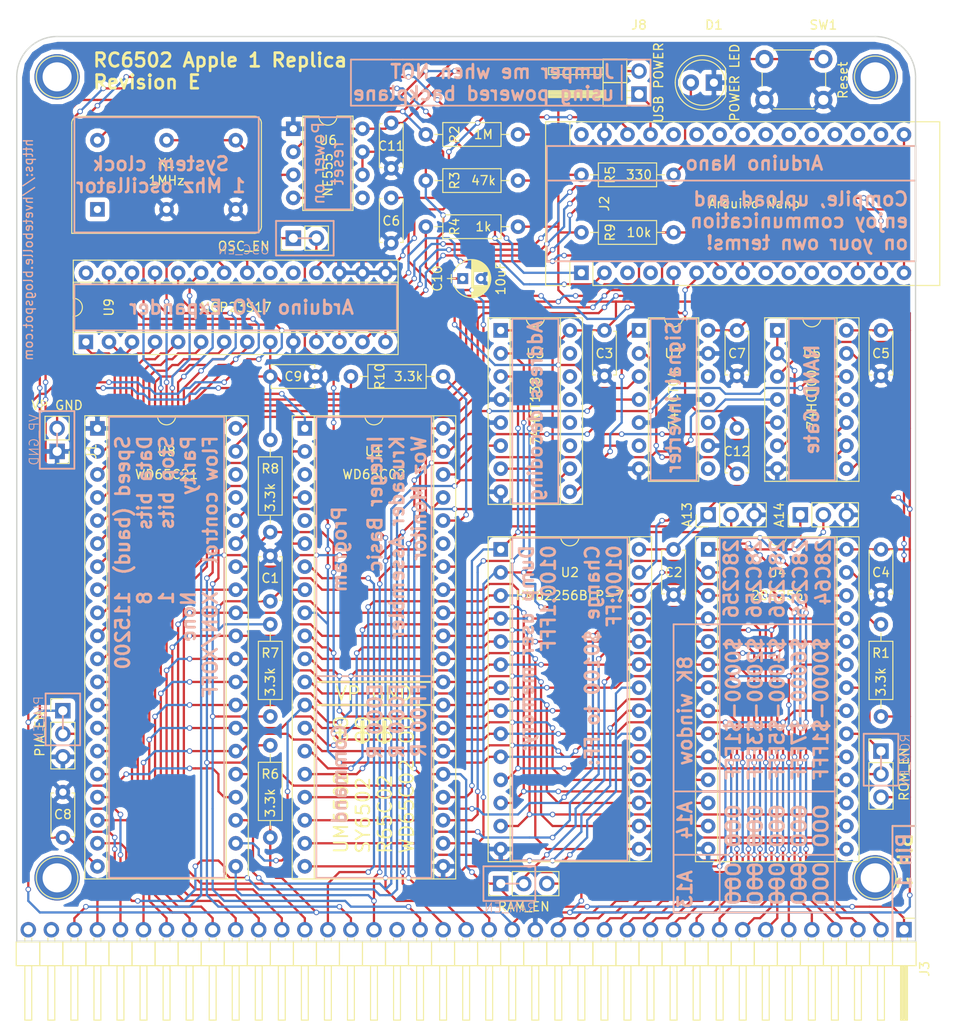
<source format=kicad_pcb>
(kicad_pcb (version 4) (host pcbnew 4.0.7)
  (layers (0 F.Cu signal) (31 B.Cu signal) (34 B.Paste user) (35 F.Paste user) (36 B.SilkS user) (37 F.SilkS user) (38 B.Mask user) (39 F.Mask user) (44 Edge.Cuts user))
  (net 0 "")
  (net 1 GND)
  (net 2 OUT_DA)
  (net 3 VCC)
  (net 4 "Net-(D1-Pad2)")
  (net 5 "Net-(J1-Pad2)")
  (net 6 TX)
  (net 7 RX)
  (net 8 KBD_READY)
  (net 9 KBD_STROBE)
  (net 10 OUT_RDA)
  (net 11 P_RESET)
  (net 12 "Net-(J2-Pad13)")
  (net 13 "Net-(J2-Pad14)")
  (net 14 "Net-(J2-Pad15)")
  (net 15 "Net-(J2-Pad16)")
  (net 16 A15)
  (net 17 A14)
  (net 18 A13)
  (net 19 A12)
  (net 20 A11)
  (net 21 A10)
  (net 22 A9)
  (net 23 A8)
  (net 24 A7)
  (net 25 A6)
  (net 26 A5)
  (net 27 A4)
  (net 28 A3)
  (net 29 A2)
  (net 30 A1)
  (net 31 A0)
  (net 32 PHI2)
  (net 33 RESET)
  (net 34 CLOCK)
  (net 35 IRQ)
  (net 36 RW)
  (net 37 RDY)
  (net 38 SYNC)
  (net 39 D0)
  (net 40 D1)
  (net 41 D2)
  (net 42 D3)
  (net 43 D4)
  (net 44 D5)
  (net 45 D6)
  (net 46 D7)
  (net 47 NMI)
  (net 48 A13_W)
  (net 49 A14_W)
  (net 50 "Net-(R1-Pad1)")
  (net 51 CS_PIA)
  (net 52 CS_ROM)
  (net 53 "Net-(U5-Pad1)")
  (net 54 KBD_D0)
  (net 55 KBD_D1)
  (net 56 KBD_D2)
  (net 57 KBD_D3)
  (net 58 KBD_D4)
  (net 59 KBD_D5)
  (net 60 KBD_D6)
  (net 61 KBD_D7)
  (net 62 OUT_D0)
  (net 63 OUT_D1)
  (net 64 OUT_D2)
  (net 65 OUT_D3)
  (net 66 OUT_D4)
  (net 67 OUT_D5)
  (net 68 OUT_D6)
  (net 69 "Net-(U2-Pad27)")
  (net 70 "Net-(U3-Pad9)")
  (net 71 "Net-(U3-Pad7)")
  (net 72 "Net-(U5-Pad13)")
  (net 73 "Net-(U6-Pad3)")
  (net 74 "Net-(U7-Pad1)")
  (net 75 "Net-(C6-Pad1)")
  (net 76 "Net-(C10-Pad1)")
  (net 77 "Net-(C12-Pad2)")
  (net 78 "Net-(J2-Pad27)")
  (net 79 "Net-(R10-Pad1)")
  (net 80 "Net-(J9-Pad2)")
  (net 81 "Net-(J10-Pad2)")
  (net 82 "Net-(J11-Pad2)")
  (net 83 "Net-(JP1-Pad1)")
  (module Housings_DIP:DIP-40_W15.24mm_Socket (layer F.Cu) (at 147.955 82.55)
    (fp_text reference U1 (at 7.62 2.54) (layer F.SilkS))
    (fp_text value WD65C02 (at 7.62 5.08 180) (layer F.SilkS))
    (pad 1 thru_hole rect (at 0 0) (size 1.6 1.6) (drill 0.8) (layers *.Cu *.Mask) (net 5 "Net-(J1-Pad2)"))
    (pad 21 thru_hole oval (at 15.24 48.26) (size 1.6 1.6) (drill 0.8) (layers *.Cu *.Mask) (net 1 GND))
    (pad 2 thru_hole oval (at 0 2.54) (size 1.6 1.6) (drill 0.8) (layers *.Cu *.Mask) (net 37 RDY))
    (pad 22 thru_hole oval (at 15.24 45.72) (size 1.6 1.6) (drill 0.8) (layers *.Cu *.Mask) (net 19 A12))
    (pad 3 thru_hole oval (at 0 5.08) (size 1.6 1.6) (drill 0.8) (layers *.Cu *.Mask))
    (pad 23 thru_hole oval (at 15.24 43.18) (size 1.6 1.6) (drill 0.8) (layers *.Cu *.Mask) (net 18 A13))
    (pad 4 thru_hole oval (at 0 7.62) (size 1.6 1.6) (drill 0.8) (layers *.Cu *.Mask) (net 35 IRQ))
    (pad 24 thru_hole oval (at 15.24 40.64) (size 1.6 1.6) (drill 0.8) (layers *.Cu *.Mask) (net 17 A14))
    (pad 5 thru_hole oval (at 0 10.16) (size 1.6 1.6) (drill 0.8) (layers *.Cu *.Mask))
    (pad 25 thru_hole oval (at 15.24 38.1) (size 1.6 1.6) (drill 0.8) (layers *.Cu *.Mask) (net 16 A15))
    (pad 6 thru_hole oval (at 0 12.7) (size 1.6 1.6) (drill 0.8) (layers *.Cu *.Mask) (net 47 NMI))
    (pad 26 thru_hole oval (at 15.24 35.56) (size 1.6 1.6) (drill 0.8) (layers *.Cu *.Mask) (net 46 D7))
    (pad 7 thru_hole oval (at 0 15.24) (size 1.6 1.6) (drill 0.8) (layers *.Cu *.Mask) (net 38 SYNC))
    (pad 27 thru_hole oval (at 15.24 33.02) (size 1.6 1.6) (drill 0.8) (layers *.Cu *.Mask) (net 45 D6))
    (pad 8 thru_hole oval (at 0 17.78) (size 1.6 1.6) (drill 0.8) (layers *.Cu *.Mask) (net 3 VCC))
    (pad 28 thru_hole oval (at 15.24 30.48) (size 1.6 1.6) (drill 0.8) (layers *.Cu *.Mask) (net 44 D5))
    (pad 9 thru_hole oval (at 0 20.32) (size 1.6 1.6) (drill 0.8) (layers *.Cu *.Mask) (net 31 A0))
    (pad 29 thru_hole oval (at 15.24 27.94) (size 1.6 1.6) (drill 0.8) (layers *.Cu *.Mask) (net 43 D4))
    (pad 10 thru_hole oval (at 0 22.86) (size 1.6 1.6) (drill 0.8) (layers *.Cu *.Mask) (net 30 A1))
    (pad 30 thru_hole oval (at 15.24 25.4) (size 1.6 1.6) (drill 0.8) (layers *.Cu *.Mask) (net 42 D3))
    (pad 11 thru_hole oval (at 0 25.4) (size 1.6 1.6) (drill 0.8) (layers *.Cu *.Mask) (net 29 A2))
    (pad 31 thru_hole oval (at 15.24 22.86) (size 1.6 1.6) (drill 0.8) (layers *.Cu *.Mask) (net 41 D2))
    (pad 12 thru_hole oval (at 0 27.94) (size 1.6 1.6) (drill 0.8) (layers *.Cu *.Mask) (net 28 A3))
    (pad 32 thru_hole oval (at 15.24 20.32) (size 1.6 1.6) (drill 0.8) (layers *.Cu *.Mask) (net 40 D1))
    (pad 13 thru_hole oval (at 0 30.48) (size 1.6 1.6) (drill 0.8) (layers *.Cu *.Mask) (net 27 A4))
    (pad 33 thru_hole oval (at 15.24 17.78) (size 1.6 1.6) (drill 0.8) (layers *.Cu *.Mask) (net 39 D0))
    (pad 14 thru_hole oval (at 0 33.02) (size 1.6 1.6) (drill 0.8) (layers *.Cu *.Mask) (net 26 A5))
    (pad 34 thru_hole oval (at 15.24 15.24) (size 1.6 1.6) (drill 0.8) (layers *.Cu *.Mask) (net 36 RW))
    (pad 15 thru_hole oval (at 0 35.56) (size 1.6 1.6) (drill 0.8) (layers *.Cu *.Mask) (net 25 A6))
    (pad 35 thru_hole oval (at 15.24 12.7) (size 1.6 1.6) (drill 0.8) (layers *.Cu *.Mask))
    (pad 16 thru_hole oval (at 0 38.1) (size 1.6 1.6) (drill 0.8) (layers *.Cu *.Mask) (net 24 A7))
    (pad 36 thru_hole oval (at 15.24 10.16) (size 1.6 1.6) (drill 0.8) (layers *.Cu *.Mask) (net 79 "Net-(R10-Pad1)"))
    (pad 17 thru_hole oval (at 0 40.64) (size 1.6 1.6) (drill 0.8) (layers *.Cu *.Mask) (net 23 A8))
    (pad 37 thru_hole oval (at 15.24 7.62) (size 1.6 1.6) (drill 0.8) (layers *.Cu *.Mask) (net 34 CLOCK))
    (pad 18 thru_hole oval (at 0 43.18) (size 1.6 1.6) (drill 0.8) (layers *.Cu *.Mask) (net 22 A9))
    (pad 38 thru_hole oval (at 15.24 5.08) (size 1.6 1.6) (drill 0.8) (layers *.Cu *.Mask) (net 3 VCC))
    (pad 19 thru_hole oval (at 0 45.72) (size 1.6 1.6) (drill 0.8) (layers *.Cu *.Mask) (net 21 A10))
    (pad 39 thru_hole oval (at 15.24 2.54) (size 1.6 1.6) (drill 0.8) (layers *.Cu *.Mask) (net 32 PHI2))
    (pad 20 thru_hole oval (at 0 48.26) (size 1.6 1.6) (drill 0.8) (layers *.Cu *.Mask) (net 20 A11))
    (pad 40 thru_hole oval (at 15.24 0) (size 1.6 1.6) (drill 0.8) (layers *.Cu *.Mask) (net 33 RESET))
  )
  (module Capacitors_THT:C_Disc_D4.7mm_W2.5mm_P5.00mm (layer F.Cu) (at 144.145 101.6 90)
    (fp_text reference C1 (at 2.54 0 180) (layer F.SilkS))
    (fp_text value 100nF)
    (pad 1 thru_hole circle (at 0 0 90) (size 1.6 1.6) (drill 0.8) (layers *.Cu *.Mask) (net 3 VCC))
    (pad 2 thru_hole circle (at 5 0 90) (size 1.6 1.6) (drill 0.8) (layers *.Cu *.Mask) (net 1 GND))
  )
  (module Capacitors_THT:C_Disc_D4.7mm_W2.5mm_P5.00mm (layer F.Cu) (at 188.595 95.885 270)
    (fp_text reference C2 (at 2.54 0 360) (layer F.SilkS))
    (fp_text value 100nF)
    (pad 1 thru_hole circle (at 0 0 270) (size 1.6 1.6) (drill 0.8) (layers *.Cu *.Mask) (net 3 VCC))
    (pad 2 thru_hole circle (at 5 0 270) (size 1.6 1.6) (drill 0.8) (layers *.Cu *.Mask) (net 1 GND))
  )
  (module Capacitors_THT:C_Disc_D4.7mm_W2.5mm_P5.00mm (layer F.Cu) (at 211.455 95.885 270)
    (fp_text reference C4 (at 2.54 0 360) (layer F.SilkS))
    (fp_text value 100nF)
    (pad 1 thru_hole circle (at 0 0 270) (size 1.6 1.6) (drill 0.8) (layers *.Cu *.Mask) (net 3 VCC))
    (pad 2 thru_hole circle (at 5 0 270) (size 1.6 1.6) (drill 0.8) (layers *.Cu *.Mask) (net 1 GND))
  )
  (module Capacitors_THT:C_Disc_D4.7mm_W2.5mm_P5.00mm (layer F.Cu) (at 211.455 71.755 270)
    (fp_text reference C5 (at 2.54 0 360) (layer F.SilkS))
    (fp_text value 100nF)
    (pad 1 thru_hole circle (at 0 0 270) (size 1.6 1.6) (drill 0.8) (layers *.Cu *.Mask) (net 3 VCC))
    (pad 2 thru_hole circle (at 5 0 270) (size 1.6 1.6) (drill 0.8) (layers *.Cu *.Mask) (net 1 GND))
  )
  (module Capacitors_THT:C_Disc_D4.7mm_W2.5mm_P5.00mm (layer F.Cu) (at 157.48 57.15 270)
    (fp_text reference C6 (at 2.54 0 540) (layer F.SilkS))
    (fp_text value 100nF)
    (pad 1 thru_hole circle (at 0 0 270) (size 1.6 1.6) (drill 0.8) (layers *.Cu *.Mask) (net 75 "Net-(C6-Pad1)"))
    (pad 2 thru_hole circle (at 5 0 270) (size 1.6 1.6) (drill 0.8) (layers *.Cu *.Mask) (net 1 GND))
  )
  (module Capacitors_THT:C_Disc_D4.7mm_W2.5mm_P5.00mm (layer F.Cu) (at 195.58 71.755 270)
    (fp_text reference C7 (at 2.54 0 360) (layer F.SilkS))
    (fp_text value 100nF)
    (pad 1 thru_hole circle (at 0 0 270) (size 1.6 1.6) (drill 0.8) (layers *.Cu *.Mask) (net 3 VCC))
    (pad 2 thru_hole circle (at 5 0 270) (size 1.6 1.6) (drill 0.8) (layers *.Cu *.Mask) (net 1 GND))
  )
  (module Capacitors_THT:C_Disc_D4.7mm_W2.5mm_P5.00mm (layer F.Cu) (at 121.285 127.635 90)
    (fp_text reference C8 (at 2.54 0 180) (layer F.SilkS))
    (fp_text value 100nF)
    (pad 1 thru_hole circle (at 0 0 90) (size 1.6 1.6) (drill 0.8) (layers *.Cu *.Mask) (net 3 VCC))
    (pad 2 thru_hole circle (at 5 0 90) (size 1.6 1.6) (drill 0.8) (layers *.Cu *.Mask) (net 1 GND))
  )
  (module Capacitors_THT:C_Disc_D4.7mm_W2.5mm_P5.00mm (layer F.Cu) (at 144.145 76.835)
    (fp_text reference C9 (at 2.54 0) (layer F.SilkS))
    (fp_text value 100nF)
    (pad 1 thru_hole circle (at 0 0) (size 1.6 1.6) (drill 0.8) (layers *.Cu *.Mask) (net 3 VCC))
    (pad 2 thru_hole circle (at 5 0) (size 1.6 1.6) (drill 0.8) (layers *.Cu *.Mask) (net 1 GND))
  )
  (module Capacitors_THT:C_Disc_D4.7mm_W2.5mm_P5.00mm (layer F.Cu) (at 157.48 48.895 270)
    (fp_text reference C11 (at 2.54 0 360) (layer F.SilkS))
    (fp_text value 100nF)
    (pad 1 thru_hole circle (at 0 0 270) (size 1.6 1.6) (drill 0.8) (layers *.Cu *.Mask) (net 3 VCC))
    (pad 2 thru_hole circle (at 5 0 270) (size 1.6 1.6) (drill 0.8) (layers *.Cu *.Mask) (net 1 GND))
  )
  (module Modules:Arduino_Nano (layer F.Cu) (at 178.435 65.405 90)
    (fp_text reference J2 (at 7.62 2.54 90) (layer F.SilkS))
    (fp_text value "Arduino Nano" (at 7.62 19.05 180) (layer F.SilkS))
    (pad 1 thru_hole rect (at 0 0 90) (size 1.6 1.6) (drill 0.8) (layers *.Cu *.Mask) (net 6 TX))
    (pad 17 thru_hole oval (at 15.24 33.02 90) (size 1.6 1.6) (drill 0.8) (layers *.Cu *.Mask))
    (pad 2 thru_hole oval (at 0 2.54 90) (size 1.6 1.6) (drill 0.8) (layers *.Cu *.Mask) (net 7 RX))
    (pad 18 thru_hole oval (at 15.24 30.48 90) (size 1.6 1.6) (drill 0.8) (layers *.Cu *.Mask))
    (pad 3 thru_hole oval (at 0 5.08 90) (size 1.6 1.6) (drill 0.8) (layers *.Cu *.Mask))
    (pad 19 thru_hole oval (at 15.24 27.94 90) (size 1.6 1.6) (drill 0.8) (layers *.Cu *.Mask))
    (pad 4 thru_hole oval (at 0 7.62 90) (size 1.6 1.6) (drill 0.8) (layers *.Cu *.Mask))
    (pad 20 thru_hole oval (at 15.24 25.4 90) (size 1.6 1.6) (drill 0.8) (layers *.Cu *.Mask))
    (pad 5 thru_hole oval (at 0 10.16 90) (size 1.6 1.6) (drill 0.8) (layers *.Cu *.Mask) (net 8 KBD_READY))
    (pad 21 thru_hole oval (at 15.24 22.86 90) (size 1.6 1.6) (drill 0.8) (layers *.Cu *.Mask))
    (pad 6 thru_hole oval (at 0 12.7 90) (size 1.6 1.6) (drill 0.8) (layers *.Cu *.Mask) (net 2 OUT_DA))
    (pad 22 thru_hole oval (at 15.24 20.32 90) (size 1.6 1.6) (drill 0.8) (layers *.Cu *.Mask))
    (pad 7 thru_hole oval (at 0 15.24 90) (size 1.6 1.6) (drill 0.8) (layers *.Cu *.Mask) (net 9 KBD_STROBE))
    (pad 23 thru_hole oval (at 15.24 17.78 90) (size 1.6 1.6) (drill 0.8) (layers *.Cu *.Mask))
    (pad 8 thru_hole oval (at 0 17.78 90) (size 1.6 1.6) (drill 0.8) (layers *.Cu *.Mask) (net 10 OUT_RDA))
    (pad 24 thru_hole oval (at 15.24 15.24 90) (size 1.6 1.6) (drill 0.8) (layers *.Cu *.Mask))
    (pad 9 thru_hole oval (at 0 20.32 90) (size 1.6 1.6) (drill 0.8) (layers *.Cu *.Mask))
    (pad 25 thru_hole oval (at 15.24 12.7 90) (size 1.6 1.6) (drill 0.8) (layers *.Cu *.Mask))
    (pad 10 thru_hole oval (at 0 22.86 90) (size 1.6 1.6) (drill 0.8) (layers *.Cu *.Mask))
    (pad 26 thru_hole oval (at 15.24 10.16 90) (size 1.6 1.6) (drill 0.8) (layers *.Cu *.Mask))
    (pad 11 thru_hole oval (at 0 25.4 90) (size 1.6 1.6) (drill 0.8) (layers *.Cu *.Mask))
    (pad 27 thru_hole oval (at 15.24 7.62 90) (size 1.6 1.6) (drill 0.8) (layers *.Cu *.Mask) (net 78 "Net-(J2-Pad27)"))
    (pad 12 thru_hole oval (at 0 27.94 90) (size 1.6 1.6) (drill 0.8) (layers *.Cu *.Mask))
    (pad 28 thru_hole oval (at 15.24 5.08 90) (size 1.6 1.6) (drill 0.8) (layers *.Cu *.Mask) (net 11 P_RESET))
    (pad 13 thru_hole oval (at 0 30.48 90) (size 1.6 1.6) (drill 0.8) (layers *.Cu *.Mask) (net 12 "Net-(J2-Pad13)"))
    (pad 29 thru_hole oval (at 15.24 2.54 90) (size 1.6 1.6) (drill 0.8) (layers *.Cu *.Mask) (net 1 GND))
    (pad 14 thru_hole oval (at 0 33.02 90) (size 1.6 1.6) (drill 0.8) (layers *.Cu *.Mask) (net 13 "Net-(J2-Pad14)"))
    (pad 30 thru_hole oval (at 15.24 0 90) (size 1.6 1.6) (drill 0.8) (layers *.Cu *.Mask))
    (pad 15 thru_hole oval (at 0 35.56 90) (size 1.6 1.6) (drill 0.8) (layers *.Cu *.Mask) (net 14 "Net-(J2-Pad15)"))
    (pad 16 thru_hole oval (at 15.24 35.56 90) (size 1.6 1.6) (drill 0.8) (layers *.Cu *.Mask) (net 15 "Net-(J2-Pad16)"))
  )
  (module Pin_Headers:Pin_Header_Angled_1x39_Pitch2.54mm (layer F.Cu) (at 213.995 137.795 270)
    (fp_text reference J3 (at 4.315 -2.27 270) (layer F.SilkS))
    (fp_text value Backplane)
    (pad 1 thru_hole rect (at 0 0 270) (size 1.7 1.7) (drill 1) (layers *.Cu *.Mask) (net 16 A15))
    (pad 2 thru_hole oval (at 0 2.54 270) (size 1.7 1.7) (drill 1) (layers *.Cu *.Mask) (net 17 A14))
    (pad 3 thru_hole oval (at 0 5.08 270) (size 1.7 1.7) (drill 1) (layers *.Cu *.Mask) (net 18 A13))
    (pad 4 thru_hole oval (at 0 7.62 270) (size 1.7 1.7) (drill 1) (layers *.Cu *.Mask) (net 19 A12))
    (pad 5 thru_hole oval (at 0 10.16 270) (size 1.7 1.7) (drill 1) (layers *.Cu *.Mask) (net 20 A11))
    (pad 6 thru_hole oval (at 0 12.7 270) (size 1.7 1.7) (drill 1) (layers *.Cu *.Mask) (net 21 A10))
    (pad 7 thru_hole oval (at 0 15.24 270) (size 1.7 1.7) (drill 1) (layers *.Cu *.Mask) (net 22 A9))
    (pad 8 thru_hole oval (at 0 17.78 270) (size 1.7 1.7) (drill 1) (layers *.Cu *.Mask) (net 23 A8))
    (pad 9 thru_hole oval (at 0 20.32 270) (size 1.7 1.7) (drill 1) (layers *.Cu *.Mask) (net 24 A7))
    (pad 10 thru_hole oval (at 0 22.86 270) (size 1.7 1.7) (drill 1) (layers *.Cu *.Mask) (net 25 A6))
    (pad 11 thru_hole oval (at 0 25.4 270) (size 1.7 1.7) (drill 1) (layers *.Cu *.Mask) (net 26 A5))
    (pad 12 thru_hole oval (at 0 27.94 270) (size 1.7 1.7) (drill 1) (layers *.Cu *.Mask) (net 27 A4))
    (pad 13 thru_hole oval (at 0 30.48 270) (size 1.7 1.7) (drill 1) (layers *.Cu *.Mask) (net 28 A3))
    (pad 14 thru_hole oval (at 0 33.02 270) (size 1.7 1.7) (drill 1) (layers *.Cu *.Mask) (net 29 A2))
    (pad 15 thru_hole oval (at 0 35.56 270) (size 1.7 1.7) (drill 1) (layers *.Cu *.Mask) (net 30 A1))
    (pad 16 thru_hole oval (at 0 38.1 270) (size 1.7 1.7) (drill 1) (layers *.Cu *.Mask) (net 31 A0))
    (pad 17 thru_hole oval (at 0 40.64 270) (size 1.7 1.7) (drill 1) (layers *.Cu *.Mask) (net 1 GND))
    (pad 18 thru_hole oval (at 0 43.18 270) (size 1.7 1.7) (drill 1) (layers *.Cu *.Mask) (net 3 VCC))
    (pad 19 thru_hole oval (at 0 45.72 270) (size 1.7 1.7) (drill 1) (layers *.Cu *.Mask) (net 32 PHI2))
    (pad 20 thru_hole oval (at 0 48.26 270) (size 1.7 1.7) (drill 1) (layers *.Cu *.Mask) (net 33 RESET))
    (pad 21 thru_hole oval (at 0 50.8 270) (size 1.7 1.7) (drill 1) (layers *.Cu *.Mask) (net 34 CLOCK))
    (pad 22 thru_hole oval (at 0 53.34 270) (size 1.7 1.7) (drill 1) (layers *.Cu *.Mask) (net 35 IRQ))
    (pad 23 thru_hole oval (at 0 55.88 270) (size 1.7 1.7) (drill 1) (layers *.Cu *.Mask))
    (pad 24 thru_hole oval (at 0 58.42 270) (size 1.7 1.7) (drill 1) (layers *.Cu *.Mask) (net 36 RW))
    (pad 25 thru_hole oval (at 0 60.96 270) (size 1.7 1.7) (drill 1) (layers *.Cu *.Mask) (net 37 RDY))
    (pad 26 thru_hole oval (at 0 63.5 270) (size 1.7 1.7) (drill 1) (layers *.Cu *.Mask) (net 38 SYNC))
    (pad 27 thru_hole oval (at 0 66.04 270) (size 1.7 1.7) (drill 1) (layers *.Cu *.Mask) (net 39 D0))
    (pad 28 thru_hole oval (at 0 68.58 270) (size 1.7 1.7) (drill 1) (layers *.Cu *.Mask) (net 40 D1))
    (pad 29 thru_hole oval (at 0 71.12 270) (size 1.7 1.7) (drill 1) (layers *.Cu *.Mask) (net 41 D2))
    (pad 30 thru_hole oval (at 0 73.66 270) (size 1.7 1.7) (drill 1) (layers *.Cu *.Mask) (net 42 D3))
    (pad 31 thru_hole oval (at 0 76.2 270) (size 1.7 1.7) (drill 1) (layers *.Cu *.Mask) (net 43 D4))
    (pad 32 thru_hole oval (at 0 78.74 270) (size 1.7 1.7) (drill 1) (layers *.Cu *.Mask) (net 44 D5))
    (pad 33 thru_hole oval (at 0 81.28 270) (size 1.7 1.7) (drill 1) (layers *.Cu *.Mask) (net 45 D6))
    (pad 34 thru_hole oval (at 0 83.82 270) (size 1.7 1.7) (drill 1) (layers *.Cu *.Mask) (net 46 D7))
    (pad 35 thru_hole oval (at 0 86.36 270) (size 1.7 1.7) (drill 1) (layers *.Cu *.Mask) (net 6 TX))
    (pad 36 thru_hole oval (at 0 88.9 270) (size 1.7 1.7) (drill 1) (layers *.Cu *.Mask) (net 7 RX))
    (pad 37 thru_hole oval (at 0 91.44 270) (size 1.7 1.7) (drill 1) (layers *.Cu *.Mask) (net 47 NMI))
    (pad 38 thru_hole oval (at 0 93.98 270) (size 1.7 1.7) (drill 1) (layers *.Cu *.Mask))
    (pad 39 thru_hole oval (at 0 96.52 270) (size 1.7 1.7) (drill 1) (layers *.Cu *.Mask))
  )
  (module Resistors_THT:R_Axial_DIN0207_L6.3mm_D2.5mm_P10.16mm_Horizontal (layer F.Cu) (at 211.455 104.14 270)
    (fp_text reference R1 (at 3.175 0 360) (layer F.SilkS))
    (fp_text value 3.3k (at 6.35 0 270) (layer F.SilkS))
    (pad 1 thru_hole circle (at 0 0 270) (size 1.6 1.6) (drill 0.8) (layers *.Cu *.Mask) (net 50 "Net-(R1-Pad1)"))
    (pad 2 thru_hole oval (at 10.16 0 270) (size 1.6 1.6) (drill 0.8) (layers *.Cu *.Mask) (net 3 VCC))
  )
  (module Resistors_THT:R_Axial_DIN0207_L6.3mm_D2.5mm_P10.16mm_Horizontal (layer F.Cu) (at 171.45 50.165 180)
    (fp_text reference R2 (at 6.985 0 270) (layer F.SilkS))
    (fp_text value 1M (at 3.81 0 180) (layer F.SilkS))
    (pad 1 thru_hole circle (at 0 0 180) (size 1.6 1.6) (drill 0.8) (layers *.Cu *.Mask) (net 3 VCC))
    (pad 2 thru_hole oval (at 10.16 0 180) (size 1.6 1.6) (drill 0.8) (layers *.Cu *.Mask) (net 75 "Net-(C6-Pad1)"))
  )
  (module Resistors_THT:R_Axial_DIN0207_L6.3mm_D2.5mm_P10.16mm_Horizontal (layer F.Cu) (at 171.45 55.245 180)
    (fp_text reference R3 (at 6.985 0 270) (layer F.SilkS))
    (fp_text value 47k (at 3.81 0 180) (layer F.SilkS))
    (pad 1 thru_hole circle (at 0 0 180) (size 1.6 1.6) (drill 0.8) (layers *.Cu *.Mask) (net 3 VCC))
    (pad 2 thru_hole oval (at 10.16 0 180) (size 1.6 1.6) (drill 0.8) (layers *.Cu *.Mask) (net 76 "Net-(C10-Pad1)"))
  )
  (module Resistors_THT:R_Axial_DIN0207_L6.3mm_D2.5mm_P10.16mm_Horizontal (layer F.Cu) (at 161.29 60.325)
    (fp_text reference R4 (at 3.175 0 90) (layer F.SilkS))
    (fp_text value 1k (at 6.35 0) (layer F.SilkS))
    (pad 1 thru_hole circle (at 0 0) (size 1.6 1.6) (drill 0.8) (layers *.Cu *.Mask) (net 33 RESET))
    (pad 2 thru_hole oval (at 10.16 0) (size 1.6 1.6) (drill 0.8) (layers *.Cu *.Mask) (net 3 VCC))
  )
  (module Resistors_THT:R_Axial_DIN0207_L6.3mm_D2.5mm_P10.16mm_Horizontal (layer F.Cu) (at 178.435 54.61)
    (fp_text reference R5 (at 3.175 0 90) (layer F.SilkS))
    (fp_text value 330 (at 6.35 0) (layer F.SilkS))
    (pad 1 thru_hole circle (at 0 0) (size 1.6 1.6) (drill 0.8) (layers *.Cu *.Mask) (net 3 VCC))
    (pad 2 thru_hole oval (at 10.16 0) (size 1.6 1.6) (drill 0.8) (layers *.Cu *.Mask) (net 4 "Net-(D1-Pad2)"))
  )
  (module Resistors_THT:R_Axial_DIN0207_L6.3mm_D2.5mm_P10.16mm_Horizontal (layer F.Cu) (at 144.145 117.475 270)
    (fp_text reference R6 (at 3.175 0 360) (layer F.SilkS))
    (fp_text value 3.3k (at 6.35 0 270) (layer F.SilkS))
    (pad 1 thru_hole circle (at 0 0 270) (size 1.6 1.6) (drill 0.8) (layers *.Cu *.Mask) (net 37 RDY))
    (pad 2 thru_hole oval (at 10.16 0 270) (size 1.6 1.6) (drill 0.8) (layers *.Cu *.Mask) (net 3 VCC))
  )
  (module Resistors_THT:R_Axial_DIN0207_L6.3mm_D2.5mm_P10.16mm_Horizontal (layer F.Cu) (at 144.145 114.3 90)
    (fp_text reference R7 (at 6.985 0 180) (layer F.SilkS))
    (fp_text value 3.3k (at 3.81 0 90) (layer F.SilkS))
    (pad 1 thru_hole circle (at 0 0 90) (size 1.6 1.6) (drill 0.8) (layers *.Cu *.Mask) (net 35 IRQ))
    (pad 2 thru_hole oval (at 10.16 0 90) (size 1.6 1.6) (drill 0.8) (layers *.Cu *.Mask) (net 3 VCC))
  )
  (module Resistors_THT:R_Axial_DIN0207_L6.3mm_D2.5mm_P10.16mm_Horizontal (layer F.Cu) (at 144.145 93.98 90)
    (fp_text reference R8 (at 6.985 0 180) (layer F.SilkS))
    (fp_text value 3.3k (at 3.81 0 90) (layer F.SilkS))
    (pad 1 thru_hole circle (at 0 0 90) (size 1.6 1.6) (drill 0.8) (layers *.Cu *.Mask) (net 47 NMI))
    (pad 2 thru_hole oval (at 10.16 0 90) (size 1.6 1.6) (drill 0.8) (layers *.Cu *.Mask) (net 3 VCC))
  )
  (module Resistors_THT:R_Axial_DIN0207_L6.3mm_D2.5mm_P10.16mm_Horizontal (layer F.Cu) (at 178.435 60.96)
    (fp_text reference R9 (at 3.175 0 90) (layer F.SilkS))
    (fp_text value 10k (at 6.35 0) (layer F.SilkS))
    (pad 1 thru_hole circle (at 0 0) (size 1.6 1.6) (drill 0.8) (layers *.Cu *.Mask) (net 3 VCC))
    (pad 2 thru_hole oval (at 10.16 0) (size 1.6 1.6) (drill 0.8) (layers *.Cu *.Mask) (net 12 "Net-(J2-Pad13)"))
  )
  (module Buttons_Switches_THT:SW_PUSH_6mm (layer F.Cu) (at 205.105 46.355 180)
    (fp_text reference SW1 (at 0 8.255 180) (layer F.SilkS))
    (fp_text value RESET)
    (pad 2 thru_hole circle (at 0 4.5 270) (size 2 2) (drill 1.1) (layers *.Cu *.Mask) (net 75 "Net-(C6-Pad1)"))
    (pad 1 thru_hole circle (at 0 0 270) (size 2 2) (drill 1.1) (layers *.Cu *.Mask) (net 1 GND))
    (pad 2 thru_hole circle (at 6.5 4.5 270) (size 2 2) (drill 1.1) (layers *.Cu *.Mask) (net 75 "Net-(C6-Pad1)"))
    (pad 1 thru_hole circle (at 6.5 0 270) (size 2 2) (drill 1.1) (layers *.Cu *.Mask) (net 1 GND))
  )
  (module Housings_DIP:DIP-28_W15.24mm_Socket (layer F.Cu) (at 169.545 95.885)
    (fp_text reference U2 (at 7.62 2.54) (layer F.SilkS))
    (fp_text value HM62256BLP-7 (at 7.62 5.08) (layer F.SilkS))
    (pad 1 thru_hole rect (at 0 0) (size 1.6 1.6) (drill 0.8) (layers *.Cu *.Mask) (net 17 A14))
    (pad 15 thru_hole oval (at 15.24 33.02) (size 1.6 1.6) (drill 0.8) (layers *.Cu *.Mask) (net 42 D3))
    (pad 2 thru_hole oval (at 0 2.54) (size 1.6 1.6) (drill 0.8) (layers *.Cu *.Mask) (net 19 A12))
    (pad 16 thru_hole oval (at 15.24 30.48) (size 1.6 1.6) (drill 0.8) (layers *.Cu *.Mask) (net 43 D4))
    (pad 3 thru_hole oval (at 0 5.08) (size 1.6 1.6) (drill 0.8) (layers *.Cu *.Mask) (net 24 A7))
    (pad 17 thru_hole oval (at 15.24 27.94) (size 1.6 1.6) (drill 0.8) (layers *.Cu *.Mask) (net 44 D5))
    (pad 4 thru_hole oval (at 0 7.62) (size 1.6 1.6) (drill 0.8) (layers *.Cu *.Mask) (net 25 A6))
    (pad 18 thru_hole oval (at 15.24 25.4) (size 1.6 1.6) (drill 0.8) (layers *.Cu *.Mask) (net 45 D6))
    (pad 5 thru_hole oval (at 0 10.16) (size 1.6 1.6) (drill 0.8) (layers *.Cu *.Mask) (net 26 A5))
    (pad 19 thru_hole oval (at 15.24 22.86) (size 1.6 1.6) (drill 0.8) (layers *.Cu *.Mask) (net 46 D7))
    (pad 6 thru_hole oval (at 0 12.7) (size 1.6 1.6) (drill 0.8) (layers *.Cu *.Mask) (net 27 A4))
    (pad 20 thru_hole oval (at 15.24 20.32) (size 1.6 1.6) (drill 0.8) (layers *.Cu *.Mask) (net 81 "Net-(J10-Pad2)"))
    (pad 7 thru_hole oval (at 0 15.24) (size 1.6 1.6) (drill 0.8) (layers *.Cu *.Mask) (net 28 A3))
    (pad 21 thru_hole oval (at 15.24 17.78) (size 1.6 1.6) (drill 0.8) (layers *.Cu *.Mask) (net 21 A10))
    (pad 8 thru_hole oval (at 0 17.78) (size 1.6 1.6) (drill 0.8) (layers *.Cu *.Mask) (net 29 A2))
    (pad 22 thru_hole oval (at 15.24 15.24) (size 1.6 1.6) (drill 0.8) (layers *.Cu *.Mask) (net 81 "Net-(J10-Pad2)"))
    (pad 9 thru_hole oval (at 0 20.32) (size 1.6 1.6) (drill 0.8) (layers *.Cu *.Mask) (net 30 A1))
    (pad 23 thru_hole oval (at 15.24 12.7) (size 1.6 1.6) (drill 0.8) (layers *.Cu *.Mask) (net 20 A11))
    (pad 10 thru_hole oval (at 0 22.86) (size 1.6 1.6) (drill 0.8) (layers *.Cu *.Mask) (net 31 A0))
    (pad 24 thru_hole oval (at 15.24 10.16) (size 1.6 1.6) (drill 0.8) (layers *.Cu *.Mask) (net 22 A9))
    (pad 11 thru_hole oval (at 0 25.4) (size 1.6 1.6) (drill 0.8) (layers *.Cu *.Mask) (net 39 D0))
    (pad 25 thru_hole oval (at 15.24 7.62) (size 1.6 1.6) (drill 0.8) (layers *.Cu *.Mask) (net 23 A8))
    (pad 12 thru_hole oval (at 0 27.94) (size 1.6 1.6) (drill 0.8) (layers *.Cu *.Mask) (net 40 D1))
    (pad 26 thru_hole oval (at 15.24 5.08) (size 1.6 1.6) (drill 0.8) (layers *.Cu *.Mask) (net 18 A13))
    (pad 13 thru_hole oval (at 0 30.48) (size 1.6 1.6) (drill 0.8) (layers *.Cu *.Mask) (net 41 D2))
    (pad 27 thru_hole oval (at 15.24 2.54) (size 1.6 1.6) (drill 0.8) (layers *.Cu *.Mask) (net 69 "Net-(U2-Pad27)"))
    (pad 14 thru_hole oval (at 0 33.02) (size 1.6 1.6) (drill 0.8) (layers *.Cu *.Mask) (net 1 GND))
    (pad 28 thru_hole oval (at 15.24 0) (size 1.6 1.6) (drill 0.8) (layers *.Cu *.Mask) (net 3 VCC))
  )
  (module Housings_DIP:DIP-14_W7.62mm_Socket (layer F.Cu) (at 200.025 71.755)
    (fp_text reference U5 (at 3.81 2.54) (layer F.SilkS))
    (fp_text value 74HCT00 (at 3.81 7.62 90) (layer F.SilkS))
    (pad 1 thru_hole rect (at 0 0) (size 1.6 1.6) (drill 0.8) (layers *.Cu *.Mask) (net 53 "Net-(U5-Pad1)"))
    (pad 8 thru_hole oval (at 7.62 15.24) (size 1.6 1.6) (drill 0.8) (layers *.Cu *.Mask) (net 72 "Net-(U5-Pad13)"))
    (pad 2 thru_hole oval (at 0 2.54) (size 1.6 1.6) (drill 0.8) (layers *.Cu *.Mask) (net 53 "Net-(U5-Pad1)"))
    (pad 9 thru_hole oval (at 7.62 12.7) (size 1.6 1.6) (drill 0.8) (layers *.Cu *.Mask) (net 36 RW))
    (pad 3 thru_hole oval (at 0 5.08) (size 1.6 1.6) (drill 0.8) (layers *.Cu *.Mask) (net 52 CS_ROM))
    (pad 10 thru_hole oval (at 7.62 10.16) (size 1.6 1.6) (drill 0.8) (layers *.Cu *.Mask) (net 36 RW))
    (pad 4 thru_hole oval (at 0 7.62) (size 1.6 1.6) (drill 0.8) (layers *.Cu *.Mask) (net 70 "Net-(U3-Pad9)"))
    (pad 11 thru_hole oval (at 7.62 7.62) (size 1.6 1.6) (drill 0.8) (layers *.Cu *.Mask) (net 69 "Net-(U2-Pad27)"))
    (pad 5 thru_hole oval (at 0 10.16) (size 1.6 1.6) (drill 0.8) (layers *.Cu *.Mask) (net 71 "Net-(U3-Pad7)"))
    (pad 12 thru_hole oval (at 7.62 5.08) (size 1.6 1.6) (drill 0.8) (layers *.Cu *.Mask) (net 32 PHI2))
    (pad 6 thru_hole oval (at 0 12.7) (size 1.6 1.6) (drill 0.8) (layers *.Cu *.Mask) (net 53 "Net-(U5-Pad1)"))
    (pad 13 thru_hole oval (at 7.62 2.54) (size 1.6 1.6) (drill 0.8) (layers *.Cu *.Mask) (net 72 "Net-(U5-Pad13)"))
    (pad 7 thru_hole oval (at 0 15.24) (size 1.6 1.6) (drill 0.8) (layers *.Cu *.Mask) (net 1 GND))
    (pad 14 thru_hole oval (at 7.62 0) (size 1.6 1.6) (drill 0.8) (layers *.Cu *.Mask) (net 3 VCC))
  )
  (module Housings_DIP:DIP-14_W7.62mm (layer F.Cu) (at 184.785 71.755)
    (fp_text reference U7 (at 3.81 2.54) (layer F.SilkS))
    (fp_text value 74HCT04 (at 3.81 7.62 90) (layer F.SilkS))
    (pad 1 thru_hole rect (at 0 0) (size 1.6 1.6) (drill 0.8) (layers *.Cu *.Mask) (net 74 "Net-(U7-Pad1)"))
    (pad 8 thru_hole oval (at 7.62 15.24) (size 1.6 1.6) (drill 0.8) (layers *.Cu *.Mask))
    (pad 2 thru_hole oval (at 0 2.54) (size 1.6 1.6) (drill 0.8) (layers *.Cu *.Mask) (net 77 "Net-(C12-Pad2)"))
    (pad 9 thru_hole oval (at 7.62 12.7) (size 1.6 1.6) (drill 0.8) (layers *.Cu *.Mask) (net 1 GND))
    (pad 3 thru_hole oval (at 0 5.08) (size 1.6 1.6) (drill 0.8) (layers *.Cu *.Mask) (net 73 "Net-(U6-Pad3)"))
    (pad 10 thru_hole oval (at 7.62 10.16) (size 1.6 1.6) (drill 0.8) (layers *.Cu *.Mask))
    (pad 4 thru_hole oval (at 0 7.62) (size 1.6 1.6) (drill 0.8) (layers *.Cu *.Mask) (net 33 RESET))
    (pad 11 thru_hole oval (at 7.62 7.62) (size 1.6 1.6) (drill 0.8) (layers *.Cu *.Mask) (net 1 GND))
    (pad 5 thru_hole oval (at 0 10.16) (size 1.6 1.6) (drill 0.8) (layers *.Cu *.Mask) (net 1 GND))
    (pad 12 thru_hole oval (at 7.62 5.08) (size 1.6 1.6) (drill 0.8) (layers *.Cu *.Mask))
    (pad 6 thru_hole oval (at 0 12.7) (size 1.6 1.6) (drill 0.8) (layers *.Cu *.Mask))
    (pad 13 thru_hole oval (at 7.62 2.54) (size 1.6 1.6) (drill 0.8) (layers *.Cu *.Mask) (net 1 GND))
    (pad 7 thru_hole oval (at 0 15.24) (size 1.6 1.6) (drill 0.8) (layers *.Cu *.Mask) (net 1 GND))
    (pad 14 thru_hole oval (at 7.62 0) (size 1.6 1.6) (drill 0.8) (layers *.Cu *.Mask) (net 3 VCC))
  )
  (module Housings_DIP:DIP-40_W15.24mm_Socket (layer F.Cu) (at 125.095 82.55)
    (fp_text reference U8 (at 7.62 2.54) (layer F.SilkS))
    (fp_text value WD65C21 (at 7.62 5.08) (layer F.SilkS))
    (pad 1 thru_hole rect (at 0 0) (size 1.6 1.6) (drill 0.8) (layers *.Cu *.Mask) (net 1 GND))
    (pad 21 thru_hole oval (at 15.24 48.26) (size 1.6 1.6) (drill 0.8) (layers *.Cu *.Mask) (net 36 RW))
    (pad 2 thru_hole oval (at 0 2.54) (size 1.6 1.6) (drill 0.8) (layers *.Cu *.Mask) (net 54 KBD_D0))
    (pad 22 thru_hole oval (at 15.24 45.72) (size 1.6 1.6) (drill 0.8) (layers *.Cu *.Mask) (net 27 A4))
    (pad 3 thru_hole oval (at 0 5.08) (size 1.6 1.6) (drill 0.8) (layers *.Cu *.Mask) (net 55 KBD_D1))
    (pad 23 thru_hole oval (at 15.24 43.18) (size 1.6 1.6) (drill 0.8) (layers *.Cu *.Mask) (net 51 CS_PIA))
    (pad 4 thru_hole oval (at 0 7.62) (size 1.6 1.6) (drill 0.8) (layers *.Cu *.Mask) (net 56 KBD_D2))
    (pad 24 thru_hole oval (at 15.24 40.64) (size 1.6 1.6) (drill 0.8) (layers *.Cu *.Mask) (net 82 "Net-(J11-Pad2)"))
    (pad 5 thru_hole oval (at 0 10.16) (size 1.6 1.6) (drill 0.8) (layers *.Cu *.Mask) (net 57 KBD_D3))
    (pad 25 thru_hole oval (at 15.24 38.1) (size 1.6 1.6) (drill 0.8) (layers *.Cu *.Mask) (net 32 PHI2))
    (pad 6 thru_hole oval (at 0 12.7) (size 1.6 1.6) (drill 0.8) (layers *.Cu *.Mask) (net 58 KBD_D4))
    (pad 26 thru_hole oval (at 15.24 35.56) (size 1.6 1.6) (drill 0.8) (layers *.Cu *.Mask) (net 46 D7))
    (pad 7 thru_hole oval (at 0 15.24) (size 1.6 1.6) (drill 0.8) (layers *.Cu *.Mask) (net 59 KBD_D5))
    (pad 27 thru_hole oval (at 15.24 33.02) (size 1.6 1.6) (drill 0.8) (layers *.Cu *.Mask) (net 45 D6))
    (pad 8 thru_hole oval (at 0 17.78) (size 1.6 1.6) (drill 0.8) (layers *.Cu *.Mask) (net 60 KBD_D6))
    (pad 28 thru_hole oval (at 15.24 30.48) (size 1.6 1.6) (drill 0.8) (layers *.Cu *.Mask) (net 44 D5))
    (pad 9 thru_hole oval (at 0 20.32) (size 1.6 1.6) (drill 0.8) (layers *.Cu *.Mask) (net 61 KBD_D7))
    (pad 29 thru_hole oval (at 15.24 27.94) (size 1.6 1.6) (drill 0.8) (layers *.Cu *.Mask) (net 43 D4))
    (pad 10 thru_hole oval (at 0 22.86) (size 1.6 1.6) (drill 0.8) (layers *.Cu *.Mask) (net 62 OUT_D0))
    (pad 30 thru_hole oval (at 15.24 25.4) (size 1.6 1.6) (drill 0.8) (layers *.Cu *.Mask) (net 42 D3))
    (pad 11 thru_hole oval (at 0 25.4) (size 1.6 1.6) (drill 0.8) (layers *.Cu *.Mask) (net 63 OUT_D1))
    (pad 31 thru_hole oval (at 15.24 22.86) (size 1.6 1.6) (drill 0.8) (layers *.Cu *.Mask) (net 41 D2))
    (pad 12 thru_hole oval (at 0 27.94) (size 1.6 1.6) (drill 0.8) (layers *.Cu *.Mask) (net 64 OUT_D2))
    (pad 32 thru_hole oval (at 15.24 20.32) (size 1.6 1.6) (drill 0.8) (layers *.Cu *.Mask) (net 40 D1))
    (pad 13 thru_hole oval (at 0 30.48) (size 1.6 1.6) (drill 0.8) (layers *.Cu *.Mask) (net 65 OUT_D3))
    (pad 33 thru_hole oval (at 15.24 17.78) (size 1.6 1.6) (drill 0.8) (layers *.Cu *.Mask) (net 39 D0))
    (pad 14 thru_hole oval (at 0 33.02) (size 1.6 1.6) (drill 0.8) (layers *.Cu *.Mask) (net 66 OUT_D4))
    (pad 34 thru_hole oval (at 15.24 15.24) (size 1.6 1.6) (drill 0.8) (layers *.Cu *.Mask) (net 33 RESET))
    (pad 15 thru_hole oval (at 0 35.56) (size 1.6 1.6) (drill 0.8) (layers *.Cu *.Mask) (net 67 OUT_D5))
    (pad 35 thru_hole oval (at 15.24 12.7) (size 1.6 1.6) (drill 0.8) (layers *.Cu *.Mask) (net 30 A1))
    (pad 16 thru_hole oval (at 0 38.1) (size 1.6 1.6) (drill 0.8) (layers *.Cu *.Mask) (net 68 OUT_D6))
    (pad 36 thru_hole oval (at 15.24 10.16) (size 1.6 1.6) (drill 0.8) (layers *.Cu *.Mask) (net 31 A0))
    (pad 17 thru_hole oval (at 0 40.64) (size 1.6 1.6) (drill 0.8) (layers *.Cu *.Mask) (net 2 OUT_DA))
    (pad 37 thru_hole oval (at 15.24 7.62) (size 1.6 1.6) (drill 0.8) (layers *.Cu *.Mask))
    (pad 18 thru_hole oval (at 0 43.18) (size 1.6 1.6) (drill 0.8) (layers *.Cu *.Mask) (net 10 OUT_RDA))
    (pad 38 thru_hole oval (at 15.24 5.08) (size 1.6 1.6) (drill 0.8) (layers *.Cu *.Mask))
    (pad 19 thru_hole oval (at 0 45.72) (size 1.6 1.6) (drill 0.8) (layers *.Cu *.Mask) (net 74 "Net-(U7-Pad1)"))
    (pad 39 thru_hole oval (at 15.24 2.54) (size 1.6 1.6) (drill 0.8) (layers *.Cu *.Mask) (net 8 KBD_READY))
    (pad 20 thru_hole oval (at 0 48.26) (size 1.6 1.6) (drill 0.8) (layers *.Cu *.Mask) (net 3 VCC))
    (pad 40 thru_hole oval (at 15.24 0) (size 1.6 1.6) (drill 0.8) (layers *.Cu *.Mask) (net 9 KBD_STROBE))
  )
  (module Housings_DIP:DIP-28_W7.62mm_Socket (layer F.Cu) (at 123.825 73.025 90)
    (fp_text reference U9 (at 3.81 2.54 270) (layer F.SilkS))
    (fp_text value MCP23S17 (at 3.81 16.51 180) (layer F.SilkS))
    (pad 1 thru_hole rect (at 0 0 90) (size 1.6 1.6) (drill 0.8) (layers *.Cu *.Mask) (net 54 KBD_D0))
    (pad 15 thru_hole oval (at 7.62 33.02 90) (size 1.6 1.6) (drill 0.8) (layers *.Cu *.Mask) (net 1 GND))
    (pad 2 thru_hole oval (at 0 2.54 90) (size 1.6 1.6) (drill 0.8) (layers *.Cu *.Mask) (net 55 KBD_D1))
    (pad 16 thru_hole oval (at 7.62 30.48 90) (size 1.6 1.6) (drill 0.8) (layers *.Cu *.Mask) (net 1 GND))
    (pad 3 thru_hole oval (at 0 5.08 90) (size 1.6 1.6) (drill 0.8) (layers *.Cu *.Mask) (net 56 KBD_D2))
    (pad 17 thru_hole oval (at 7.62 27.94 90) (size 1.6 1.6) (drill 0.8) (layers *.Cu *.Mask) (net 1 GND))
    (pad 4 thru_hole oval (at 0 7.62 90) (size 1.6 1.6) (drill 0.8) (layers *.Cu *.Mask) (net 57 KBD_D3))
    (pad 18 thru_hole oval (at 7.62 25.4 90) (size 1.6 1.6) (drill 0.8) (layers *.Cu *.Mask) (net 11 P_RESET))
    (pad 5 thru_hole oval (at 0 10.16 90) (size 1.6 1.6) (drill 0.8) (layers *.Cu *.Mask) (net 58 KBD_D4))
    (pad 19 thru_hole oval (at 7.62 22.86 90) (size 1.6 1.6) (drill 0.8) (layers *.Cu *.Mask))
    (pad 6 thru_hole oval (at 0 12.7 90) (size 1.6 1.6) (drill 0.8) (layers *.Cu *.Mask) (net 59 KBD_D5))
    (pad 20 thru_hole oval (at 7.62 20.32 90) (size 1.6 1.6) (drill 0.8) (layers *.Cu *.Mask))
    (pad 7 thru_hole oval (at 0 15.24 90) (size 1.6 1.6) (drill 0.8) (layers *.Cu *.Mask) (net 60 KBD_D6))
    (pad 21 thru_hole oval (at 7.62 17.78 90) (size 1.6 1.6) (drill 0.8) (layers *.Cu *.Mask) (net 62 OUT_D0))
    (pad 8 thru_hole oval (at 0 17.78 90) (size 1.6 1.6) (drill 0.8) (layers *.Cu *.Mask) (net 61 KBD_D7))
    (pad 22 thru_hole oval (at 7.62 15.24 90) (size 1.6 1.6) (drill 0.8) (layers *.Cu *.Mask) (net 63 OUT_D1))
    (pad 9 thru_hole oval (at 0 20.32 90) (size 1.6 1.6) (drill 0.8) (layers *.Cu *.Mask) (net 3 VCC))
    (pad 23 thru_hole oval (at 7.62 12.7 90) (size 1.6 1.6) (drill 0.8) (layers *.Cu *.Mask) (net 64 OUT_D2))
    (pad 10 thru_hole oval (at 0 22.86 90) (size 1.6 1.6) (drill 0.8) (layers *.Cu *.Mask) (net 1 GND))
    (pad 24 thru_hole oval (at 7.62 10.16 90) (size 1.6 1.6) (drill 0.8) (layers *.Cu *.Mask) (net 65 OUT_D3))
    (pad 11 thru_hole oval (at 0 25.4 90) (size 1.6 1.6) (drill 0.8) (layers *.Cu *.Mask) (net 12 "Net-(J2-Pad13)"))
    (pad 25 thru_hole oval (at 7.62 7.62 90) (size 1.6 1.6) (drill 0.8) (layers *.Cu *.Mask) (net 66 OUT_D4))
    (pad 12 thru_hole oval (at 0 27.94 90) (size 1.6 1.6) (drill 0.8) (layers *.Cu *.Mask) (net 15 "Net-(J2-Pad16)"))
    (pad 26 thru_hole oval (at 7.62 5.08 90) (size 1.6 1.6) (drill 0.8) (layers *.Cu *.Mask) (net 67 OUT_D5))
    (pad 13 thru_hole oval (at 0 30.48 90) (size 1.6 1.6) (drill 0.8) (layers *.Cu *.Mask) (net 13 "Net-(J2-Pad14)"))
    (pad 27 thru_hole oval (at 7.62 2.54 90) (size 1.6 1.6) (drill 0.8) (layers *.Cu *.Mask) (net 68 OUT_D6))
    (pad 14 thru_hole oval (at 0 33.02 90) (size 1.6 1.6) (drill 0.8) (layers *.Cu *.Mask) (net 14 "Net-(J2-Pad15)"))
    (pad 28 thru_hole oval (at 7.62 0 90) (size 1.6 1.6) (drill 0.8) (layers *.Cu *.Mask))
  )
  (module Housings_DIP:DIP-16_W7.62mm_Socket (layer F.Cu) (at 169.545 71.755)
    (fp_text reference U3 (at 3.81 2.54) (layer F.SilkS))
    (fp_text value 74HCT138 (at 3.81 8.89 90) (layer F.SilkS))
    (pad 1 thru_hole rect (at 0 0) (size 1.6 1.6) (drill 0.8) (layers *.Cu *.Mask) (net 19 A12))
    (pad 9 thru_hole oval (at 7.62 17.78) (size 1.6 1.6) (drill 0.8) (layers *.Cu *.Mask) (net 70 "Net-(U3-Pad9)"))
    (pad 2 thru_hole oval (at 0 2.54) (size 1.6 1.6) (drill 0.8) (layers *.Cu *.Mask) (net 18 A13))
    (pad 10 thru_hole oval (at 7.62 15.24) (size 1.6 1.6) (drill 0.8) (layers *.Cu *.Mask) (net 51 CS_PIA))
    (pad 3 thru_hole oval (at 0 5.08) (size 1.6 1.6) (drill 0.8) (layers *.Cu *.Mask) (net 17 A14))
    (pad 11 thru_hole oval (at 7.62 12.7) (size 1.6 1.6) (drill 0.8) (layers *.Cu *.Mask))
    (pad 4 thru_hole oval (at 0 7.62) (size 1.6 1.6) (drill 0.8) (layers *.Cu *.Mask) (net 1 GND))
    (pad 12 thru_hole oval (at 7.62 10.16) (size 1.6 1.6) (drill 0.8) (layers *.Cu *.Mask))
    (pad 5 thru_hole oval (at 0 10.16) (size 1.6 1.6) (drill 0.8) (layers *.Cu *.Mask) (net 1 GND))
    (pad 13 thru_hole oval (at 7.62 7.62) (size 1.6 1.6) (drill 0.8) (layers *.Cu *.Mask))
    (pad 6 thru_hole oval (at 0 12.7) (size 1.6 1.6) (drill 0.8) (layers *.Cu *.Mask) (net 16 A15))
    (pad 14 thru_hole oval (at 7.62 5.08) (size 1.6 1.6) (drill 0.8) (layers *.Cu *.Mask))
    (pad 7 thru_hole oval (at 0 15.24) (size 1.6 1.6) (drill 0.8) (layers *.Cu *.Mask) (net 71 "Net-(U3-Pad7)"))
    (pad 15 thru_hole oval (at 7.62 2.54) (size 1.6 1.6) (drill 0.8) (layers *.Cu *.Mask))
    (pad 8 thru_hole oval (at 0 17.78) (size 1.6 1.6) (drill 0.8) (layers *.Cu *.Mask) (net 1 GND))
    (pad 16 thru_hole oval (at 7.62 0) (size 1.6 1.6) (drill 0.8) (layers *.Cu *.Mask) (net 3 VCC))
  )
  (module Housings_DIP:DIP-28_W15.24mm_Socket (layer F.Cu) (at 192.405 95.885)
    (fp_text reference U4 (at 7.62 2.54) (layer F.SilkS))
    (fp_text value 28C256 (at 7.62 5.08) (layer F.SilkS))
    (pad 1 thru_hole rect (at 0 0) (size 1.6 1.6) (drill 0.8) (layers *.Cu *.Mask) (net 49 A14_W))
    (pad 15 thru_hole oval (at 15.24 33.02) (size 1.6 1.6) (drill 0.8) (layers *.Cu *.Mask) (net 42 D3))
    (pad 2 thru_hole oval (at 0 2.54) (size 1.6 1.6) (drill 0.8) (layers *.Cu *.Mask) (net 19 A12))
    (pad 16 thru_hole oval (at 15.24 30.48) (size 1.6 1.6) (drill 0.8) (layers *.Cu *.Mask) (net 43 D4))
    (pad 3 thru_hole oval (at 0 5.08) (size 1.6 1.6) (drill 0.8) (layers *.Cu *.Mask) (net 24 A7))
    (pad 17 thru_hole oval (at 15.24 27.94) (size 1.6 1.6) (drill 0.8) (layers *.Cu *.Mask) (net 44 D5))
    (pad 4 thru_hole oval (at 0 7.62) (size 1.6 1.6) (drill 0.8) (layers *.Cu *.Mask) (net 25 A6))
    (pad 18 thru_hole oval (at 15.24 25.4) (size 1.6 1.6) (drill 0.8) (layers *.Cu *.Mask) (net 45 D6))
    (pad 5 thru_hole oval (at 0 10.16) (size 1.6 1.6) (drill 0.8) (layers *.Cu *.Mask) (net 26 A5))
    (pad 19 thru_hole oval (at 15.24 22.86) (size 1.6 1.6) (drill 0.8) (layers *.Cu *.Mask) (net 46 D7))
    (pad 6 thru_hole oval (at 0 12.7) (size 1.6 1.6) (drill 0.8) (layers *.Cu *.Mask) (net 27 A4))
    (pad 20 thru_hole oval (at 15.24 20.32) (size 1.6 1.6) (drill 0.8) (layers *.Cu *.Mask) (net 80 "Net-(J9-Pad2)"))
    (pad 7 thru_hole oval (at 0 15.24) (size 1.6 1.6) (drill 0.8) (layers *.Cu *.Mask) (net 28 A3))
    (pad 21 thru_hole oval (at 15.24 17.78) (size 1.6 1.6) (drill 0.8) (layers *.Cu *.Mask) (net 21 A10))
    (pad 8 thru_hole oval (at 0 17.78) (size 1.6 1.6) (drill 0.8) (layers *.Cu *.Mask) (net 29 A2))
    (pad 22 thru_hole oval (at 15.24 15.24) (size 1.6 1.6) (drill 0.8) (layers *.Cu *.Mask) (net 80 "Net-(J9-Pad2)"))
    (pad 9 thru_hole oval (at 0 20.32) (size 1.6 1.6) (drill 0.8) (layers *.Cu *.Mask) (net 30 A1))
    (pad 23 thru_hole oval (at 15.24 12.7) (size 1.6 1.6) (drill 0.8) (layers *.Cu *.Mask) (net 20 A11))
    (pad 10 thru_hole oval (at 0 22.86) (size 1.6 1.6) (drill 0.8) (layers *.Cu *.Mask) (net 31 A0))
    (pad 24 thru_hole oval (at 15.24 10.16) (size 1.6 1.6) (drill 0.8) (layers *.Cu *.Mask) (net 22 A9))
    (pad 11 thru_hole oval (at 0 25.4) (size 1.6 1.6) (drill 0.8) (layers *.Cu *.Mask) (net 39 D0))
    (pad 25 thru_hole oval (at 15.24 7.62) (size 1.6 1.6) (drill 0.8) (layers *.Cu *.Mask) (net 23 A8))
    (pad 12 thru_hole oval (at 0 27.94) (size 1.6 1.6) (drill 0.8) (layers *.Cu *.Mask) (net 40 D1))
    (pad 26 thru_hole oval (at 15.24 5.08) (size 1.6 1.6) (drill 0.8) (layers *.Cu *.Mask) (net 48 A13_W))
    (pad 13 thru_hole oval (at 0 30.48) (size 1.6 1.6) (drill 0.8) (layers *.Cu *.Mask) (net 41 D2))
    (pad 27 thru_hole oval (at 15.24 2.54) (size 1.6 1.6) (drill 0.8) (layers *.Cu *.Mask) (net 50 "Net-(R1-Pad1)"))
    (pad 14 thru_hole oval (at 0 33.02) (size 1.6 1.6) (drill 0.8) (layers *.Cu *.Mask) (net 1 GND))
    (pad 28 thru_hole oval (at 15.24 0) (size 1.6 1.6) (drill 0.8) (layers *.Cu *.Mask) (net 3 VCC))
  )
  (module Housings_DIP:DIP-8_W7.62mm (layer F.Cu) (at 146.685 49.53)
    (fp_text reference U6 (at 3.81 1.27) (layer F.SilkS))
    (fp_text value NE555 (at 3.81 5.08 270) (layer F.SilkS))
    (pad 1 thru_hole rect (at 0 0) (size 1.6 1.6) (drill 0.8) (layers *.Cu *.Mask) (net 1 GND))
    (pad 5 thru_hole oval (at 7.62 7.62) (size 1.6 1.6) (drill 0.8) (layers *.Cu *.Mask))
    (pad 2 thru_hole oval (at 0 2.54) (size 1.6 1.6) (drill 0.8) (layers *.Cu *.Mask) (net 75 "Net-(C6-Pad1)"))
    (pad 6 thru_hole oval (at 7.62 5.08) (size 1.6 1.6) (drill 0.8) (layers *.Cu *.Mask) (net 76 "Net-(C10-Pad1)"))
    (pad 3 thru_hole oval (at 0 5.08) (size 1.6 1.6) (drill 0.8) (layers *.Cu *.Mask) (net 73 "Net-(U6-Pad3)"))
    (pad 7 thru_hole oval (at 7.62 2.54) (size 1.6 1.6) (drill 0.8) (layers *.Cu *.Mask) (net 76 "Net-(C10-Pad1)"))
    (pad 4 thru_hole oval (at 0 7.62) (size 1.6 1.6) (drill 0.8) (layers *.Cu *.Mask) (net 3 VCC))
    (pad 8 thru_hole oval (at 7.62 0) (size 1.6 1.6) (drill 0.8) (layers *.Cu *.Mask) (net 3 VCC))
  )
  (module Capacitors_THT:C_Disc_D4.7mm_W2.5mm_P5.00mm (layer F.Cu) (at 180.975 71.755 270)
    (fp_text reference C3 (at 2.54 0 360) (layer F.SilkS))
    (fp_text value 100nF)
    (pad 1 thru_hole circle (at 0 0 270) (size 1.6 1.6) (drill 0.8) (layers *.Cu *.Mask) (net 3 VCC))
    (pad 2 thru_hole circle (at 5 0 270) (size 1.6 1.6) (drill 0.8) (layers *.Cu *.Mask) (net 1 GND))
  )
  (module Capacitors_THT:CP_Radial_D4.0mm_P2.00mm (layer F.Cu) (at 165.354 66.04)
    (fp_text reference C10 (at -2.794 0 90) (layer F.SilkS))
    (fp_text value 10uF (at 4.191 0 90) (layer F.SilkS))
    (pad 1 thru_hole rect (at 0 0) (size 1.2 1.2) (drill 0.6) (layers *.Cu *.Mask) (net 76 "Net-(C10-Pad1)"))
    (pad 2 thru_hole circle (at 2 0) (size 1.2 1.2) (drill 0.6) (layers *.Cu *.Mask) (net 1 GND))
  )
  (module Capacitors_THT:C_Disc_D4.7mm_W2.5mm_P5.00mm (layer F.Cu) (at 195.58 82.55 270)
    (fp_text reference C12 (at 2.54 0 360) (layer F.SilkS))
    (fp_text value 10nF)
    (pad 1 thru_hole circle (at 0 0 270) (size 1.6 1.6) (drill 0.8) (layers *.Cu *.Mask) (net 2 OUT_DA))
    (pad 2 thru_hole circle (at 5 0 270) (size 1.6 1.6) (drill 0.8) (layers *.Cu *.Mask) (net 77 "Net-(C12-Pad2)"))
  )
  (module rc6502:Mounting (layer F.Cu) (at 210.82 132.08)
    (fp_text reference J4 hide)
    (fp_text value Hole hide)
    (pad 1 thru_hole circle (at 0 0) (size 5 5) (drill 3.2) (layers *.Cu *.Mask))
  )
  (module rc6502:Mounting (layer F.Cu) (at 120.65 132.08)
    (fp_text reference J5 hide)
    (fp_text value Hole hide)
    (pad 1 thru_hole circle (at 0 0) (size 5 5) (drill 3.2) (layers *.Cu *.Mask))
  )
  (module rc6502:Mounting (layer F.Cu) (at 210.82 43.815)
    (fp_text reference J6 hide)
    (fp_text value Hole hide)
    (pad 1 thru_hole circle (at 0 0) (size 5 5) (drill 3.2) (layers *.Cu *.Mask))
  )
  (module rc6502:Mounting (layer F.Cu) (at 120.65 43.815)
    (fp_text reference J7 hide)
    (fp_text value Hole hide)
    (pad 1 thru_hole circle (at 0 0) (size 5 5) (drill 3.2) (layers *.Cu *.Mask))
  )
  (module Pin_Headers:Pin_Header_Straight_1x02_Pitch2.54mm (layer F.Cu) (at 120.65 85.09 180)
    (fp_text reference J1 (at -3.81 0 270) (layer F.SilkS))
    (fp_text value "VP GND" (at 0 5.08 180) (layer F.SilkS))
    (pad 1 thru_hole rect (at 0 0 180) (size 1.7 1.7) (drill 1) (layers *.Cu *.Mask) (net 1 GND))
    (pad 2 thru_hole oval (at 0 2.54 180) (size 1.7 1.7) (drill 1) (layers *.Cu *.Mask) (net 5 "Net-(J1-Pad2)"))
  )
  (module LEDs:LED_D5.0mm (layer F.Cu) (at 193.04 44.45 180)
    (fp_text reference D1 (at 0 6.35 180) (layer F.SilkS))
    (fp_text value Power)
    (pad 1 thru_hole rect (at 0 0 180) (size 1.8 1.8) (drill 0.9) (layers *.Cu *.Mask) (net 1 GND))
    (pad 2 thru_hole circle (at 2.54 0 180) (size 1.8 1.8) (drill 0.9) (layers *.Cu *.Mask) (net 4 "Net-(D1-Pad2)"))
  )
  (module Pin_Headers:Pin_Header_Angled_1x02_Pitch2.54mm (layer F.Cu) (at 184.785 45.72 180)
    (fp_text reference J8 (at 0 7.62 180) (layer F.SilkS))
    (fp_text value Power)
    (pad 1 thru_hole rect (at 0 0 180) (size 1.7 1.7) (drill 1) (layers *.Cu *.Mask) (net 78 "Net-(J2-Pad27)"))
    (pad 2 thru_hole oval (at 0 2.54 180) (size 1.7 1.7) (drill 1) (layers *.Cu *.Mask) (net 3 VCC))
  )
  (module Pin_Headers:Pin_Header_Straight_1x03_Pitch2.54mm (layer F.Cu) (at 192.405 92.075 90)
    (fp_text reference A13 (at 0 -2.33 90) (layer F.SilkS))
    (fp_text value "A13 Select")
    (pad 1 thru_hole rect (at 0 0 90) (size 1.7 1.7) (drill 1) (layers *.Cu *.Mask) (net 3 VCC))
    (pad 2 thru_hole oval (at 0 2.54 90) (size 1.7 1.7) (drill 1) (layers *.Cu *.Mask) (net 48 A13_W))
    (pad 3 thru_hole oval (at 0 5.08 90) (size 1.7 1.7) (drill 1) (layers *.Cu *.Mask) (net 1 GND))
  )
  (module Pin_Headers:Pin_Header_Straight_1x03_Pitch2.54mm (layer F.Cu) (at 202.565 92.075 90)
    (fp_text reference A14 (at 0 -2.33 90) (layer F.SilkS))
    (fp_text value "A14 Select")
    (pad 1 thru_hole rect (at 0 0 90) (size 1.7 1.7) (drill 1) (layers *.Cu *.Mask) (net 3 VCC))
    (pad 2 thru_hole oval (at 0 2.54 90) (size 1.7 1.7) (drill 1) (layers *.Cu *.Mask) (net 49 A14_W))
    (pad 3 thru_hole oval (at 0 5.08 90) (size 1.7 1.7) (drill 1) (layers *.Cu *.Mask) (net 1 GND))
  )
  (module Resistors_THT:R_Axial_DIN0207_L6.3mm_D2.5mm_P10.16mm_Horizontal (layer F.Cu) (at 163.195 76.835 180)
    (fp_text reference R10 (at 6.985 0 270) (layer F.SilkS))
    (fp_text value 3.3k (at 3.81 0 180) (layer F.SilkS))
    (pad 1 thru_hole circle (at 0 0 180) (size 1.6 1.6) (drill 0.8) (layers *.Cu *.Mask) (net 79 "Net-(R10-Pad1)"))
    (pad 2 thru_hole oval (at 10.16 0 180) (size 1.6 1.6) (drill 0.8) (layers *.Cu *.Mask) (net 3 VCC))
  )
  (module Oscillator:Oscillator_DIP-14 (layer F.Cu) (at 125.095 58.42)
    (fp_text reference X1 (at 7.62 -5.08) (layer F.SilkS))
    (fp_text value 1MHz (at 7.62 -3.175) (layer F.SilkS))
    (pad 7 thru_hole circle (at 7.62 0) (size 1.6 1.6) (drill 0.8) (layers *.Cu *.Mask) (net 1 GND))
    (pad 8 thru_hole circle (at 7.62 -7.62) (size 1.6 1.6) (drill 0.8) (layers *.Cu *.Mask) (net 83 "Net-(JP1-Pad1)"))
    (pad 1 thru_hole rect (at 0 0) (size 1.6 1.6) (drill 0.8) (layers *.Cu *.Mask))
    (pad 14 thru_hole circle (at 0 -7.62) (size 1.6 1.6) (drill 0.8) (layers *.Cu *.Mask) (net 3 VCC))
    (pad 8 thru_hole circle (at 15.24 -7.62) (size 1.6 1.6) (drill 0.8) (layers *.Cu *.Mask) (net 83 "Net-(JP1-Pad1)"))
    (pad 7 thru_hole circle (at 15.24 0) (size 1.6 1.6) (drill 0.8) (layers *.Cu *.Mask) (net 1 GND))
  )
  (module Pin_Headers:Pin_Header_Straight_1x03_Pitch2.54mm (layer F.Cu) (at 211.455 118.11)
    (fp_text reference J9)
    (fp_text value ROM_EN (at 2.54 2.54 90) (layer F.SilkS))
    (pad 1 thru_hole rect (at 0 0) (size 1.7 1.7) (drill 1) (layers *.Cu *.Mask) (net 52 CS_ROM))
    (pad 2 thru_hole oval (at 0 2.54) (size 1.7 1.7) (drill 1) (layers *.Cu *.Mask) (net 80 "Net-(J9-Pad2)"))
    (pad 3 thru_hole oval (at 0 5.08) (size 1.7 1.7) (drill 1) (layers *.Cu *.Mask) (net 3 VCC))
  )
  (module Pin_Headers:Pin_Header_Straight_1x03_Pitch2.54mm (layer F.Cu) (at 169.545 132.715 90)
    (fp_text reference J10)
    (fp_text value RAM_EN (at -2.54 2.54 180) (layer F.SilkS))
    (pad 1 thru_hole rect (at 0 0 90) (size 1.7 1.7) (drill 1) (layers *.Cu *.Mask) (net 16 A15))
    (pad 2 thru_hole oval (at 0 2.54 90) (size 1.7 1.7) (drill 1) (layers *.Cu *.Mask) (net 81 "Net-(J10-Pad2)"))
    (pad 3 thru_hole oval (at 0 5.08 90) (size 1.7 1.7) (drill 1) (layers *.Cu *.Mask) (net 3 VCC))
  )
  (module Pin_Headers:Pin_Header_Straight_1x03_Pitch2.54mm (layer F.Cu) (at 121.285 113.665)
    (fp_text reference J11)
    (fp_text value PIA_EN (at -2.54 2.54 90) (layer F.SilkS))
    (pad 1 thru_hole rect (at 0 0) (size 1.7 1.7) (drill 1) (layers *.Cu *.Mask) (net 3 VCC))
    (pad 2 thru_hole oval (at 0 2.54) (size 1.7 1.7) (drill 1) (layers *.Cu *.Mask) (net 82 "Net-(J11-Pad2)"))
    (pad 3 thru_hole oval (at 0 5.08) (size 1.7 1.7) (drill 1) (layers *.Cu *.Mask) (net 1 GND))
  )
  (module Pin_Headers:Pin_Header_Straight_1x02_Pitch2.54mm (layer F.Cu) (at 146.685 61.595 90)
    (fp_text reference JP1)
    (fp_text value OSC_EN (at -0.889 -5.461 180) (layer F.SilkS))
    (pad 1 thru_hole rect (at 0 0 90) (size 1.7 1.7) (drill 1) (layers *.Cu *.Mask) (net 83 "Net-(JP1-Pad1)"))
    (pad 2 thru_hole oval (at 0 2.54 90) (size 1.7 1.7) (drill 1) (layers *.Cu *.Mask) (net 34 CLOCK))
  )
  (gr_text VP_GND (at 118.11 83.82 90) (layer B.SilkS) (effects (font (size 1 1) (thickness 0.1)) (justify mirror)))
  (gr_line (start 120.65 82.55) (end 120.65 85.09) (angle 90) (layer B.SilkS) (width 0.2))
  (gr_line (start 118.745 86.995) (end 118.745 80.645) (angle 90) (layer B.SilkS) (width 0.2))
  (gr_line (start 122.555 86.995) (end 118.745 86.995) (angle 90) (layer B.SilkS) (width 0.2))
  (gr_line (start 122.555 80.645) (end 122.555 86.995) (angle 90) (layer B.SilkS) (width 0.2))
  (gr_line (start 118.745 80.645) (end 122.555 80.645) (angle 90) (layer B.SilkS) (width 0.2))
  (gr_text OSC_EN (at 144.145 62.865) (layer B.SilkS) (effects (font (size 1 1) (thickness 0.1)) (justify left mirror)))
  (gr_line (start 146.685 61.595) (end 149.225 61.595) (angle 90) (layer B.SilkS) (width 0.2))
  (gr_line (start 144.78 63.5) (end 144.78 59.69) (angle 90) (layer B.SilkS) (width 0.2))
  (gr_line (start 151.13 63.5) (end 144.78 63.5) (angle 90) (layer B.SilkS) (width 0.2))
  (gr_line (start 151.13 59.69) (end 151.13 63.5) (angle 90) (layer B.SilkS) (width 0.2))
  (gr_line (start 144.78 59.69) (end 151.13 59.69) (angle 90) (layer B.SilkS) (width 0.2))
  (gr_text PIA_EN (at 118.618 114.554 90) (layer B.SilkS) (effects (font (size 1 1) (thickness 0.1)) (justify mirror)))
  (gr_line (start 121.285 113.665) (end 121.285 116.205) (angle 90) (layer B.SilkS) (width 0.2))
  (gr_line (start 123.19 111.76) (end 123.19 117.475) (angle 90) (layer B.SilkS) (width 0.2))
  (gr_line (start 119.38 111.76) (end 123.19 111.76) (angle 90) (layer B.SilkS) (width 0.2))
  (gr_line (start 119.38 117.475) (end 119.38 111.76) (angle 90) (layer B.SilkS) (width 0.2))
  (gr_line (start 123.19 117.475) (end 119.38 117.475) (angle 90) (layer B.SilkS) (width 0.2))
  (gr_text https://hvetebolle.blogspot.com (at 117.475 62.865 90) (layer B.SilkS) (effects (font (size 1 1)) (justify mirror)))
  (gr_line (start 169.545 132.715) (end 172.085 132.715) (angle 90) (layer B.SilkS) (width 0.2))
  (gr_text RAM_EN (at 170.561 135.382) (layer B.SilkS) (effects (font (size 1 1) (thickness 0.1)) (justify mirror)))
  (gr_line (start 167.64 134.62) (end 167.64 130.81) (angle 90) (layer B.SilkS) (width 0.2))
  (gr_line (start 173.355 134.62) (end 167.64 134.62) (angle 90) (layer B.SilkS) (width 0.2))
  (gr_line (start 173.355 130.81) (end 173.355 134.62) (angle 90) (layer B.SilkS) (width 0.2))
  (gr_line (start 167.64 130.81) (end 173.355 130.81) (angle 90) (layer B.SilkS) (width 0.2))
  (gr_line (start 212.725 133.985) (end 212.725 139.065) (angle 90) (layer B.SilkS) (width 0.2))
  (gr_text ROM_EN (at 214.122 119.126 90) (layer B.SilkS) (effects (font (size 1 1) (thickness 0.1)) (justify mirror)))
  (gr_line (start 211.455 118.11) (end 211.455 120.65) (angle 90) (layer B.SilkS) (width 0.2))
  (gr_line (start 209.55 116.205) (end 209.55 121.92) (angle 90) (layer B.SilkS) (width 0.2))
  (gr_line (start 213.36 116.205) (end 209.55 116.205) (angle 90) (layer B.SilkS) (width 0.2))
  (gr_line (start 213.36 121.92) (end 213.36 116.205) (angle 90) (layer B.SilkS) (width 0.2))
  (gr_line (start 209.55 121.92) (end 213.36 121.92) (angle 90) (layer B.SilkS) (width 0.2))
  (gr_line (start 153.035 46.99) (end 157.48 46.99) (angle 90) (layer B.SilkS) (width 0.2))
  (gr_line (start 153.035 41.91) (end 153.035 46.99) (angle 90) (layer B.SilkS) (width 0.2))
  (gr_line (start 157.48 41.91) (end 153.035 41.91) (angle 90) (layer B.SilkS) (width 0.2))
  (gr_line (start 149.225 110.49) (end 161.925 110.49) (angle 90) (layer F.SilkS) (width 0.2))
  (gr_line (start 149.225 113.03) (end 161.925 113.03) (angle 90) (layer F.SilkS) (width 0.2))
  (gr_line (start 157.48 41.91) (end 158.75 41.91) (angle 90) (layer B.SilkS) (width 0.2))
  (gr_line (start 158.75 46.99) (end 157.48 46.99) (angle 90) (layer B.SilkS) (width 0.2))
  (gr_text "Jumper me when NOT\nusing powered backplane" (at 182.245 44.45) (layer B.SilkS) (effects (font (size 1.5 1.5) (thickness 0.3)) (justify left mirror)))
  (gr_line (start 154.432 117.221) (end 154.432 114.808) (angle 90) (layer F.SilkS) (width 0.2))
  (gr_line (start 156.845 117.221) (end 156.845 114.808) (angle 90) (layer F.SilkS) (width 0.2))
  (gr_line (start 156.591 115.316) (end 156.718 115.316) (angle 90) (layer F.SilkS) (width 0.2))
  (gr_line (start 156.591 117.221) (end 156.591 114.808) (angle 90) (layer F.SilkS) (width 0.2))
  (gr_line (start 156.718 117.221) (end 156.718 114.808) (angle 90) (layer F.SilkS) (width 0.2))
  (gr_line (start 154.178 114.808) (end 154.178 117.221) (angle 90) (layer F.SilkS) (width 0.2))
  (gr_line (start 154.305 117.221) (end 154.305 114.808) (angle 90) (layer F.SilkS) (width 0.2))
  (gr_line (start 151.765 114.808) (end 151.765 117.221) (angle 90) (layer F.SilkS) (width 0.2))
  (gr_line (start 151.892 114.808) (end 151.892 117.221) (angle 90) (layer F.SilkS) (width 0.2))
  (gr_text "VP GND" (at 155.575 111.76) (layer F.SilkS) (effects (font (size 1.5 1.5) (thickness 0.2))))
  (gr_text "OO\nOO\nOO\nOO" (at 155.575 117.475 90) (layer F.SilkS) (effects (font (size 1.5 1.5) (thickness 0.2)) (justify left)))
  (gr_text "UM6502\nSY6502\nR65C02\nWD65C02" (at 155.575 129.54 90) (layer F.SilkS) (effects (font (size 1.5 1.5) (thickness 0.2)) (justify left)))
  (gr_text "Pin 1" (at 213.995 127 90) (layer B.SilkS) (effects (font (size 1.5 1.5) (thickness 0.3)) (justify left mirror)))
  (gr_line (start 212.725 126.365) (end 212.725 133.985) (angle 90) (layer B.SilkS) (width 0.2))
  (gr_line (start 215.265 126.365) (end 212.725 126.365) (angle 90) (layer B.SilkS) (width 0.2))
  (gr_line (start 182.88 42.545) (end 182.88 46.355) (angle 90) (layer B.SilkS) (width 0.2))
  (gr_line (start 158.75 46.99) (end 186.055 46.99) (angle 90) (layer B.SilkS) (width 0.2))
  (gr_line (start 186.055 41.91) (end 158.75 41.91) (angle 90) (layer B.SilkS) (width 0.2))
  (gr_line (start 186.055 46.99) (end 186.055 41.91) (angle 90) (layer B.SilkS) (width 0.2))
  (gr_line (start 215.265 55.245) (end 174.625 55.245) (angle 90) (layer B.SilkS) (width 0.2))
  (gr_text "Arduino Nano" (at 197.485 53.34) (layer B.SilkS) (effects (font (size 1.5 1.5) (thickness 0.3)) (justify mirror)))
  (gr_text "Compile, upload and\nenjoy communication\non your own terms!" (at 214.63 59.69) (layer B.SilkS) (effects (font (size 1.5 1.5) (thickness 0.3)) (justify left mirror)))
  (gr_line (start 174.625 64.135) (end 174.625 51.435) (angle 90) (layer B.SilkS) (width 0.2))
  (gr_line (start 215.265 64.135) (end 174.625 64.135) (angle 90) (layer B.SilkS) (width 0.2))
  (gr_line (start 215.265 51.435) (end 215.265 64.135) (angle 90) (layer B.SilkS) (width 0.2))
  (gr_line (start 174.625 51.435) (end 215.265 51.435) (angle 90) (layer B.SilkS) (width 0.2))
  (gr_text "Power on\nreset" (at 150.495 53.34 90) (layer B.SilkS) (effects (font (size 1.3 1.3) (thickness 0.2)) (justify mirror)))
  (gr_line (start 153.035 48.26) (end 147.955 48.26) (angle 90) (layer B.SilkS) (width 0.2))
  (gr_line (start 153.035 58.42) (end 153.035 48.26) (angle 90) (layer B.SilkS) (width 0.2))
  (gr_line (start 147.955 58.42) (end 153.035 58.42) (angle 90) (layer B.SilkS) (width 0.2))
  (gr_line (start 147.955 48.26) (end 147.955 58.42) (angle 90) (layer B.SilkS) (width 0.2))
  (gr_text "System clock\n1 Mhz oscillator" (at 132.08 54.61) (layer B.SilkS) (effects (font (size 1.5 1.5) (thickness 0.3)) (justify mirror)))
  (gr_line (start 142.875 60.96) (end 122.555 60.96) (angle 90) (layer B.SilkS) (width 0.2))
  (gr_line (start 142.875 48.26) (end 142.875 60.96) (angle 90) (layer B.SilkS) (width 0.2))
  (gr_line (start 122.555 48.26) (end 142.875 48.26) (angle 90) (layer B.SilkS) (width 0.2))
  (gr_line (start 122.555 60.96) (end 122.555 48.26) (angle 90) (layer B.SilkS) (width 0.2))
  (gr_text "Arduino I/O Expander" (at 140.97 69.215) (layer B.SilkS) (effects (font (size 1.5 1.5) (thickness 0.3)) (justify mirror)))
  (gr_line (start 122.555 71.755) (end 122.555 66.675) (angle 90) (layer B.SilkS) (width 0.2))
  (gr_line (start 158.115 71.755) (end 122.555 71.755) (angle 90) (layer B.SilkS) (width 0.2))
  (gr_line (start 158.115 66.675) (end 158.115 71.755) (angle 90) (layer B.SilkS) (width 0.2))
  (gr_line (start 122.555 66.675) (end 158.115 66.675) (angle 90) (layer B.SilkS) (width 0.2))
  (gr_text "NAND Gate" (at 203.835 79.375 90) (layer B.SilkS) (effects (font (size 1.5 1.5) (thickness 0.3)) (justify mirror)))
  (gr_line (start 201.295 88.265) (end 206.375 88.265) (angle 90) (layer B.SilkS) (width 0.2))
  (gr_line (start 201.295 70.485) (end 201.295 88.265) (angle 90) (layer B.SilkS) (width 0.2))
  (gr_line (start 206.375 70.485) (end 201.295 70.485) (angle 90) (layer B.SilkS) (width 0.2))
  (gr_line (start 206.375 88.265) (end 206.375 70.485) (angle 90) (layer B.SilkS) (width 0.2))
  (gr_text "Signal inverter" (at 188.595 79.121 90) (layer B.SilkS) (effects (font (size 1.5 1.5) (thickness 0.3)) (justify mirror)))
  (gr_line (start 186.055 88.265) (end 186.055 70.485) (angle 90) (layer B.SilkS) (width 0.2))
  (gr_line (start 191.135 88.265) (end 186.055 88.265) (angle 90) (layer B.SilkS) (width 0.2))
  (gr_line (start 191.135 70.485) (end 191.135 88.265) (angle 90) (layer B.SilkS) (width 0.2))
  (gr_line (start 186.055 70.485) (end 191.135 70.485) (angle 90) (layer B.SilkS) (width 0.2))
  (gr_text "Address decoding" (at 173.355 80.645 90) (layer B.SilkS) (effects (font (size 1.5 1.5) (thickness 0.3)) (justify mirror)))
  (gr_line (start 175.895 70.485) (end 170.815 70.485) (angle 90) (layer B.SilkS) (width 0.2))
  (gr_line (start 175.895 90.805) (end 175.895 70.485) (angle 90) (layer B.SilkS) (width 0.2))
  (gr_line (start 170.815 90.805) (end 175.895 90.805) (angle 90) (layer B.SilkS) (width 0.2))
  (gr_line (start 170.815 70.485) (end 170.815 90.805) (angle 90) (layer B.SilkS) (width 0.2))
  (gr_text "Pin 1" (at 213.995 127 270) (layer F.SilkS) (effects (font (size 1.5 1.5) (thickness 0.3)) (justify left)))
  (gr_line (start 212.725 126.365) (end 215.265 126.365) (angle 90) (layer F.SilkS) (width 0.2))
  (gr_line (start 212.725 139.065) (end 212.725 126.365) (angle 90) (layer F.SilkS) (width 0.2))
  (gr_line (start 126.365 132.08) (end 126.365 81.28) (angle 90) (layer B.SilkS) (width 0.2))
  (gr_line (start 139.065 132.08) (end 126.365 132.08) (angle 90) (layer B.SilkS) (width 0.2))
  (gr_line (start 139.065 81.28) (end 139.065 132.08) (angle 90) (layer B.SilkS) (width 0.2))
  (gr_line (start 126.365 81.28) (end 139.065 81.28) (angle 90) (layer B.SilkS) (width 0.2))
  (gr_text "115200\n8\n1\nNone\nXON/XOFF" (at 132.715 100.33 90) (layer B.SilkS) (effects (font (size 1.5 1.5) (thickness 0.3)) (justify left mirror)))
  (gr_text "Speed (baud)\nData bits\nStop bits\nParity\nFlow control" (at 132.715 83.185 90) (layer B.SilkS) (effects (font (size 1.5 1.5) (thickness 0.3)) (justify left mirror)))
  (gr_line (start 149.225 109.855) (end 161.925 109.855) (angle 90) (layer B.SilkS) (width 0.2))
  (gr_text Command (at 151.765 120.65 90) (layer B.SilkS) (effects (font (size 1.5 1.5) (thickness 0.3)) (justify mirror)))
  (gr_text Program (at 151.765 95.885 90) (layer B.SilkS) (effects (font (size 1.5 1.5) (thickness 0.3)) (justify mirror)))
  (gr_text "E000 R\nF000 R\nFF00 R" (at 158.115 110.49 90) (layer B.SilkS) (effects (font (size 1.5 1.5) (thickness 0.3)) (justify left mirror)))
  (gr_text "Integer Basic\nKrusader Assembler\nWoz Monitor" (at 158.115 83.185 90) (layer B.SilkS) (effects (font (size 1.5 1.5) (thickness 0.3)) (justify left mirror)))
  (gr_line (start 161.925 132.08) (end 149.225 132.08) (angle 90) (layer B.SilkS) (width 0.2))
  (gr_line (start 161.925 81.28) (end 161.925 132.08) (angle 90) (layer B.SilkS) (width 0.2))
  (gr_line (start 149.225 81.28) (end 161.925 81.28) (angle 90) (layer B.SilkS) (width 0.2))
  (gr_line (start 149.225 132.08) (end 149.225 81.28) (angle 90) (layer B.SilkS) (width 0.2))
  (gr_line (start 193.675 94.615) (end 193.675 135.89) (angle 90) (layer B.SilkS) (width 0.2))
  (gr_line (start 206.375 94.615) (end 193.675 94.615) (angle 90) (layer B.SilkS) (width 0.2))
  (gr_line (start 170.815 130.175) (end 170.815 94.615) (angle 90) (layer B.SilkS) (width 0.2))
  (gr_line (start 183.515 130.175) (end 170.815 130.175) (angle 90) (layer B.SilkS) (width 0.2))
  (gr_line (start 183.515 94.615) (end 183.515 130.175) (angle 90) (layer B.SilkS) (width 0.2))
  (gr_line (start 170.815 94.615) (end 183.515 94.615) (angle 90) (layer B.SilkS) (width 0.2))
  (gr_text "Dump user memory:\n0100.1FFF\n\nChange $0100 to FF:\n0100:FF\n\n" (at 178.435 95.25 90) (layer B.SilkS) (effects (font (size 1.5 1.5) (thickness 0.3)) (justify left mirror)))
  (gr_line (start 202.438 130.81) (end 202.438 133.096) (angle 90) (layer B.SilkS) (width 0.2))
  (gr_line (start 202.565 133.096) (end 202.565 130.81) (angle 90) (layer B.SilkS) (width 0.2))
  (gr_line (start 200.025 134.747) (end 200.025 132.207) (angle 90) (layer B.SilkS) (width 0.2))
  (gr_line (start 199.898 132.334) (end 199.898 134.747) (angle 90) (layer B.SilkS) (width 0.2))
  (gr_line (start 202.565 124.333) (end 202.565 126.746) (angle 90) (layer B.SilkS) (width 0.2))
  (gr_line (start 202.438 126.746) (end 202.438 124.333) (angle 90) (layer B.SilkS) (width 0.2))
  (gr_line (start 200.025 124.333) (end 200.025 126.746) (angle 90) (layer B.SilkS) (width 0.2))
  (gr_line (start 199.898 126.873) (end 199.898 124.333) (angle 90) (layer B.SilkS) (width 0.2))
  (gr_line (start 197.358 125.857) (end 197.358 128.397) (angle 90) (layer B.SilkS) (width 0.2))
  (gr_line (start 197.485 128.397) (end 197.485 125.857) (angle 90) (layer B.SilkS) (width 0.2))
  (gr_line (start 197.485 130.81) (end 197.485 133.096) (angle 90) (layer B.SilkS) (width 0.2))
  (gr_line (start 197.358 133.223) (end 197.358 130.81) (angle 90) (layer B.SilkS) (width 0.2))
  (gr_line (start 194.945 134.747) (end 194.945 132.334) (angle 90) (layer B.SilkS) (width 0.2))
  (gr_line (start 194.818 128.397) (end 194.818 125.984) (angle 90) (layer B.SilkS) (width 0.2))
  (gr_line (start 194.945 125.984) (end 194.945 128.27) (angle 90) (layer B.SilkS) (width 0.2))
  (gr_line (start 194.818 134.747) (end 194.818 132.207) (angle 90) (layer B.SilkS) (width 0.2))
  (gr_line (start 199.9996 131.191) (end 199.9742 131.191) (angle 90) (layer B.SilkS) (width 0.2))
  (gr_line (start 202.5142 124.714) (end 202.5396 124.714) (angle 90) (layer B.SilkS) (width 0.2))
  (gr_text "8K window" (at 189.865 113.665 90) (layer B.SilkS) (effects (font (size 1.5 1.5) (thickness 0.3)) (justify mirror)))
  (gr_line (start 188.595 104.14) (end 206.375 104.14) (angle 90) (layer B.SilkS) (width 0.2))
  (gr_line (start 188.595 122.555) (end 188.595 104.14) (angle 90) (layer B.SilkS) (width 0.2))
  (gr_text "OOO\nOOO\nOOO\nOOO\nOOO" (at 200.025 132.715 90) (layer B.SilkS) (effects (font (size 1.5 1.5) (thickness 0.3)) (justify mirror)))
  (gr_text "OOO\nOOO\nOOO\nOOO\nOOO" (at 200.025 126.365 90) (layer B.SilkS) (effects (font (size 1.5 1.5) (thickness 0.3)) (justify mirror)))
  (gr_line (start 206.375 122.555) (end 206.375 94.615) (angle 90) (layer B.SilkS) (width 0.2))
  (gr_line (start 206.375 129.54) (end 188.595 129.54) (angle 90) (layer B.SilkS) (width 0.2))
  (gr_line (start 188.595 135.89) (end 188.595 122.555) (angle 90) (layer B.SilkS) (width 0.2))
  (gr_line (start 206.375 135.89) (end 188.595 135.89) (angle 90) (layer B.SilkS) (width 0.2))
  (gr_line (start 206.375 122.555) (end 206.375 135.89) (angle 90) (layer B.SilkS) (width 0.2))
  (gr_line (start 188.595 122.555) (end 206.375 122.555) (angle 90) (layer B.SilkS) (width 0.2))
  (gr_text 28C256 (at 194.945 94.615 90) (layer B.SilkS) (effects (font (size 1.5 1.5) (thickness 0.3)) (justify left mirror)))
  (gr_text 28C256 (at 202.565 94.615 90) (layer B.SilkS) (effects (font (size 1.5 1.5) (thickness 0.3)) (justify left mirror)))
  (gr_text 28C256 (at 200.025 94.615 90) (layer B.SilkS) (effects (font (size 1.5 1.5) (thickness 0.3)) (justify left mirror)))
  (gr_text 28C256 (at 197.485 94.615 90) (layer B.SilkS) (effects (font (size 1.5 1.5) (thickness 0.3)) (justify left mirror)))
  (gr_text 28C64 (at 205.105 94.615 90) (layer B.SilkS) (effects (font (size 1.5 1.5) (thickness 0.3)) (justify left mirror)))
  (gr_text A14 (at 189.865 125.73 90) (layer B.SilkS) (effects (font (size 1.5 1.5) (thickness 0.3)) (justify mirror)))
  (gr_text A13 (at 189.865 133.35 90) (layer B.SilkS) (effects (font (size 1.5 1.5) (thickness 0.3)) (justify mirror)))
  (gr_text "$0000-$1FFF\n$2000-$3FFF\n$4000-$5FFF\n$6000-$7FFF\n$0000-$1FFF" (at 200.025 105.41 90) (layer B.SilkS) (effects (font (size 1.5 1.5) (thickness 0.3)) (justify left mirror)))
  (gr_line (start 116.205 43.815) (end 116.205 139.065) (angle 90) (layer Edge.Cuts) (width 0.15))
  (gr_line (start 210.82 39.37) (end 120.65 39.37) (angle 90) (layer Edge.Cuts) (width 0.15))
  (gr_line (start 215.265 139.065) (end 215.265 43.815) (angle 90) (layer Edge.Cuts) (width 0.15))
  (gr_arc (start 210.82 43.815) (end 210.82 39.37) (angle 90) (layer Edge.Cuts) (width 0.15))
  (gr_arc (start 120.65 43.815) (end 116.205 43.815) (angle 90) (layer Edge.Cuts) (width 0.15))
  (gr_text "USB POWER" (at 186.944 44.45 90) (layer F.SilkS) (effects (font (size 1 1))))
  (gr_text "POWER LED" (at 195.326 44.45 90) (layer F.SilkS) (effects (font (size 1 1))))
  (gr_text Reset (at 207.264 44.196 90) (layer F.SilkS) (effects (font (size 1 1))))
  (gr_text "RC6502 Apple 1 Replica\nRevision E" (at 124.46 43.18) (layer F.SilkS) (effects (font (size 1.5 1.5) (thickness 0.3)) (justify left)))
  (gr_line (start 116.205 139.065) (end 215.265 139.065) (angle 90) (layer Edge.Cuts) (width 0.15))
  (segment (start 189.865 69.85) (end 189.23 69.85) (width 0.25) (layer F.Cu) (net 2))
  (segment (start 165.1 76.835) (end 165.1 68.58) (width 0.25) (layer F.Cu) (net 2))
  (segment (start 165.1 68.58) (end 165.735 67.945) (width 0.25) (layer F.Cu) (net 2))
  (segment (start 165.735 67.945) (end 173.99 67.945) (width 0.25) (layer F.Cu) (net 2))
  (segment (start 149.86 79.375) (end 162.56 79.375) (width 0.25) (layer F.Cu) (net 2))
  (segment (start 140.335 79.375) (end 149.86 79.375) (width 0.25) (layer F.Cu) (net 2))
  (segment (start 136.525 83.185) (end 139.065 80.645) (width 0.25) (layer F.Cu) (net 2))
  (segment (start 136.525 97.155) (end 136.525 83.185) (width 0.25) (layer F.Cu) (net 2))
  (segment (start 133.35 102.235) (end 133.35 100.33) (width 0.25) (layer F.Cu) (net 2))
  (segment (start 127.635 123.19) (end 128.905 121.92) (width 0.25) (layer F.Cu) (net 2))
  (segment (start 128.905 121.92) (end 128.905 117.475) (width 0.25) (layer F.Cu) (net 2))
  (segment (start 127.635 123.19) (end 125.095 123.19) (width 0.25) (layer F.Cu) (net 2))
  (segment (start 132.08 107.315) (end 132.08 105.41) (width 0.25) (layer F.Cu) (net 2))
  (segment (start 131.445 107.95) (end 132.08 107.315) (width 0.25) (layer F.Cu) (net 2))
  (segment (start 129.54 116.84) (end 129.54 115.57) (width 0.25) (layer F.Cu) (net 2))
  (segment (start 129.54 115.57) (end 130.175 114.935) (width 0.25) (layer F.Cu) (net 2))
  (segment (start 130.175 114.935) (end 130.175 113.03) (width 0.25) (layer F.Cu) (net 2))
  (segment (start 130.175 113.03) (end 130.81 112.395) (width 0.25) (layer F.Cu) (net 2))
  (segment (start 130.81 112.395) (end 130.81 111.125) (width 0.25) (layer F.Cu) (net 2))
  (segment (start 130.81 111.125) (end 130.81 110.49) (width 0.25) (layer F.Cu) (net 2))
  (segment (start 130.81 110.49) (end 131.445 109.855) (width 0.25) (layer F.Cu) (net 2))
  (segment (start 131.445 109.855) (end 131.445 107.95) (width 0.25) (layer F.Cu) (net 2))
  (segment (start 128.905 117.475) (end 129.54 116.84) (width 0.25) (layer F.Cu) (net 2))
  (segment (start 132.715 104.775) (end 132.715 102.87) (width 0.25) (layer F.Cu) (net 2))
  (segment (start 132.715 102.87) (end 133.35 102.235) (width 0.25) (layer F.Cu) (net 2))
  (segment (start 132.08 105.41) (end 132.715 104.775) (width 0.25) (layer F.Cu) (net 2))
  (segment (start 133.35 100.33) (end 135.255 98.425) (width 0.25) (layer F.Cu) (net 2))
  (segment (start 135.255 98.425) (end 136.525 97.155) (width 0.25) (layer F.Cu) (net 2))
  (segment (start 139.065 80.645) (end 139.7 80.01) (width 0.25) (layer F.Cu) (net 2))
  (segment (start 139.7 80.01) (end 140.335 79.375) (width 0.25) (layer F.Cu) (net 2))
  (segment (start 162.56 79.375) (end 165.1 76.835) (width 0.25) (layer F.Cu) (net 2))
  (via (at 173.99 67.945) (size 0.6) (drill 0.4) (layers F.Cu B.Cu) (net 2))
  (segment (start 175.26 69.215) (end 173.99 67.945) (width 0.25) (layer B.Cu) (net 2))
  (segment (start 177.8 69.215) (end 175.26 69.215) (width 0.25) (layer B.Cu) (net 2))
  (segment (start 179.07 70.485) (end 177.8 69.215) (width 0.25) (layer B.Cu) (net 2))
  (segment (start 182.245 70.485) (end 179.07 70.485) (width 0.25) (layer B.Cu) (net 2))
  (segment (start 183.515 69.215) (end 182.245 70.485) (width 0.25) (layer B.Cu) (net 2))
  (via (at 183.515 69.215) (size 0.6) (drill 0.4) (layers F.Cu B.Cu) (net 2))
  (segment (start 188.595 69.215) (end 183.515 69.215) (width 0.25) (layer F.Cu) (net 2))
  (segment (start 189.23 69.85) (end 188.595 69.215) (width 0.25) (layer F.Cu) (net 2))
  (segment (start 195.58 82.55) (end 195.58 81.915) (width 0.25) (layer F.Cu) (net 2))
  (segment (start 195.58 81.915) (end 194.31 80.645) (width 0.25) (layer F.Cu) (net 2))
  (segment (start 194.31 80.645) (end 191.135 80.645) (width 0.25) (layer F.Cu) (net 2))
  (segment (start 191.135 80.645) (end 189.865 79.375) (width 0.25) (layer F.Cu) (net 2))
  (segment (start 189.865 79.375) (end 189.865 69.85) (width 0.25) (layer F.Cu) (net 2))
  (via (at 189.865 69.85) (size 0.6) (drill 0.4) (layers F.Cu B.Cu) (net 2))
  (segment (start 189.865 69.85) (end 189.865 67.31) (width 0.25) (layer B.Cu) (net 2))
  (via (at 189.865 67.31) (size 0.6) (drill 0.4) (layers F.Cu B.Cu) (net 2))
  (segment (start 189.865 67.31) (end 191.135 66.04) (width 0.25) (layer F.Cu) (net 2))
  (segment (start 191.135 66.04) (end 191.135 65.405) (width 0.25) (layer F.Cu) (net 2))
  (segment (start 157.48 48.895) (end 158.75 48.895) (width 0.25) (layer F.Cu) (net 3))
  (segment (start 158.75 48.895) (end 164.465 43.18) (width 0.25) (layer F.Cu) (net 3))
  (segment (start 154.305 49.53) (end 156.845 49.53) (width 0.25) (layer F.Cu) (net 3))
  (segment (start 156.845 49.53) (end 157.48 48.895) (width 0.25) (layer F.Cu) (net 3))
  (segment (start 146.05 43.815) (end 144.78 45.085) (width 0.25) (layer F.Cu) (net 3))
  (segment (start 146.05 43.815) (end 152.4 43.815) (width 0.25) (layer F.Cu) (net 3))
  (segment (start 152.4 43.815) (end 153.67 45.085) (width 0.25) (layer F.Cu) (net 3))
  (segment (start 153.67 45.085) (end 153.67 45.72) (width 0.25) (layer F.Cu) (net 3))
  (segment (start 153.67 45.72) (end 154.305 46.355) (width 0.25) (layer F.Cu) (net 3))
  (segment (start 154.305 46.355) (end 154.94 46.355) (width 0.25) (layer F.Cu) (net 3))
  (segment (start 161.29 43.18) (end 158.115 46.355) (width 0.25) (layer F.Cu) (net 3))
  (segment (start 154.94 46.355) (end 158.115 46.355) (width 0.25) (layer F.Cu) (net 3))
  (segment (start 164.465 43.18) (end 161.29 43.18) (width 0.25) (layer B.Cu) (net 3))
  (via (at 161.29 43.18) (size 0.6) (drill 0.4) (layers F.Cu B.Cu) (net 3))
  (via (at 164.465 43.18) (size 0.6) (drill 0.4) (layers F.Cu B.Cu) (net 3))
  (segment (start 139.7 46.355) (end 142.24 46.355) (width 0.25) (layer F.Cu) (net 3))
  (segment (start 139.7 46.355) (end 127 46.355) (width 0.25) (layer F.Cu) (net 3))
  (segment (start 142.875 46.355) (end 142.24 46.355) (width 0.25) (layer F.Cu) (net 3))
  (segment (start 144.78 45.085) (end 144.78 45.72) (width 0.25) (layer F.Cu) (net 3))
  (segment (start 144.78 45.72) (end 144.145 46.355) (width 0.25) (layer F.Cu) (net 3))
  (segment (start 144.145 46.355) (end 142.875 46.355) (width 0.25) (layer F.Cu) (net 3))
  (segment (start 121.285 113.665) (end 118.745 113.665) (width 0.25) (layer B.Cu) (net 3))
  (via (at 117.475 114.935) (size 0.6) (drill 0.4) (layers F.Cu B.Cu) (net 3))
  (segment (start 118.745 113.665) (end 117.475 114.935) (width 0.25) (layer B.Cu) (net 3))
  (segment (start 133.985 78.74) (end 131.445 78.74) (width 0.25) (layer B.Cu) (net 3))
  (segment (start 144.145 76.835) (end 140.97 76.835) (width 0.25) (layer F.Cu) (net 3))
  (via (at 139.065 77.47) (size 0.6) (drill 0.4) (layers F.Cu B.Cu) (net 3))
  (segment (start 139.065 77.47) (end 135.89 77.47) (width 0.25) (layer B.Cu) (net 3))
  (segment (start 135.89 77.47) (end 135.255 78.105) (width 0.25) (layer B.Cu) (net 3))
  (segment (start 135.255 78.105) (end 134.62 78.105) (width 0.25) (layer B.Cu) (net 3))
  (segment (start 134.62 78.105) (end 133.985 78.74) (width 0.25) (layer B.Cu) (net 3))
  (segment (start 139.7 76.835) (end 139.065 77.47) (width 0.25) (layer F.Cu) (net 3))
  (segment (start 140.97 76.835) (end 139.7 76.835) (width 0.25) (layer F.Cu) (net 3))
  (segment (start 120.015 78.105) (end 119.38 78.74) (width 0.25) (layer F.Cu) (net 3))
  (segment (start 120.65 77.47) (end 120.015 78.105) (width 0.25) (layer F.Cu) (net 3))
  (segment (start 121.285 77.47) (end 120.65 77.47) (width 0.25) (layer F.Cu) (net 3))
  (segment (start 126.365 77.47) (end 121.285 77.47) (width 0.25) (layer F.Cu) (net 3))
  (via (at 126.365 77.47) (size 0.6) (drill 0.4) (layers F.Cu B.Cu) (net 3))
  (segment (start 129.54 77.47) (end 126.365 77.47) (width 0.25) (layer B.Cu) (net 3))
  (segment (start 130.175 78.105) (end 129.54 77.47) (width 0.25) (layer B.Cu) (net 3))
  (segment (start 130.81 78.105) (end 130.175 78.105) (width 0.25) (layer B.Cu) (net 3))
  (segment (start 131.445 78.74) (end 130.81 78.105) (width 0.25) (layer B.Cu) (net 3))
  (segment (start 117.475 80.01) (end 118.745 78.74) (width 0.25) (layer F.Cu) (net 3))
  (segment (start 119.38 78.74) (end 118.745 78.74) (width 0.25) (layer F.Cu) (net 3))
  (segment (start 144.145 127.635) (end 144.145 131.445) (width 0.25) (layer F.Cu) (net 3))
  (segment (start 145.415 132.08) (end 149.225 135.89) (width 0.25) (layer F.Cu) (net 3))
  (via (at 149.225 135.89) (size 0.6) (drill 0.4) (layers F.Cu B.Cu) (net 3))
  (segment (start 144.145 131.445) (end 144.78 132.08) (width 0.25) (layer F.Cu) (net 3))
  (segment (start 144.78 132.08) (end 145.415 132.08) (width 0.25) (layer F.Cu) (net 3))
  (segment (start 174.625 132.715) (end 177.8 132.715) (width 0.25) (layer F.Cu) (net 3))
  (via (at 178.435 134.62) (size 0.6) (drill 0.4) (layers F.Cu B.Cu) (net 3))
  (segment (start 178.435 134.62) (end 177.165 135.89) (width 0.25) (layer B.Cu) (net 3))
  (segment (start 178.435 133.35) (end 178.435 134.62) (width 0.25) (layer F.Cu) (net 3))
  (segment (start 177.8 132.715) (end 178.435 133.35) (width 0.25) (layer F.Cu) (net 3))
  (segment (start 212.725 135.89) (end 213.995 135.89) (width 0.25) (layer B.Cu) (net 3))
  (segment (start 214.63 135.255) (end 214.63 133.985) (width 0.25) (layer B.Cu) (net 3))
  (segment (start 213.995 135.89) (end 214.63 135.255) (width 0.25) (layer B.Cu) (net 3))
  (segment (start 211.455 123.19) (end 214.63 123.19) (width 0.25) (layer F.Cu) (net 3))
  (segment (start 127 46.355) (end 127 48.895) (width 0.25) (layer F.Cu) (net 3))
  (segment (start 127 48.895) (end 125.095 50.8) (width 0.25) (layer F.Cu) (net 3))
  (segment (start 117.475 82.55) (end 117.475 80.01) (width 0.25) (layer F.Cu) (net 3))
  (segment (start 117.475 80.01) (end 117.475 52.07) (width 0.25) (layer F.Cu) (net 3))
  (segment (start 117.475 52.07) (end 123.19 46.355) (width 0.25) (layer F.Cu) (net 3))
  (segment (start 123.19 46.355) (end 125.095 46.355) (width 0.25) (layer F.Cu) (net 3))
  (segment (start 125.095 46.355) (end 127 46.355) (width 0.25) (layer F.Cu) (net 3))
  (segment (start 117.475 83.82) (end 117.475 82.55) (width 0.25) (layer F.Cu) (net 3))
  (segment (start 164.465 43.18) (end 173.99 43.18) (width 0.25) (layer F.Cu) (net 3))
  (segment (start 175.26 44.45) (end 173.99 43.18) (width 0.25) (layer F.Cu) (net 3))
  (segment (start 175.895 44.45) (end 175.26 44.45) (width 0.25) (layer F.Cu) (net 3))
  (segment (start 144.145 76.835) (end 144.78 76.835) (width 0.25) (layer F.Cu) (net 3))
  (segment (start 144.78 76.835) (end 146.685 78.74) (width 0.25) (layer F.Cu) (net 3))
  (segment (start 153.035 78.105) (end 153.035 76.835) (width 0.25) (layer F.Cu) (net 3))
  (segment (start 152.4 78.74) (end 153.035 78.105) (width 0.25) (layer F.Cu) (net 3))
  (segment (start 146.685 78.74) (end 152.4 78.74) (width 0.25) (layer F.Cu) (net 3))
  (segment (start 202.565 92.075) (end 202.565 94.615) (width 0.25) (layer F.Cu) (net 3))
  (segment (start 202.565 94.615) (end 203.835 95.885) (width 0.25) (layer F.Cu) (net 3))
  (segment (start 203.835 95.885) (end 207.645 95.885) (width 0.25) (layer F.Cu) (net 3))
  (segment (start 144.145 76.835) (end 144.145 80.645) (width 0.25) (layer B.Cu) (net 3))
  (segment (start 144.145 81.28) (end 144.145 80.645) (width 0.25) (layer B.Cu) (net 3))
  (segment (start 144.145 81.28) (end 144.145 83.82) (width 0.25) (layer B.Cu) (net 3))
  (segment (start 192.405 92.075) (end 188.595 95.885) (width 0.25) (layer B.Cu) (net 3))
  (segment (start 201.295 90.17) (end 213.36 90.17) (width 0.25) (layer F.Cu) (net 3))
  (via (at 214.63 91.44) (size 0.6) (drill 0.4) (layers F.Cu B.Cu) (net 3))
  (segment (start 213.36 90.17) (end 214.63 91.44) (width 0.25) (layer B.Cu) (net 3))
  (via (at 213.36 90.17) (size 0.6) (drill 0.4) (layers F.Cu B.Cu) (net 3))
  (segment (start 163.195 87.63) (end 164.465 87.63) (width 0.25) (layer F.Cu) (net 3))
  (segment (start 175.26 73.66) (end 177.165 71.755) (width 0.25) (layer F.Cu) (net 3))
  (segment (start 175.26 85.09) (end 175.26 73.66) (width 0.25) (layer F.Cu) (net 3))
  (segment (start 174.625 85.725) (end 175.26 85.09) (width 0.25) (layer F.Cu) (net 3))
  (segment (start 166.37 85.725) (end 174.625 85.725) (width 0.25) (layer F.Cu) (net 3))
  (segment (start 164.465 87.63) (end 166.37 85.725) (width 0.25) (layer F.Cu) (net 3))
  (segment (start 192.405 92.075) (end 192.405 91.44) (width 0.25) (layer F.Cu) (net 3))
  (segment (start 192.405 91.44) (end 193.675 90.17) (width 0.25) (layer F.Cu) (net 3))
  (segment (start 193.675 90.17) (end 201.295 90.17) (width 0.25) (layer F.Cu) (net 3))
  (segment (start 144.145 104.14) (end 139.065 104.14) (width 0.25) (layer B.Cu) (net 3))
  (segment (start 139.065 104.14) (end 138.43 104.775) (width 0.25) (layer B.Cu) (net 3))
  (segment (start 139.065 101.6) (end 144.145 101.6) (width 0.25) (layer F.Cu) (net 3))
  (segment (start 138.43 104.775) (end 138.43 102.235) (width 0.25) (layer B.Cu) (net 3))
  (via (at 138.43 102.235) (size 0.6) (drill 0.4) (layers F.Cu B.Cu) (net 3))
  (segment (start 138.43 102.235) (end 139.065 101.6) (width 0.25) (layer F.Cu) (net 3))
  (segment (start 144.145 127.635) (end 144.145 124.46) (width 0.25) (layer F.Cu) (net 3))
  (segment (start 144.145 101.6) (end 145.415 100.33) (width 0.25) (layer F.Cu) (net 3))
  (segment (start 145.415 100.33) (end 147.955 100.33) (width 0.25) (layer F.Cu) (net 3))
  (segment (start 121.285 127.635) (end 121.92 127.635) (width 0.25) (layer F.Cu) (net 3))
  (segment (start 121.92 127.635) (end 125.095 130.81) (width 0.25) (layer F.Cu) (net 3))
  (segment (start 121.285 127.635) (end 118.745 127.635) (width 0.25) (layer F.Cu) (net 3))
  (segment (start 118.745 127.635) (end 117.475 128.905) (width 0.25) (layer F.Cu) (net 3))
  (segment (start 170.815 137.795) (end 170.815 137.16) (width 0.25) (layer F.Cu) (net 3))
  (segment (start 170.815 137.16) (end 172.085 135.89) (width 0.25) (layer F.Cu) (net 3))
  (segment (start 214.63 118.745) (end 214.63 114.3) (width 0.25) (layer F.Cu) (net 3))
  (segment (start 214.63 133.985) (end 214.63 123.19) (width 0.25) (layer F.Cu) (net 3))
  (via (at 214.63 133.985) (size 0.6) (drill 0.4) (layers F.Cu B.Cu) (net 3))
  (segment (start 214.63 123.19) (end 214.63 118.745) (width 0.25) (layer F.Cu) (net 3))
  (segment (start 189.23 135.89) (end 212.725 135.89) (width 0.25) (layer B.Cu) (net 3))
  (segment (start 177.165 135.89) (end 189.23 135.89) (width 0.25) (layer B.Cu) (net 3))
  (via (at 177.165 135.89) (size 0.6) (drill 0.4) (layers F.Cu B.Cu) (net 3))
  (segment (start 172.085 135.89) (end 177.165 135.89) (width 0.25) (layer F.Cu) (net 3))
  (segment (start 117.475 106.045) (end 117.475 105.41) (width 0.25) (layer F.Cu) (net 3))
  (segment (start 117.475 127.635) (end 117.475 114.935) (width 0.25) (layer F.Cu) (net 3))
  (segment (start 117.475 114.935) (end 117.475 106.045) (width 0.25) (layer F.Cu) (net 3))
  (segment (start 117.475 128.905) (end 117.475 127.635) (width 0.25) (layer F.Cu) (net 3))
  (segment (start 117.475 105.41) (end 117.475 104.14) (width 0.25) (layer F.Cu) (net 3))
  (segment (start 117.475 95.885) (end 117.475 83.82) (width 0.25) (layer F.Cu) (net 3))
  (segment (start 117.475 104.14) (end 117.475 97.155) (width 0.25) (layer F.Cu) (net 3))
  (segment (start 117.475 97.155) (end 117.475 95.885) (width 0.25) (layer F.Cu) (net 3))
  (segment (start 171.45 60.325) (end 175.895 60.325) (width 0.25) (layer F.Cu) (net 3))
  (segment (start 175.895 60.325) (end 175.895 59.69) (width 0.25) (layer F.Cu) (net 3))
  (segment (start 171.45 55.245) (end 175.895 55.245) (width 0.25) (layer F.Cu) (net 3))
  (segment (start 171.45 50.165) (end 175.895 50.165) (width 0.25) (layer F.Cu) (net 3))
  (segment (start 146.685 57.15) (end 148.59 57.15) (width 0.25) (layer F.Cu) (net 3))
  (segment (start 151.13 49.53) (end 154.305 49.53) (width 0.25) (layer F.Cu) (net 3))
  (segment (start 149.86 50.8) (end 151.13 49.53) (width 0.25) (layer F.Cu) (net 3))
  (segment (start 149.86 55.88) (end 149.86 50.8) (width 0.25) (layer F.Cu) (net 3))
  (segment (start 148.59 57.15) (end 149.86 55.88) (width 0.25) (layer F.Cu) (net 3))
  (segment (start 175.895 44.45) (end 176.53 44.45) (width 0.25) (layer F.Cu) (net 3))
  (segment (start 176.53 44.45) (end 177.8 43.18) (width 0.25) (layer F.Cu) (net 3))
  (segment (start 170.815 137.16) (end 169.545 135.89) (width 0.25) (layer B.Cu) (net 3))
  (segment (start 169.545 135.89) (end 149.225 135.89) (width 0.25) (layer B.Cu) (net 3))
  (segment (start 149.225 135.89) (end 118.745 135.89) (width 0.25) (layer B.Cu) (net 3))
  (segment (start 117.475 133.35) (end 117.475 128.905) (width 0.25) (layer F.Cu) (net 3))
  (via (at 117.475 133.35) (size 0.6) (drill 0.4) (layers F.Cu B.Cu) (net 3))
  (segment (start 117.475 134.62) (end 117.475 133.35) (width 0.25) (layer B.Cu) (net 3))
  (segment (start 118.745 135.89) (end 117.475 134.62) (width 0.25) (layer B.Cu) (net 3))
  (segment (start 211.455 114.3) (end 214.63 114.3) (width 0.25) (layer F.Cu) (net 3))
  (segment (start 144.145 76.835) (end 144.145 73.025) (width 0.25) (layer F.Cu) (net 3))
  (segment (start 178.435 60.96) (end 175.895 60.96) (width 0.25) (layer F.Cu) (net 3))
  (segment (start 178.435 54.61) (end 175.895 54.61) (width 0.25) (layer F.Cu) (net 3))
  (segment (start 211.455 95.885) (end 214.63 95.885) (width 0.25) (layer F.Cu) (net 3))
  (segment (start 214.63 114.3) (end 214.63 95.885) (width 0.25) (layer F.Cu) (net 3))
  (segment (start 214.63 95.885) (end 214.63 91.44) (width 0.25) (layer F.Cu) (net 3))
  (segment (start 214.63 91.44) (end 214.63 82.55) (width 0.25) (layer F.Cu) (net 3))
  (segment (start 214.63 82.55) (end 214.63 71.755) (width 0.25) (layer F.Cu) (net 3))
  (segment (start 211.455 71.755) (end 214.63 71.755) (width 0.25) (layer F.Cu) (net 3))
  (segment (start 196.85 68.58) (end 196.85 69.215) (width 0.25) (layer F.Cu) (net 3))
  (segment (start 196.85 69.215) (end 196.85 70.485) (width 0.25) (layer F.Cu) (net 3))
  (segment (start 196.85 70.485) (end 195.58 71.755) (width 0.25) (layer F.Cu) (net 3))
  (segment (start 207.645 71.755) (end 211.455 71.755) (width 0.25) (layer F.Cu) (net 3))
  (segment (start 197.485 68.58) (end 213.36 68.58) (width 0.25) (layer F.Cu) (net 3))
  (segment (start 196.85 68.58) (end 197.485 68.58) (width 0.25) (layer F.Cu) (net 3))
  (segment (start 213.36 68.58) (end 214.63 69.85) (width 0.25) (layer F.Cu) (net 3))
  (segment (start 214.63 69.85) (end 214.63 71.755) (width 0.25) (layer F.Cu) (net 3))
  (segment (start 195.58 71.755) (end 192.405 71.755) (width 0.25) (layer F.Cu) (net 3))
  (segment (start 182.245 68.58) (end 195.58 68.58) (width 0.25) (layer F.Cu) (net 3))
  (segment (start 195.58 68.58) (end 196.85 68.58) (width 0.25) (layer F.Cu) (net 3))
  (segment (start 180.975 71.755) (end 182.245 70.485) (width 0.25) (layer F.Cu) (net 3))
  (segment (start 175.895 44.45) (end 175.895 50.165) (width 0.25) (layer F.Cu) (net 3))
  (segment (start 175.895 50.165) (end 175.895 54.61) (width 0.25) (layer F.Cu) (net 3))
  (segment (start 175.895 54.61) (end 175.895 55.245) (width 0.25) (layer F.Cu) (net 3))
  (segment (start 175.895 55.245) (end 175.895 59.69) (width 0.25) (layer F.Cu) (net 3))
  (segment (start 175.895 59.69) (end 175.895 60.96) (width 0.25) (layer F.Cu) (net 3))
  (segment (start 175.895 60.96) (end 175.895 67.31) (width 0.25) (layer F.Cu) (net 3))
  (segment (start 175.895 67.31) (end 177.165 68.58) (width 0.25) (layer F.Cu) (net 3))
  (segment (start 177.165 68.58) (end 179.705 68.58) (width 0.25) (layer F.Cu) (net 3))
  (segment (start 177.8 43.18) (end 184.785 43.18) (width 0.25) (layer F.Cu) (net 3))
  (segment (start 182.245 68.58) (end 179.705 68.58) (width 0.25) (layer F.Cu) (net 3))
  (segment (start 182.245 70.485) (end 182.245 68.58) (width 0.25) (layer F.Cu) (net 3))
  (segment (start 177.165 71.755) (end 180.975 71.755) (width 0.25) (layer F.Cu) (net 3))
  (segment (start 207.645 95.885) (end 211.455 95.885) (width 0.25) (layer F.Cu) (net 3))
  (segment (start 184.785 95.885) (end 188.595 95.885) (width 0.25) (layer F.Cu) (net 3))
  (segment (start 190.5 44.45) (end 190.5 48.26) (width 0.25) (layer F.Cu) (net 4))
  (segment (start 189.865 53.34) (end 188.595 54.61) (width 0.25) (layer F.Cu) (net 4))
  (segment (start 189.865 48.895) (end 189.865 53.34) (width 0.25) (layer F.Cu) (net 4))
  (segment (start 190.5 48.26) (end 189.865 48.895) (width 0.25) (layer F.Cu) (net 4))
  (segment (start 135.89 78.74) (end 136.525 78.105) (width 0.25) (layer B.Cu) (net 5))
  (segment (start 142.875 78.105) (end 143.51 78.74) (width 0.25) (layer F.Cu) (net 5))
  (segment (start 138.43 78.105) (end 142.875 78.105) (width 0.25) (layer F.Cu) (net 5))
  (via (at 138.43 78.105) (size 0.6) (drill 0.4) (layers F.Cu B.Cu) (net 5))
  (segment (start 136.525 78.105) (end 138.43 78.105) (width 0.25) (layer B.Cu) (net 5))
  (segment (start 134.62 79.375) (end 130.81 79.375) (width 0.25) (layer B.Cu) (net 5))
  (via (at 145.415 78.74) (size 0.6) (drill 0.4) (layers F.Cu B.Cu) (net 5))
  (segment (start 147.955 81.28) (end 145.415 78.74) (width 0.25) (layer B.Cu) (net 5))
  (segment (start 145.415 78.74) (end 144.145 78.74) (width 0.25) (layer F.Cu) (net 5))
  (segment (start 143.51 78.74) (end 144.145 78.74) (width 0.25) (layer F.Cu) (net 5))
  (segment (start 147.955 82.55) (end 147.955 81.28) (width 0.25) (layer B.Cu) (net 5))
  (segment (start 135.89 78.74) (end 135.255 78.74) (width 0.25) (layer B.Cu) (net 5))
  (segment (start 135.255 78.74) (end 134.62 79.375) (width 0.25) (layer B.Cu) (net 5))
  (segment (start 120.65 78.74) (end 120.65 80.01) (width 0.25) (layer F.Cu) (net 5))
  (segment (start 121.285 78.105) (end 120.65 78.74) (width 0.25) (layer F.Cu) (net 5))
  (segment (start 125.73 78.105) (end 121.285 78.105) (width 0.25) (layer F.Cu) (net 5))
  (via (at 125.73 78.105) (size 0.6) (drill 0.4) (layers F.Cu B.Cu) (net 5))
  (segment (start 128.905 78.105) (end 125.73 78.105) (width 0.25) (layer B.Cu) (net 5))
  (segment (start 129.54 78.74) (end 128.905 78.105) (width 0.25) (layer B.Cu) (net 5))
  (segment (start 130.175 78.74) (end 129.54 78.74) (width 0.25) (layer B.Cu) (net 5))
  (segment (start 130.81 79.375) (end 130.175 78.74) (width 0.25) (layer B.Cu) (net 5))
  (segment (start 120.65 80.01) (end 120.65 80.645) (width 0.25) (layer F.Cu) (net 5))
  (segment (start 120.65 82.55) (end 120.65 80.645) (width 0.25) (layer F.Cu) (net 5))
  (segment (start 167.64 51.435) (end 169.545 53.34) (width 0.25) (layer F.Cu) (net 6))
  (segment (start 142.24 43.815) (end 142.875 43.18) (width 0.25) (layer F.Cu) (net 6))
  (segment (start 142.875 43.18) (end 142.875 42.545) (width 0.25) (layer F.Cu) (net 6))
  (segment (start 142.875 42.545) (end 144.145 41.275) (width 0.25) (layer F.Cu) (net 6))
  (segment (start 144.145 41.275) (end 154.305 41.275) (width 0.25) (layer F.Cu) (net 6))
  (segment (start 154.305 41.275) (end 155.575 42.545) (width 0.25) (layer F.Cu) (net 6))
  (segment (start 155.575 42.545) (end 155.575 43.18) (width 0.25) (layer F.Cu) (net 6))
  (segment (start 155.575 43.18) (end 156.21 43.815) (width 0.25) (layer F.Cu) (net 6))
  (segment (start 156.21 43.815) (end 159.385 43.815) (width 0.25) (layer F.Cu) (net 6))
  (segment (start 128.27 43.815) (end 139.7 43.815) (width 0.25) (layer F.Cu) (net 6))
  (segment (start 119.38 63.5) (end 119.38 52.705) (width 0.25) (layer F.Cu) (net 6))
  (via (at 119.38 79.375) (size 0.6) (drill 0.4) (layers F.Cu B.Cu) (net 6))
  (segment (start 119.38 79.375) (end 119.38 77.47) (width 0.25) (layer B.Cu) (net 6))
  (via (at 119.38 77.47) (size 0.6) (drill 0.4) (layers F.Cu B.Cu) (net 6))
  (segment (start 119.38 77.47) (end 119.38 63.5) (width 0.25) (layer F.Cu) (net 6))
  (segment (start 119.38 88.265) (end 119.38 123.19) (width 0.25) (layer F.Cu) (net 6))
  (via (at 127.635 129.54) (size 0.6) (drill 0.4) (layers F.Cu B.Cu) (net 6))
  (segment (start 127.635 129.54) (end 127.635 125.095) (width 0.25) (layer B.Cu) (net 6))
  (via (at 127.635 125.095) (size 0.6) (drill 0.4) (layers F.Cu B.Cu) (net 6))
  (segment (start 127.635 125.095) (end 127 124.46) (width 0.25) (layer F.Cu) (net 6))
  (segment (start 127 124.46) (end 120.65 124.46) (width 0.25) (layer F.Cu) (net 6))
  (segment (start 120.65 124.46) (end 119.38 123.19) (width 0.25) (layer F.Cu) (net 6))
  (segment (start 127.635 137.795) (end 127.635 133.985) (width 0.25) (layer F.Cu) (net 6))
  (segment (start 127.635 133.985) (end 127.635 129.54) (width 0.25) (layer F.Cu) (net 6))
  (segment (start 119.38 88.265) (end 119.38 79.375) (width 0.25) (layer F.Cu) (net 6))
  (segment (start 167.64 51.435) (end 162.56 46.355) (width 0.25) (layer F.Cu) (net 6))
  (via (at 162.56 46.355) (size 0.6) (drill 0.4) (layers F.Cu B.Cu) (net 6))
  (segment (start 162.56 46.355) (end 160.02 43.815) (width 0.25) (layer B.Cu) (net 6))
  (segment (start 160.02 43.815) (end 159.385 43.815) (width 0.25) (layer B.Cu) (net 6))
  (via (at 159.385 43.815) (size 0.6) (drill 0.4) (layers F.Cu B.Cu) (net 6))
  (segment (start 172.085 65.405) (end 178.435 65.405) (width 0.25) (layer B.Cu) (net 6))
  (via (at 128.27 43.815) (size 0.6) (drill 0.4) (layers F.Cu B.Cu) (net 6))
  (segment (start 125.095 46.99) (end 128.27 43.815) (width 0.25) (layer B.Cu) (net 6))
  (via (at 125.095 46.99) (size 0.6) (drill 0.4) (layers F.Cu B.Cu) (net 6))
  (segment (start 119.38 52.705) (end 125.095 46.99) (width 0.25) (layer F.Cu) (net 6))
  (segment (start 139.7 43.815) (end 142.24 43.815) (width 0.25) (layer F.Cu) (net 6))
  (segment (start 170.815 64.135) (end 172.085 65.405) (width 0.25) (layer B.Cu) (net 6))
  (segment (start 170.815 62.23) (end 170.815 64.135) (width 0.25) (layer B.Cu) (net 6))
  (segment (start 170.18 61.595) (end 170.815 62.23) (width 0.25) (layer B.Cu) (net 6))
  (via (at 170.18 61.595) (size 0.6) (drill 0.4) (layers F.Cu B.Cu) (net 6))
  (segment (start 169.545 60.96) (end 170.18 61.595) (width 0.25) (layer F.Cu) (net 6))
  (segment (start 169.545 53.34) (end 169.545 60.96) (width 0.25) (layer F.Cu) (net 6))
  (segment (start 165.735 52.07) (end 168.91 55.245) (width 0.25) (layer F.Cu) (net 7))
  (segment (start 154.305 44.45) (end 154.305 43.815) (width 0.25) (layer F.Cu) (net 7))
  (segment (start 154.305 43.815) (end 153.035 42.545) (width 0.25) (layer F.Cu) (net 7))
  (segment (start 153.035 42.545) (end 145.415 42.545) (width 0.25) (layer F.Cu) (net 7))
  (segment (start 145.415 42.545) (end 144.145 43.815) (width 0.25) (layer F.Cu) (net 7))
  (segment (start 144.145 43.815) (end 144.145 44.45) (width 0.25) (layer F.Cu) (net 7))
  (segment (start 144.145 44.45) (end 143.51 45.085) (width 0.25) (layer F.Cu) (net 7))
  (segment (start 143.51 45.085) (end 139.7 45.085) (width 0.25) (layer F.Cu) (net 7))
  (segment (start 118.745 63.5) (end 118.745 52.07) (width 0.25) (layer F.Cu) (net 7))
  (via (at 118.745 80.01) (size 0.6) (drill 0.4) (layers F.Cu B.Cu) (net 7))
  (segment (start 118.745 80.01) (end 118.745 78.105) (width 0.25) (layer B.Cu) (net 7))
  (via (at 118.745 78.105) (size 0.6) (drill 0.4) (layers F.Cu B.Cu) (net 7))
  (segment (start 118.745 78.105) (end 118.745 63.5) (width 0.25) (layer F.Cu) (net 7))
  (segment (start 118.745 94.615) (end 118.745 123.825) (width 0.25) (layer F.Cu) (net 7))
  (segment (start 127 132.715) (end 127 129.54) (width 0.25) (layer F.Cu) (net 7))
  (segment (start 127 129.54) (end 127 128.905) (width 0.25) (layer F.Cu) (net 7))
  (via (at 127 128.905) (size 0.6) (drill 0.4) (layers F.Cu B.Cu) (net 7))
  (segment (start 127 128.905) (end 127 127.635) (width 0.25) (layer B.Cu) (net 7))
  (via (at 127 127.635) (size 0.6) (drill 0.4) (layers F.Cu B.Cu) (net 7))
  (segment (start 127 127.635) (end 126.365 127) (width 0.25) (layer F.Cu) (net 7))
  (segment (start 126.365 127) (end 123.825 127) (width 0.25) (layer F.Cu) (net 7))
  (segment (start 123.825 127) (end 121.92 125.095) (width 0.25) (layer F.Cu) (net 7))
  (segment (start 121.92 125.095) (end 120.015 125.095) (width 0.25) (layer F.Cu) (net 7))
  (segment (start 120.015 125.095) (end 118.745 123.825) (width 0.25) (layer F.Cu) (net 7))
  (segment (start 125.095 137.795) (end 125.095 134.62) (width 0.25) (layer F.Cu) (net 7))
  (segment (start 125.095 134.62) (end 125.73 133.985) (width 0.25) (layer F.Cu) (net 7))
  (segment (start 125.73 133.985) (end 127 132.715) (width 0.25) (layer F.Cu) (net 7))
  (segment (start 118.745 94.615) (end 118.745 80.01) (width 0.25) (layer F.Cu) (net 7))
  (segment (start 165.735 52.07) (end 161.29 47.625) (width 0.25) (layer F.Cu) (net 7))
  (via (at 161.29 47.625) (size 0.6) (drill 0.4) (layers F.Cu B.Cu) (net 7))
  (segment (start 161.29 47.625) (end 158.75 45.085) (width 0.25) (layer B.Cu) (net 7))
  (segment (start 158.75 45.085) (end 158.115 45.085) (width 0.25) (layer B.Cu) (net 7))
  (via (at 158.115 45.085) (size 0.6) (drill 0.4) (layers F.Cu B.Cu) (net 7))
  (segment (start 154.94 45.085) (end 158.115 45.085) (width 0.25) (layer F.Cu) (net 7))
  (segment (start 125.73 45.085) (end 139.7 45.085) (width 0.25) (layer F.Cu) (net 7))
  (via (at 125.73 45.085) (size 0.6) (drill 0.4) (layers F.Cu B.Cu) (net 7))
  (segment (start 123.19 47.625) (end 125.73 45.085) (width 0.25) (layer B.Cu) (net 7))
  (via (at 123.19 47.625) (size 0.6) (drill 0.4) (layers F.Cu B.Cu) (net 7))
  (segment (start 118.745 52.07) (end 123.19 47.625) (width 0.25) (layer F.Cu) (net 7))
  (segment (start 154.94 45.085) (end 154.305 44.45) (width 0.25) (layer F.Cu) (net 7))
  (segment (start 169.545 64.135) (end 172.085 66.675) (width 0.25) (layer B.Cu) (net 7))
  (segment (start 169.545 62.23) (end 169.545 64.135) (width 0.25) (layer B.Cu) (net 7))
  (segment (start 168.91 61.595) (end 169.545 62.23) (width 0.25) (layer B.Cu) (net 7))
  (via (at 168.91 61.595) (size 0.6) (drill 0.4) (layers F.Cu B.Cu) (net 7))
  (segment (start 168.91 55.245) (end 168.91 61.595) (width 0.25) (layer F.Cu) (net 7))
  (segment (start 179.705 66.675) (end 176.53 66.675) (width 0.25) (layer F.Cu) (net 7))
  (via (at 176.53 66.675) (size 0.6) (drill 0.4) (layers F.Cu B.Cu) (net 7))
  (segment (start 176.53 66.675) (end 172.72 66.675) (width 0.25) (layer B.Cu) (net 7))
  (segment (start 172.72 66.675) (end 172.085 66.675) (width 0.25) (layer B.Cu) (net 7))
  (segment (start 180.975 65.405) (end 179.705 66.675) (width 0.25) (layer F.Cu) (net 7))
  (segment (start 170.815 69.85) (end 180.34 69.85) (width 0.25) (layer F.Cu) (net 8))
  (segment (start 167.64 69.85) (end 167.005 70.485) (width 0.25) (layer F.Cu) (net 8))
  (segment (start 164.465 81.28) (end 167.005 78.74) (width 0.25) (layer F.Cu) (net 8))
  (segment (start 167.005 78.74) (end 167.005 70.485) (width 0.25) (layer F.Cu) (net 8))
  (segment (start 142.875 81.915) (end 143.51 81.28) (width 0.25) (layer F.Cu) (net 8))
  (segment (start 140.335 84.455) (end 141.605 83.185) (width 0.25) (layer F.Cu) (net 8))
  (segment (start 141.605 83.185) (end 142.875 81.915) (width 0.25) (layer F.Cu) (net 8))
  (segment (start 143.51 81.28) (end 149.86 81.28) (width 0.25) (layer F.Cu) (net 8))
  (segment (start 149.86 81.28) (end 164.465 81.28) (width 0.25) (layer F.Cu) (net 8))
  (segment (start 170.815 69.85) (end 167.64 69.85) (width 0.25) (layer F.Cu) (net 8))
  (segment (start 188.595 66.675) (end 188.595 65.405) (width 0.25) (layer F.Cu) (net 8))
  (segment (start 187.325 67.945) (end 188.595 66.675) (width 0.25) (layer F.Cu) (net 8))
  (segment (start 182.245 67.945) (end 187.325 67.945) (width 0.25) (layer F.Cu) (net 8))
  (via (at 182.245 67.945) (size 0.6) (drill 0.4) (layers F.Cu B.Cu) (net 8))
  (segment (start 180.975 69.215) (end 182.245 67.945) (width 0.25) (layer B.Cu) (net 8))
  (via (at 180.975 69.215) (size 0.6) (drill 0.4) (layers F.Cu B.Cu) (net 8))
  (segment (start 180.34 69.85) (end 180.975 69.215) (width 0.25) (layer F.Cu) (net 8))
  (segment (start 140.335 85.09) (end 140.335 84.455) (width 0.25) (layer F.Cu) (net 8))
  (segment (start 170.815 69.215) (end 179.705 69.215) (width 0.25) (layer F.Cu) (net 9))
  (segment (start 166.37 71.755) (end 166.37 69.85) (width 0.25) (layer F.Cu) (net 9))
  (segment (start 166.37 69.85) (end 167.005 69.215) (width 0.25) (layer F.Cu) (net 9))
  (segment (start 167.005 69.215) (end 170.815 69.215) (width 0.25) (layer F.Cu) (net 9))
  (segment (start 163.83 80.645) (end 166.37 78.105) (width 0.25) (layer F.Cu) (net 9))
  (segment (start 140.97 82.55) (end 142.875 80.645) (width 0.25) (layer F.Cu) (net 9))
  (segment (start 142.875 80.645) (end 149.86 80.645) (width 0.25) (layer F.Cu) (net 9))
  (segment (start 149.86 80.645) (end 163.83 80.645) (width 0.25) (layer F.Cu) (net 9))
  (segment (start 166.37 78.105) (end 166.37 71.755) (width 0.25) (layer F.Cu) (net 9))
  (segment (start 192.405 63.5) (end 193.675 64.77) (width 0.25) (layer F.Cu) (net 9))
  (segment (start 188.595 63.5) (end 192.405 63.5) (width 0.25) (layer F.Cu) (net 9))
  (segment (start 187.325 64.77) (end 188.595 63.5) (width 0.25) (layer F.Cu) (net 9))
  (segment (start 187.325 66.675) (end 187.325 64.77) (width 0.25) (layer F.Cu) (net 9))
  (segment (start 186.69 67.31) (end 187.325 66.675) (width 0.25) (layer F.Cu) (net 9))
  (segment (start 181.61 67.31) (end 186.69 67.31) (width 0.25) (layer F.Cu) (net 9))
  (segment (start 180.975 67.945) (end 181.61 67.31) (width 0.25) (layer F.Cu) (net 9))
  (via (at 180.975 67.945) (size 0.6) (drill 0.4) (layers F.Cu B.Cu) (net 9))
  (segment (start 179.705 69.215) (end 180.975 67.945) (width 0.25) (layer B.Cu) (net 9))
  (via (at 179.705 69.215) (size 0.6) (drill 0.4) (layers F.Cu B.Cu) (net 9))
  (segment (start 193.675 64.77) (end 193.675 65.405) (width 0.25) (layer F.Cu) (net 9))
  (segment (start 140.335 82.55) (end 140.97 82.55) (width 0.25) (layer F.Cu) (net 9))
  (segment (start 170.815 68.58) (end 175.895 68.58) (width 0.25) (layer F.Cu) (net 10))
  (segment (start 165.735 69.85) (end 165.735 69.215) (width 0.25) (layer F.Cu) (net 10))
  (segment (start 165.735 69.215) (end 166.37 68.58) (width 0.25) (layer F.Cu) (net 10))
  (segment (start 166.37 68.58) (end 170.815 68.58) (width 0.25) (layer F.Cu) (net 10))
  (segment (start 165.735 71.755) (end 165.735 77.47) (width 0.25) (layer F.Cu) (net 10))
  (segment (start 163.195 80.01) (end 165.735 77.47) (width 0.25) (layer F.Cu) (net 10))
  (segment (start 140.335 80.645) (end 140.97 80.01) (width 0.25) (layer F.Cu) (net 10))
  (segment (start 137.16 97.79) (end 137.16 83.82) (width 0.25) (layer F.Cu) (net 10))
  (segment (start 133.985 102.87) (end 133.985 100.965) (width 0.25) (layer F.Cu) (net 10))
  (segment (start 128.27 125.73) (end 129.54 124.46) (width 0.25) (layer F.Cu) (net 10))
  (segment (start 129.54 124.46) (end 129.54 118.745) (width 0.25) (layer F.Cu) (net 10))
  (segment (start 125.095 125.73) (end 128.27 125.73) (width 0.25) (layer F.Cu) (net 10))
  (segment (start 132.715 107.95) (end 132.715 106.045) (width 0.25) (layer F.Cu) (net 10))
  (segment (start 132.08 108.585) (end 132.715 107.95) (width 0.25) (layer F.Cu) (net 10))
  (segment (start 129.54 118.11) (end 130.175 117.475) (width 0.25) (layer F.Cu) (net 10))
  (segment (start 130.175 117.475) (end 130.175 116.205) (width 0.25) (layer F.Cu) (net 10))
  (segment (start 130.175 116.205) (end 130.81 115.57) (width 0.25) (layer F.Cu) (net 10))
  (segment (start 130.81 115.57) (end 130.81 113.665) (width 0.25) (layer F.Cu) (net 10))
  (segment (start 130.81 113.665) (end 131.445 113.03) (width 0.25) (layer F.Cu) (net 10))
  (segment (start 131.445 113.03) (end 131.445 111.125) (width 0.25) (layer F.Cu) (net 10))
  (segment (start 131.445 111.125) (end 132.08 110.49) (width 0.25) (layer F.Cu) (net 10))
  (segment (start 132.08 110.49) (end 132.08 108.585) (width 0.25) (layer F.Cu) (net 10))
  (segment (start 129.54 118.745) (end 129.54 118.11) (width 0.25) (layer F.Cu) (net 10))
  (segment (start 133.35 105.41) (end 133.35 103.505) (width 0.25) (layer F.Cu) (net 10))
  (segment (start 133.35 103.505) (end 133.985 102.87) (width 0.25) (layer F.Cu) (net 10))
  (segment (start 132.715 106.045) (end 133.35 105.41) (width 0.25) (layer F.Cu) (net 10))
  (segment (start 133.985 100.965) (end 135.89 99.06) (width 0.25) (layer F.Cu) (net 10))
  (segment (start 135.89 99.06) (end 137.16 97.79) (width 0.25) (layer F.Cu) (net 10))
  (segment (start 137.16 83.82) (end 140.335 80.645) (width 0.25) (layer F.Cu) (net 10))
  (segment (start 140.97 80.01) (end 149.86 80.01) (width 0.25) (layer F.Cu) (net 10))
  (segment (start 149.86 80.01) (end 163.195 80.01) (width 0.25) (layer F.Cu) (net 10))
  (segment (start 165.735 71.755) (end 165.735 69.85) (width 0.25) (layer F.Cu) (net 10))
  (segment (start 196.215 64.135) (end 196.215 65.405) (width 0.25) (layer F.Cu) (net 10))
  (segment (start 194.945 62.865) (end 196.215 64.135) (width 0.25) (layer F.Cu) (net 10))
  (segment (start 186.055 62.865) (end 194.945 62.865) (width 0.25) (layer F.Cu) (net 10))
  (segment (start 184.785 64.135) (end 186.055 62.865) (width 0.25) (layer F.Cu) (net 10))
  (segment (start 184.785 66.04) (end 184.785 64.135) (width 0.25) (layer F.Cu) (net 10))
  (segment (start 184.15 66.675) (end 184.785 66.04) (width 0.25) (layer F.Cu) (net 10))
  (segment (start 181.61 66.675) (end 184.15 66.675) (width 0.25) (layer F.Cu) (net 10))
  (segment (start 180.975 66.675) (end 181.61 66.675) (width 0.25) (layer F.Cu) (net 10))
  (segment (start 179.705 67.945) (end 180.975 66.675) (width 0.25) (layer F.Cu) (net 10))
  (segment (start 177.8 67.945) (end 179.705 67.945) (width 0.25) (layer F.Cu) (net 10))
  (via (at 177.8 67.945) (size 0.6) (drill 0.4) (layers F.Cu B.Cu) (net 10))
  (segment (start 176.53 67.945) (end 177.8 67.945) (width 0.25) (layer B.Cu) (net 10))
  (segment (start 175.895 68.58) (end 176.53 67.945) (width 0.25) (layer B.Cu) (net 10))
  (via (at 175.895 68.58) (size 0.6) (drill 0.4) (layers F.Cu B.Cu) (net 10))
  (segment (start 163.83 52.07) (end 163.83 57.785) (width 0.25) (layer F.Cu) (net 11))
  (segment (start 158.115 64.135) (end 149.86 64.135) (width 0.25) (layer F.Cu) (net 11))
  (segment (start 158.75 63.5) (end 158.75 62.865) (width 0.25) (layer B.Cu) (net 11))
  (via (at 158.75 63.5) (size 0.6) (drill 0.4) (layers F.Cu B.Cu) (net 11))
  (via (at 160.02 61.595) (size 0.6) (drill 0.4) (layers F.Cu B.Cu) (net 11))
  (segment (start 159.385 62.23) (end 160.02 61.595) (width 0.25) (layer B.Cu) (net 11))
  (segment (start 159.385 62.23) (end 158.75 62.865) (width 0.25) (layer B.Cu) (net 11))
  (segment (start 149.225 64.77) (end 149.86 64.135) (width 0.25) (layer F.Cu) (net 11))
  (segment (start 158.75 63.5) (end 158.115 64.135) (width 0.25) (layer F.Cu) (net 11))
  (segment (start 160.02 59.055) (end 160.655 58.42) (width 0.25) (layer F.Cu) (net 11))
  (segment (start 160.02 61.595) (end 160.02 59.055) (width 0.25) (layer F.Cu) (net 11))
  (segment (start 162.56 58.42) (end 160.655 58.42) (width 0.25) (layer F.Cu) (net 11))
  (via (at 163.83 52.07) (size 0.6) (drill 0.4) (layers F.Cu B.Cu) (net 11))
  (segment (start 167.005 48.895) (end 163.83 52.07) (width 0.25) (layer B.Cu) (net 11))
  (via (at 167.005 48.895) (size 0.6) (drill 0.4) (layers F.Cu B.Cu) (net 11))
  (segment (start 167.64 48.26) (end 167.005 48.895) (width 0.25) (layer F.Cu) (net 11))
  (segment (start 168.91 48.26) (end 167.64 48.26) (width 0.25) (layer F.Cu) (net 11))
  (segment (start 170.18 48.26) (end 168.91 48.26) (width 0.25) (layer F.Cu) (net 11))
  (segment (start 174.625 48.26) (end 170.18 48.26) (width 0.25) (layer F.Cu) (net 11))
  (via (at 174.625 48.26) (size 0.6) (drill 0.4) (layers F.Cu B.Cu) (net 11))
  (segment (start 177.165 48.26) (end 174.625 48.26) (width 0.25) (layer B.Cu) (net 11))
  (via (at 177.165 48.26) (size 0.6) (drill 0.4) (layers F.Cu B.Cu) (net 11))
  (segment (start 182.245 48.26) (end 177.165 48.26) (width 0.25) (layer F.Cu) (net 11))
  (segment (start 182.245 48.26) (end 183.515 49.53) (width 0.25) (layer F.Cu) (net 11))
  (segment (start 163.195 58.42) (end 162.56 58.42) (width 0.25) (layer F.Cu) (net 11))
  (segment (start 163.83 57.785) (end 163.195 58.42) (width 0.25) (layer F.Cu) (net 11))
  (segment (start 183.515 50.165) (end 183.515 49.53) (width 0.25) (layer F.Cu) (net 11))
  (segment (start 149.225 64.77) (end 149.225 65.405) (width 0.25) (layer F.Cu) (net 11))
  (segment (start 167.64 64.135) (end 165.1 64.135) (width 0.25) (layer F.Cu) (net 12))
  (segment (start 167.64 64.135) (end 175.26 64.135) (width 0.25) (layer F.Cu) (net 12))
  (via (at 175.26 64.135) (size 0.6) (drill 0.4) (layers F.Cu B.Cu) (net 12))
  (segment (start 175.26 64.135) (end 175.895 63.5) (width 0.25) (layer B.Cu) (net 12))
  (segment (start 175.895 63.5) (end 176.53 63.5) (width 0.25) (layer B.Cu) (net 12))
  (via (at 176.53 63.5) (size 0.6) (drill 0.4) (layers F.Cu B.Cu) (net 12))
  (segment (start 176.53 63.5) (end 183.515 63.5) (width 0.25) (layer F.Cu) (net 12))
  (segment (start 183.515 63.5) (end 186.055 60.96) (width 0.25) (layer F.Cu) (net 12))
  (segment (start 188.595 60.96) (end 186.055 60.96) (width 0.25) (layer F.Cu) (net 12))
  (segment (start 158.75 66.04) (end 159.385 65.405) (width 0.25) (layer F.Cu) (net 12))
  (segment (start 158.115 66.675) (end 154.94 69.85) (width 0.25) (layer F.Cu) (net 12))
  (segment (start 158.115 66.675) (end 158.75 66.04) (width 0.25) (layer F.Cu) (net 12))
  (segment (start 150.495 69.85) (end 149.225 71.12) (width 0.25) (layer F.Cu) (net 12))
  (segment (start 154.94 69.85) (end 150.495 69.85) (width 0.25) (layer F.Cu) (net 12))
  (segment (start 149.225 71.12) (end 149.225 73.025) (width 0.25) (layer F.Cu) (net 12))
  (segment (start 161.29 61.595) (end 162.56 61.595) (width 0.25) (layer B.Cu) (net 12))
  (segment (start 159.385 63.5) (end 161.29 61.595) (width 0.25) (layer B.Cu) (net 12))
  (segment (start 159.385 65.405) (end 159.385 63.5) (width 0.25) (layer B.Cu) (net 12))
  (via (at 159.385 65.405) (size 0.6) (drill 0.4) (layers F.Cu B.Cu) (net 12))
  (segment (start 162.56 61.595) (end 163.83 61.595) (width 0.25) (layer B.Cu) (net 12))
  (segment (start 164.465 62.23) (end 163.83 61.595) (width 0.25) (layer B.Cu) (net 12))
  (segment (start 164.465 63.5) (end 164.465 62.23) (width 0.25) (layer B.Cu) (net 12))
  (segment (start 165.1 64.135) (end 164.465 63.5) (width 0.25) (layer B.Cu) (net 12))
  (via (at 165.1 64.135) (size 0.6) (drill 0.4) (layers F.Cu B.Cu) (net 12))
  (segment (start 188.595 60.96) (end 207.01 60.96) (width 0.25) (layer F.Cu) (net 12))
  (segment (start 208.915 62.23) (end 208.915 65.405) (width 0.25) (layer F.Cu) (net 12))
  (segment (start 207.645 60.96) (end 208.915 62.23) (width 0.25) (layer F.Cu) (net 12))
  (segment (start 207.01 60.96) (end 207.645 60.96) (width 0.25) (layer F.Cu) (net 12))
  (segment (start 180.975 57.15) (end 209.55 57.15) (width 0.25) (layer F.Cu) (net 13))
  (segment (start 177.8 57.15) (end 180.975 57.15) (width 0.25) (layer F.Cu) (net 13))
  (segment (start 163.83 62.865) (end 173.99 62.865) (width 0.25) (layer F.Cu) (net 13))
  (via (at 160.655 66.675) (size 0.6) (drill 0.4) (layers F.Cu B.Cu) (net 13))
  (segment (start 160.655 66.675) (end 160.655 64.77) (width 0.25) (layer B.Cu) (net 13))
  (segment (start 160.655 64.77) (end 162.56 62.865) (width 0.25) (layer B.Cu) (net 13))
  (segment (start 162.56 62.865) (end 163.83 62.865) (width 0.25) (layer B.Cu) (net 13))
  (via (at 163.83 62.865) (size 0.6) (drill 0.4) (layers F.Cu B.Cu) (net 13))
  (segment (start 154.305 73.025) (end 160.02 67.31) (width 0.25) (layer F.Cu) (net 13))
  (segment (start 160.02 67.31) (end 160.655 66.675) (width 0.25) (layer F.Cu) (net 13))
  (via (at 177.165 57.785) (size 0.6) (drill 0.4) (layers F.Cu B.Cu) (net 13))
  (segment (start 176.53 58.42) (end 177.165 57.785) (width 0.25) (layer B.Cu) (net 13))
  (segment (start 176.53 60.325) (end 176.53 58.42) (width 0.25) (layer B.Cu) (net 13))
  (segment (start 174.625 62.23) (end 176.53 60.325) (width 0.25) (layer B.Cu) (net 13))
  (via (at 174.625 62.23) (size 0.6) (drill 0.4) (layers F.Cu B.Cu) (net 13))
  (segment (start 173.99 62.865) (end 174.625 62.23) (width 0.25) (layer F.Cu) (net 13))
  (segment (start 177.165 57.785) (end 177.8 57.15) (width 0.25) (layer F.Cu) (net 13))
  (segment (start 211.455 59.69) (end 211.455 65.405) (width 0.25) (layer F.Cu) (net 13))
  (via (at 211.455 59.69) (size 0.6) (drill 0.4) (layers F.Cu B.Cu) (net 13))
  (segment (start 211.455 59.055) (end 211.455 59.69) (width 0.25) (layer B.Cu) (net 13))
  (segment (start 209.55 57.15) (end 211.455 59.055) (width 0.25) (layer B.Cu) (net 13))
  (via (at 209.55 57.15) (size 0.6) (drill 0.4) (layers F.Cu B.Cu) (net 13))
  (segment (start 180.975 58.42) (end 212.725 58.42) (width 0.25) (layer F.Cu) (net 14))
  (segment (start 174.625 63.5) (end 175.26 62.865) (width 0.25) (layer F.Cu) (net 14))
  (via (at 175.26 62.865) (size 0.6) (drill 0.4) (layers F.Cu B.Cu) (net 14))
  (segment (start 175.26 62.865) (end 177.165 60.96) (width 0.25) (layer B.Cu) (net 14))
  (segment (start 177.165 60.96) (end 177.165 59.055) (width 0.25) (layer B.Cu) (net 14))
  (via (at 177.165 59.055) (size 0.6) (drill 0.4) (layers F.Cu B.Cu) (net 14))
  (segment (start 177.165 59.055) (end 177.8 58.42) (width 0.25) (layer F.Cu) (net 14))
  (segment (start 177.8 58.42) (end 180.975 58.42) (width 0.25) (layer F.Cu) (net 14))
  (segment (start 160.655 67.945) (end 161.29 67.31) (width 0.25) (layer F.Cu) (net 14))
  (segment (start 156.845 71.755) (end 160.655 67.945) (width 0.25) (layer F.Cu) (net 14))
  (segment (start 156.845 73.025) (end 156.845 71.755) (width 0.25) (layer F.Cu) (net 14))
  (via (at 163.195 63.5) (size 0.6) (drill 0.4) (layers F.Cu B.Cu) (net 14))
  (segment (start 163.195 63.5) (end 163.195 63.5) (width 0.25) (layer B.Cu) (net 14))
  (segment (start 161.29 65.405) (end 163.195 63.5) (width 0.25) (layer B.Cu) (net 14))
  (segment (start 161.29 67.31) (end 161.29 65.405) (width 0.25) (layer B.Cu) (net 14))
  (via (at 161.29 67.31) (size 0.6) (drill 0.4) (layers F.Cu B.Cu) (net 14))
  (segment (start 163.195 63.5) (end 174.625 63.5) (width 0.25) (layer F.Cu) (net 14))
  (segment (start 213.995 59.69) (end 213.995 65.405) (width 0.25) (layer F.Cu) (net 14))
  (segment (start 212.725 58.42) (end 213.995 59.69) (width 0.25) (layer F.Cu) (net 14))
  (segment (start 180.975 55.88) (end 212.725 55.88) (width 0.25) (layer F.Cu) (net 15))
  (segment (start 177.8 55.88) (end 180.975 55.88) (width 0.25) (layer F.Cu) (net 15))
  (segment (start 163.195 62.23) (end 173.355 62.23) (width 0.25) (layer F.Cu) (net 15))
  (via (at 160.02 66.04) (size 0.6) (drill 0.4) (layers F.Cu B.Cu) (net 15))
  (segment (start 160.02 66.04) (end 160.02 64.135) (width 0.25) (layer B.Cu) (net 15))
  (segment (start 160.02 64.135) (end 161.925 62.23) (width 0.25) (layer B.Cu) (net 15))
  (segment (start 161.925 62.23) (end 163.195 62.23) (width 0.25) (layer B.Cu) (net 15))
  (via (at 163.195 62.23) (size 0.6) (drill 0.4) (layers F.Cu B.Cu) (net 15))
  (segment (start 151.765 73.025) (end 151.765 71.755) (width 0.25) (layer F.Cu) (net 15))
  (segment (start 153.035 70.485) (end 155.575 70.485) (width 0.25) (layer F.Cu) (net 15))
  (segment (start 151.765 71.755) (end 153.035 70.485) (width 0.25) (layer F.Cu) (net 15))
  (segment (start 155.575 70.485) (end 159.385 66.675) (width 0.25) (layer F.Cu) (net 15))
  (segment (start 159.385 66.675) (end 160.02 66.04) (width 0.25) (layer F.Cu) (net 15))
  (via (at 177.165 56.515) (size 0.6) (drill 0.4) (layers F.Cu B.Cu) (net 15))
  (segment (start 175.895 57.785) (end 177.165 56.515) (width 0.25) (layer B.Cu) (net 15))
  (segment (start 175.895 59.69) (end 175.895 57.785) (width 0.25) (layer B.Cu) (net 15))
  (segment (start 173.99 61.595) (end 175.895 59.69) (width 0.25) (layer B.Cu) (net 15))
  (via (at 173.99 61.595) (size 0.6) (drill 0.4) (layers F.Cu B.Cu) (net 15))
  (segment (start 173.355 62.23) (end 173.99 61.595) (width 0.25) (layer F.Cu) (net 15))
  (segment (start 177.165 56.515) (end 177.8 55.88) (width 0.25) (layer F.Cu) (net 15))
  (segment (start 213.995 54.61) (end 213.995 50.165) (width 0.25) (layer F.Cu) (net 15))
  (segment (start 212.725 55.88) (end 213.995 54.61) (width 0.25) (layer F.Cu) (net 15))
  (segment (start 169.545 132.715) (end 169.545 133.35) (width 0.25) (layer F.Cu) (net 16))
  (segment (start 169.545 133.35) (end 171.45 135.255) (width 0.25) (layer F.Cu) (net 16))
  (segment (start 163.195 120.65) (end 165.1 120.65) (width 0.25) (layer B.Cu) (net 16))
  (segment (start 167.64 132.715) (end 169.545 132.715) (width 0.25) (layer F.Cu) (net 16))
  (segment (start 166.37 131.445) (end 167.64 132.715) (width 0.25) (layer F.Cu) (net 16))
  (via (at 166.37 131.445) (size 0.6) (drill 0.4) (layers F.Cu B.Cu) (net 16))
  (segment (start 165.735 130.81) (end 166.37 131.445) (width 0.25) (layer B.Cu) (net 16))
  (segment (start 165.735 121.285) (end 165.735 130.81) (width 0.25) (layer B.Cu) (net 16))
  (segment (start 165.1 120.65) (end 165.735 121.285) (width 0.25) (layer B.Cu) (net 16))
  (segment (start 210.185 135.255) (end 208.28 135.255) (width 0.25) (layer F.Cu) (net 16))
  (segment (start 213.995 136.525) (end 212.725 135.255) (width 0.25) (layer F.Cu) (net 16))
  (segment (start 212.725 135.255) (end 210.185 135.255) (width 0.25) (layer F.Cu) (net 16))
  (segment (start 213.995 136.525) (end 213.995 137.795) (width 0.25) (layer F.Cu) (net 16))
  (segment (start 171.45 135.255) (end 179.07 135.255) (width 0.25) (layer F.Cu) (net 16))
  (via (at 179.07 135.255) (size 0.6) (drill 0.4) (layers F.Cu B.Cu) (net 16))
  (segment (start 179.07 135.255) (end 208.28 135.255) (width 0.25) (layer B.Cu) (net 16))
  (via (at 208.28 135.255) (size 0.6) (drill 0.4) (layers F.Cu B.Cu) (net 16))
  (segment (start 169.545 84.455) (end 166.37 84.455) (width 0.25) (layer F.Cu) (net 16))
  (segment (start 160.655 120.65) (end 160.02 120.015) (width 0.25) (layer F.Cu) (net 16))
  (via (at 160.02 120.015) (size 0.6) (drill 0.4) (layers F.Cu B.Cu) (net 16))
  (segment (start 160.02 120.015) (end 160.02 92.075) (width 0.25) (layer B.Cu) (net 16))
  (segment (start 160.655 120.65) (end 163.195 120.65) (width 0.25) (layer F.Cu) (net 16))
  (segment (start 160.02 91.44) (end 160.02 92.075) (width 0.25) (layer B.Cu) (net 16))
  (via (at 160.02 91.44) (size 0.6) (drill 0.4) (layers F.Cu B.Cu) (net 16))
  (segment (start 160.02 88.265) (end 160.02 91.44) (width 0.25) (layer F.Cu) (net 16))
  (via (at 160.02 88.265) (size 0.6) (drill 0.4) (layers F.Cu B.Cu) (net 16))
  (segment (start 161.925 86.36) (end 160.02 88.265) (width 0.25) (layer B.Cu) (net 16))
  (via (at 161.925 86.36) (size 0.6) (drill 0.4) (layers F.Cu B.Cu) (net 16))
  (segment (start 164.465 86.36) (end 161.925 86.36) (width 0.25) (layer F.Cu) (net 16))
  (segment (start 166.37 84.455) (end 164.465 86.36) (width 0.25) (layer F.Cu) (net 16))
  (segment (start 203.2 128.905) (end 203.2 131.445) (width 0.25) (layer F.Cu) (net 17))
  (segment (start 195.58 95.25) (end 194.945 95.25) (width 0.25) (layer F.Cu) (net 17))
  (segment (start 203.2 101.6) (end 198.12 96.52) (width 0.25) (layer F.Cu) (net 17))
  (via (at 198.12 96.52) (size 0.6) (drill 0.4) (layers F.Cu B.Cu) (net 17))
  (segment (start 198.12 96.52) (end 196.85 95.25) (width 0.25) (layer B.Cu) (net 17))
  (via (at 196.85 95.25) (size 0.6) (drill 0.4) (layers F.Cu B.Cu) (net 17))
  (segment (start 196.85 95.25) (end 195.58 95.25) (width 0.25) (layer F.Cu) (net 17))
  (via (at 203.2 118.745) (size 0.6) (drill 0.4) (layers F.Cu B.Cu) (net 17))
  (via (at 203.2 114.935) (size 0.6) (drill 0.4) (layers F.Cu B.Cu) (net 17))
  (segment (start 206.375 134.62) (end 207.645 135.89) (width 0.25) (layer F.Cu) (net 17))
  (via (at 203.2 128.905) (size 0.6) (drill 0.4) (layers F.Cu B.Cu) (net 17))
  (segment (start 211.455 137.16) (end 210.185 135.89) (width 0.25) (layer F.Cu) (net 17))
  (segment (start 207.645 135.89) (end 210.185 135.89) (width 0.25) (layer F.Cu) (net 17))
  (segment (start 203.2 102.87) (end 203.2 114.935) (width 0.25) (layer B.Cu) (net 17))
  (segment (start 203.2 118.745) (end 203.2 128.905) (width 0.25) (layer B.Cu) (net 17))
  (via (at 203.2 102.87) (size 0.6) (drill 0.4) (layers F.Cu B.Cu) (net 17))
  (segment (start 203.2 118.745) (end 203.2 114.935) (width 0.25) (layer F.Cu) (net 17))
  (segment (start 203.2 102.87) (end 203.2 101.6) (width 0.25) (layer F.Cu) (net 17))
  (segment (start 193.675 93.98) (end 182.88 93.98) (width 0.25) (layer F.Cu) (net 17))
  (segment (start 194.945 95.25) (end 193.675 93.98) (width 0.25) (layer F.Cu) (net 17))
  (segment (start 182.88 93.98) (end 171.45 93.98) (width 0.25) (layer F.Cu) (net 17))
  (segment (start 203.2 131.445) (end 206.375 134.62) (width 0.25) (layer F.Cu) (net 17))
  (segment (start 165.1 123.19) (end 165.735 123.19) (width 0.25) (layer F.Cu) (net 17))
  (segment (start 166.37 122.555) (end 166.37 121.92) (width 0.25) (layer F.Cu) (net 17))
  (segment (start 165.735 123.19) (end 166.37 122.555) (width 0.25) (layer F.Cu) (net 17))
  (segment (start 169.545 76.835) (end 170.815 76.835) (width 0.25) (layer F.Cu) (net 17))
  (segment (start 170.815 76.835) (end 171.45 77.47) (width 0.25) (layer F.Cu) (net 17))
  (segment (start 171.45 77.47) (end 171.45 82.55) (width 0.25) (layer F.Cu) (net 17))
  (via (at 171.45 82.55) (size 0.6) (drill 0.4) (layers F.Cu B.Cu) (net 17))
  (segment (start 171.45 82.55) (end 171.45 93.98) (width 0.25) (layer B.Cu) (net 17))
  (via (at 171.45 93.98) (size 0.6) (drill 0.4) (layers F.Cu B.Cu) (net 17))
  (segment (start 171.45 93.98) (end 169.545 95.885) (width 0.25) (layer F.Cu) (net 17))
  (segment (start 163.195 123.19) (end 165.1 123.19) (width 0.25) (layer F.Cu) (net 17))
  (via (at 166.37 121.92) (size 0.6) (drill 0.4) (layers F.Cu B.Cu) (net 17))
  (segment (start 166.37 121.92) (end 166.37 97.155) (width 0.25) (layer B.Cu) (net 17))
  (segment (start 166.37 97.155) (end 167.64 95.885) (width 0.25) (layer B.Cu) (net 17))
  (segment (start 167.64 95.885) (end 169.545 95.885) (width 0.25) (layer B.Cu) (net 17))
  (segment (start 211.455 137.16) (end 211.455 137.795) (width 0.25) (layer F.Cu) (net 17))
  (segment (start 202.565 129.54) (end 202.565 132.08) (width 0.25) (layer F.Cu) (net 18))
  (via (at 202.565 119.38) (size 0.6) (drill 0.4) (layers F.Cu B.Cu) (net 18))
  (via (at 202.565 115.57) (size 0.6) (drill 0.4) (layers F.Cu B.Cu) (net 18))
  (segment (start 208.915 137.16) (end 208.28 136.525) (width 0.25) (layer F.Cu) (net 18))
  (segment (start 208.28 136.525) (end 207.01 136.525) (width 0.25) (layer F.Cu) (net 18))
  (segment (start 207.01 136.525) (end 205.74 135.255) (width 0.25) (layer F.Cu) (net 18))
  (via (at 202.565 129.54) (size 0.6) (drill 0.4) (layers F.Cu B.Cu) (net 18))
  (segment (start 202.565 102.235) (end 202.565 115.57) (width 0.25) (layer B.Cu) (net 18))
  (segment (start 202.565 119.38) (end 202.565 129.54) (width 0.25) (layer B.Cu) (net 18))
  (segment (start 202.565 115.57) (end 202.565 119.38) (width 0.25) (layer F.Cu) (net 18))
  (via (at 202.565 102.235) (size 0.6) (drill 0.4) (layers F.Cu B.Cu) (net 18))
  (via (at 187.325 98.425) (size 0.6) (drill 0.4) (layers F.Cu B.Cu) (net 18))
  (segment (start 187.325 98.425) (end 190.5 98.425) (width 0.25) (layer F.Cu) (net 18))
  (segment (start 190.5 98.425) (end 191.77 99.695) (width 0.25) (layer F.Cu) (net 18))
  (segment (start 191.77 99.695) (end 197.485 99.695) (width 0.25) (layer F.Cu) (net 18))
  (segment (start 197.485 99.695) (end 198.755 100.965) (width 0.25) (layer F.Cu) (net 18))
  (via (at 198.755 100.965) (size 0.6) (drill 0.4) (layers F.Cu B.Cu) (net 18))
  (segment (start 198.755 100.965) (end 201.295 100.965) (width 0.25) (layer B.Cu) (net 18))
  (segment (start 201.295 100.965) (end 202.565 102.235) (width 0.25) (layer B.Cu) (net 18))
  (segment (start 187.325 98.425) (end 184.785 100.965) (width 0.25) (layer B.Cu) (net 18))
  (segment (start 202.565 132.08) (end 205.74 135.255) (width 0.25) (layer F.Cu) (net 18))
  (segment (start 165.735 125.73) (end 166.37 125.73) (width 0.25) (layer F.Cu) (net 18))
  (segment (start 167.005 125.095) (end 167.005 124.46) (width 0.25) (layer F.Cu) (net 18))
  (segment (start 166.37 125.73) (end 167.005 125.095) (width 0.25) (layer F.Cu) (net 18))
  (segment (start 173.355 99.695) (end 172.085 99.695) (width 0.25) (layer B.Cu) (net 18))
  (segment (start 183.515 100.965) (end 182.245 102.235) (width 0.25) (layer F.Cu) (net 18))
  (segment (start 182.245 102.235) (end 173.99 102.235) (width 0.25) (layer F.Cu) (net 18))
  (via (at 173.99 102.235) (size 0.6) (drill 0.4) (layers F.Cu B.Cu) (net 18))
  (segment (start 173.99 102.235) (end 173.355 101.6) (width 0.25) (layer B.Cu) (net 18))
  (segment (start 173.355 101.6) (end 173.355 99.695) (width 0.25) (layer B.Cu) (net 18))
  (segment (start 184.785 100.965) (end 183.515 100.965) (width 0.25) (layer F.Cu) (net 18))
  (segment (start 170.815 98.425) (end 170.815 97.155) (width 0.25) (layer B.Cu) (net 18))
  (segment (start 172.085 99.695) (end 170.815 98.425) (width 0.25) (layer B.Cu) (net 18))
  (segment (start 169.545 74.295) (end 170.815 74.295) (width 0.25) (layer F.Cu) (net 18))
  (segment (start 172.085 95.885) (end 170.815 97.155) (width 0.25) (layer B.Cu) (net 18))
  (segment (start 172.085 81.915) (end 172.085 95.885) (width 0.25) (layer B.Cu) (net 18))
  (via (at 172.085 81.915) (size 0.6) (drill 0.4) (layers F.Cu B.Cu) (net 18))
  (segment (start 172.085 75.565) (end 172.085 81.915) (width 0.25) (layer F.Cu) (net 18))
  (segment (start 170.815 74.295) (end 172.085 75.565) (width 0.25) (layer F.Cu) (net 18))
  (via (at 170.815 97.155) (size 0.6) (drill 0.4) (layers F.Cu B.Cu) (net 18))
  (segment (start 170.815 97.155) (end 168.275 97.155) (width 0.25) (layer F.Cu) (net 18))
  (segment (start 167.005 124.46) (end 167.005 122.555) (width 0.25) (layer F.Cu) (net 18))
  (via (at 167.005 122.555) (size 0.6) (drill 0.4) (layers F.Cu B.Cu) (net 18))
  (segment (start 167.005 122.555) (end 167.005 98.425) (width 0.25) (layer B.Cu) (net 18))
  (segment (start 167.005 97.79) (end 167.005 98.425) (width 0.25) (layer B.Cu) (net 18))
  (segment (start 167.64 97.155) (end 167.005 97.79) (width 0.25) (layer B.Cu) (net 18))
  (via (at 167.64 97.155) (size 0.6) (drill 0.4) (layers F.Cu B.Cu) (net 18))
  (segment (start 168.275 97.155) (end 167.64 97.155) (width 0.25) (layer F.Cu) (net 18))
  (segment (start 165.735 125.73) (end 163.195 125.73) (width 0.25) (layer F.Cu) (net 18))
  (segment (start 208.915 137.795) (end 208.915 137.16) (width 0.25) (layer F.Cu) (net 18))
  (segment (start 206.375 137.795) (end 206.375 137.16) (width 0.25) (layer F.Cu) (net 19))
  (segment (start 206.375 137.16) (end 205.74 136.525) (width 0.25) (layer F.Cu) (net 19))
  (segment (start 201.93 128.905) (end 201.93 132.715) (width 0.25) (layer F.Cu) (net 19))
  (via (at 201.93 118.745) (size 0.6) (drill 0.4) (layers F.Cu B.Cu) (net 19))
  (via (at 201.93 114.935) (size 0.6) (drill 0.4) (layers F.Cu B.Cu) (net 19))
  (via (at 201.93 128.905) (size 0.6) (drill 0.4) (layers F.Cu B.Cu) (net 19))
  (segment (start 192.405 98.425) (end 197.485 98.425) (width 0.25) (layer F.Cu) (net 19))
  (segment (start 201.93 118.745) (end 201.93 128.905) (width 0.25) (layer B.Cu) (net 19))
  (segment (start 201.93 110.49) (end 201.93 114.935) (width 0.25) (layer B.Cu) (net 19))
  (segment (start 201.93 102.87) (end 201.93 110.49) (width 0.25) (layer B.Cu) (net 19))
  (via (at 201.93 102.87) (size 0.6) (drill 0.4) (layers F.Cu B.Cu) (net 19))
  (segment (start 197.485 98.425) (end 201.93 102.87) (width 0.25) (layer F.Cu) (net 19))
  (segment (start 201.93 114.935) (end 201.93 118.745) (width 0.25) (layer F.Cu) (net 19))
  (segment (start 201.93 132.715) (end 205.74 136.525) (width 0.25) (layer F.Cu) (net 19))
  (segment (start 166.37 128.27) (end 167.005 128.27) (width 0.25) (layer F.Cu) (net 19))
  (segment (start 167.64 127.635) (end 167.64 127) (width 0.25) (layer F.Cu) (net 19))
  (segment (start 167.005 128.27) (end 167.64 127.635) (width 0.25) (layer F.Cu) (net 19))
  (segment (start 172.72 97.155) (end 172.72 97.79) (width 0.25) (layer B.Cu) (net 19))
  (segment (start 171.45 71.755) (end 172.72 73.025) (width 0.25) (layer F.Cu) (net 19))
  (segment (start 172.72 73.025) (end 172.72 82.55) (width 0.25) (layer F.Cu) (net 19))
  (via (at 172.72 82.55) (size 0.6) (drill 0.4) (layers F.Cu B.Cu) (net 19))
  (segment (start 172.72 82.55) (end 172.72 97.155) (width 0.25) (layer B.Cu) (net 19))
  (segment (start 169.545 71.755) (end 171.45 71.755) (width 0.25) (layer F.Cu) (net 19))
  (via (at 172.085 98.425) (size 0.6) (drill 0.4) (layers F.Cu B.Cu) (net 19))
  (segment (start 172.72 97.79) (end 172.085 98.425) (width 0.25) (layer B.Cu) (net 19))
  (segment (start 192.405 98.425) (end 191.77 98.425) (width 0.25) (layer F.Cu) (net 19))
  (segment (start 191.77 98.425) (end 190.5 97.155) (width 0.25) (layer F.Cu) (net 19))
  (segment (start 182.245 98.425) (end 172.085 98.425) (width 0.25) (layer F.Cu) (net 19))
  (segment (start 172.085 98.425) (end 169.545 98.425) (width 0.25) (layer F.Cu) (net 19))
  (segment (start 183.515 97.155) (end 182.245 98.425) (width 0.25) (layer F.Cu) (net 19))
  (segment (start 190.5 97.155) (end 183.515 97.155) (width 0.25) (layer F.Cu) (net 19))
  (segment (start 163.195 128.27) (end 166.37 128.27) (width 0.25) (layer F.Cu) (net 19))
  (segment (start 167.64 99.695) (end 168.91 98.425) (width 0.25) (layer B.Cu) (net 19))
  (segment (start 167.64 127) (end 167.64 123.19) (width 0.25) (layer F.Cu) (net 19))
  (via (at 167.64 123.19) (size 0.6) (drill 0.4) (layers F.Cu B.Cu) (net 19))
  (segment (start 167.64 123.19) (end 167.64 99.695) (width 0.25) (layer B.Cu) (net 19))
  (segment (start 168.91 98.425) (end 169.545 98.425) (width 0.25) (layer B.Cu) (net 19))
  (segment (start 201.295 129.54) (end 201.295 133.35) (width 0.25) (layer F.Cu) (net 20))
  (segment (start 201.295 109.855) (end 201.295 113.03) (width 0.25) (layer F.Cu) (net 20))
  (via (at 201.295 113.03) (size 0.6) (drill 0.4) (layers F.Cu B.Cu) (net 20))
  (segment (start 201.295 113.03) (end 201.295 115.57) (width 0.25) (layer B.Cu) (net 20))
  (via (at 201.295 115.57) (size 0.6) (drill 0.4) (layers F.Cu B.Cu) (net 20))
  (segment (start 201.295 115.57) (end 201.295 119.38) (width 0.25) (layer F.Cu) (net 20))
  (via (at 201.295 119.38) (size 0.6) (drill 0.4) (layers F.Cu B.Cu) (net 20))
  (segment (start 201.295 119.38) (end 201.295 129.54) (width 0.25) (layer B.Cu) (net 20))
  (segment (start 203.835 136.525) (end 203.835 135.89) (width 0.25) (layer F.Cu) (net 20))
  (via (at 201.295 129.54) (size 0.6) (drill 0.4) (layers F.Cu B.Cu) (net 20))
  (segment (start 203.835 136.525) (end 203.835 137.795) (width 0.25) (layer F.Cu) (net 20))
  (segment (start 201.295 133.35) (end 203.835 135.89) (width 0.25) (layer F.Cu) (net 20))
  (segment (start 167.005 130.81) (end 165.735 130.81) (width 0.25) (layer F.Cu) (net 20))
  (segment (start 165.735 130.81) (end 164.465 132.08) (width 0.25) (layer F.Cu) (net 20))
  (segment (start 174.625 129.54) (end 173.355 130.81) (width 0.25) (layer F.Cu) (net 20))
  (segment (start 147.955 130.81) (end 149.225 130.81) (width 0.25) (layer F.Cu) (net 20))
  (via (at 174.625 129.54) (size 0.6) (drill 0.4) (layers F.Cu B.Cu) (net 20))
  (segment (start 183.515 108.585) (end 184.785 108.585) (width 0.25) (layer F.Cu) (net 20))
  (segment (start 177.8 124.46) (end 177.8 126.365) (width 0.25) (layer B.Cu) (net 20))
  (segment (start 180.975 121.285) (end 177.8 124.46) (width 0.25) (layer B.Cu) (net 20))
  (segment (start 180.975 110.49) (end 180.975 121.285) (width 0.25) (layer B.Cu) (net 20))
  (via (at 180.975 110.49) (size 0.6) (drill 0.4) (layers F.Cu B.Cu) (net 20))
  (segment (start 181.61 109.855) (end 180.975 110.49) (width 0.25) (layer F.Cu) (net 20))
  (segment (start 182.245 109.855) (end 181.61 109.855) (width 0.25) (layer F.Cu) (net 20))
  (segment (start 183.515 108.585) (end 182.245 109.855) (width 0.25) (layer F.Cu) (net 20))
  (segment (start 174.625 129.54) (end 177.8 126.365) (width 0.25) (layer B.Cu) (net 20))
  (segment (start 160.655 130.81) (end 161.925 132.08) (width 0.25) (layer F.Cu) (net 20))
  (segment (start 149.225 130.81) (end 160.655 130.81) (width 0.25) (layer F.Cu) (net 20))
  (segment (start 164.465 132.08) (end 161.925 132.08) (width 0.25) (layer F.Cu) (net 20))
  (segment (start 173.355 130.81) (end 167.005 130.81) (width 0.25) (layer F.Cu) (net 20))
  (segment (start 184.785 108.585) (end 189.865 108.585) (width 0.25) (layer F.Cu) (net 20))
  (via (at 201.295 109.855) (size 0.6) (drill 0.4) (layers F.Cu B.Cu) (net 20))
  (segment (start 195.58 109.855) (end 201.295 109.855) (width 0.25) (layer B.Cu) (net 20))
  (via (at 195.58 109.855) (size 0.6) (drill 0.4) (layers F.Cu B.Cu) (net 20))
  (segment (start 191.135 109.855) (end 195.58 109.855) (width 0.25) (layer F.Cu) (net 20))
  (segment (start 189.865 108.585) (end 191.135 109.855) (width 0.25) (layer F.Cu) (net 20))
  (segment (start 207.645 108.585) (end 202.565 108.585) (width 0.25) (layer F.Cu) (net 20))
  (segment (start 202.565 108.585) (end 201.295 109.855) (width 0.25) (layer F.Cu) (net 20))
  (segment (start 200.66 128.905) (end 200.66 133.985) (width 0.25) (layer F.Cu) (net 21))
  (segment (start 201.295 137.795) (end 201.295 135.89) (width 0.25) (layer F.Cu) (net 21))
  (segment (start 200.66 118.745) (end 200.66 114.935) (width 0.25) (layer F.Cu) (net 21))
  (via (at 200.66 118.745) (size 0.6) (drill 0.4) (layers F.Cu B.Cu) (net 21))
  (segment (start 200.66 118.745) (end 200.66 128.905) (width 0.25) (layer B.Cu) (net 21))
  (via (at 200.66 128.905) (size 0.6) (drill 0.4) (layers F.Cu B.Cu) (net 21))
  (segment (start 201.295 135.89) (end 201.295 134.62) (width 0.25) (layer F.Cu) (net 21))
  (segment (start 200.66 133.985) (end 201.295 134.62) (width 0.25) (layer F.Cu) (net 21))
  (segment (start 147.955 128.905) (end 147.955 128.27) (width 0.25) (layer B.Cu) (net 21))
  (segment (start 147.955 128.27) (end 160.655 128.27) (width 0.25) (layer F.Cu) (net 21))
  (segment (start 172.72 130.175) (end 175.26 130.175) (width 0.25) (layer B.Cu) (net 21))
  (via (at 172.72 130.175) (size 0.6) (drill 0.4) (layers F.Cu B.Cu) (net 21))
  (segment (start 168.275 130.175) (end 172.72 130.175) (width 0.25) (layer F.Cu) (net 21))
  (segment (start 167.64 129.54) (end 168.275 130.175) (width 0.25) (layer F.Cu) (net 21))
  (segment (start 161.925 129.54) (end 167.64 129.54) (width 0.25) (layer F.Cu) (net 21))
  (segment (start 160.655 128.27) (end 161.925 129.54) (width 0.25) (layer F.Cu) (net 21))
  (via (at 175.26 130.175) (size 0.6) (drill 0.4) (layers F.Cu B.Cu) (net 21))
  (segment (start 184.785 113.665) (end 183.515 113.665) (width 0.25) (layer F.Cu) (net 21))
  (segment (start 175.26 130.175) (end 178.435 127) (width 0.25) (layer B.Cu) (net 21))
  (segment (start 183.515 113.665) (end 182.245 114.935) (width 0.25) (layer F.Cu) (net 21))
  (segment (start 182.245 114.935) (end 181.61 115.57) (width 0.25) (layer F.Cu) (net 21))
  (via (at 181.61 115.57) (size 0.6) (drill 0.4) (layers F.Cu B.Cu) (net 21))
  (segment (start 181.61 115.57) (end 181.61 121.92) (width 0.25) (layer B.Cu) (net 21))
  (segment (start 181.61 121.92) (end 178.435 125.095) (width 0.25) (layer B.Cu) (net 21))
  (segment (start 178.435 125.095) (end 178.435 127) (width 0.25) (layer B.Cu) (net 21))
  (via (at 200.66 114.935) (size 0.6) (drill 0.4) (layers F.Cu B.Cu) (net 21))
  (segment (start 184.785 113.665) (end 189.865 113.665) (width 0.25) (layer F.Cu) (net 21))
  (segment (start 191.135 114.935) (end 189.865 113.665) (width 0.25) (layer F.Cu) (net 21))
  (segment (start 194.31 114.935) (end 191.135 114.935) (width 0.25) (layer F.Cu) (net 21))
  (via (at 194.31 114.935) (size 0.6) (drill 0.4) (layers F.Cu B.Cu) (net 21))
  (segment (start 194.31 114.935) (end 200.66 114.935) (width 0.25) (layer B.Cu) (net 21))
  (segment (start 207.645 113.665) (end 201.93 113.665) (width 0.25) (layer F.Cu) (net 21))
  (segment (start 201.93 113.665) (end 200.66 114.935) (width 0.25) (layer F.Cu) (net 21))
  (segment (start 200.025 129.54) (end 200.025 136.525) (width 0.25) (layer F.Cu) (net 22))
  (segment (start 198.755 137.795) (end 200.025 136.525) (width 0.25) (layer F.Cu) (net 22))
  (segment (start 200.025 119.38) (end 200.025 129.54) (width 0.25) (layer B.Cu) (net 22))
  (via (at 200.025 119.38) (size 0.6) (drill 0.4) (layers F.Cu B.Cu) (net 22))
  (segment (start 200.025 119.38) (end 200.025 107.315) (width 0.25) (layer F.Cu) (net 22))
  (via (at 200.025 129.54) (size 0.6) (drill 0.4) (layers F.Cu B.Cu) (net 22))
  (segment (start 167.005 127) (end 167.64 127.635) (width 0.25) (layer B.Cu) (net 22))
  (via (at 175.26 127.635) (size 0.6) (drill 0.4) (layers F.Cu B.Cu) (net 22))
  (segment (start 172.72 127.635) (end 175.26 127.635) (width 0.25) (layer B.Cu) (net 22))
  (segment (start 183.515 106.045) (end 184.785 106.045) (width 0.25) (layer F.Cu) (net 22))
  (segment (start 177.165 123.825) (end 177.165 125.73) (width 0.25) (layer B.Cu) (net 22))
  (segment (start 180.34 120.65) (end 177.165 123.825) (width 0.25) (layer B.Cu) (net 22))
  (segment (start 180.34 107.95) (end 180.34 120.65) (width 0.25) (layer B.Cu) (net 22))
  (via (at 180.34 107.95) (size 0.6) (drill 0.4) (layers F.Cu B.Cu) (net 22))
  (segment (start 180.975 107.315) (end 180.34 107.95) (width 0.25) (layer F.Cu) (net 22))
  (segment (start 182.245 107.315) (end 180.975 107.315) (width 0.25) (layer F.Cu) (net 22))
  (segment (start 183.515 106.045) (end 182.245 107.315) (width 0.25) (layer F.Cu) (net 22))
  (segment (start 177.165 125.73) (end 175.26 127.635) (width 0.25) (layer B.Cu) (net 22))
  (segment (start 167.64 127.635) (end 172.72 127.635) (width 0.25) (layer B.Cu) (net 22))
  (segment (start 160.655 125.73) (end 161.925 127) (width 0.25) (layer F.Cu) (net 22))
  (segment (start 161.925 127) (end 167.005 127) (width 0.25) (layer F.Cu) (net 22))
  (via (at 167.005 127) (size 0.6) (drill 0.4) (layers F.Cu B.Cu) (net 22))
  (segment (start 167.005 127) (end 167.005 127) (width 0.25) (layer B.Cu) (net 22))
  (segment (start 160.655 125.73) (end 147.955 125.73) (width 0.25) (layer F.Cu) (net 22))
  (segment (start 184.785 106.045) (end 189.865 106.045) (width 0.25) (layer F.Cu) (net 22))
  (segment (start 189.865 106.045) (end 191.135 107.315) (width 0.25) (layer F.Cu) (net 22))
  (segment (start 191.135 107.315) (end 196.215 107.315) (width 0.25) (layer F.Cu) (net 22))
  (via (at 196.215 107.315) (size 0.6) (drill 0.4) (layers F.Cu B.Cu) (net 22))
  (segment (start 196.215 107.315) (end 200.025 107.315) (width 0.25) (layer B.Cu) (net 22))
  (via (at 200.025 107.315) (size 0.6) (drill 0.4) (layers F.Cu B.Cu) (net 22))
  (segment (start 207.645 106.045) (end 201.93 106.045) (width 0.25) (layer F.Cu) (net 22))
  (segment (start 201.295 106.045) (end 200.025 107.315) (width 0.25) (layer F.Cu) (net 22))
  (segment (start 201.93 106.045) (end 201.295 106.045) (width 0.25) (layer F.Cu) (net 22))
  (segment (start 199.39 128.905) (end 199.39 135.255) (width 0.25) (layer F.Cu) (net 23))
  (segment (start 198.12 136.525) (end 197.485 136.525) (width 0.25) (layer F.Cu) (net 23))
  (segment (start 199.39 135.255) (end 198.12 136.525) (width 0.25) (layer F.Cu) (net 23))
  (segment (start 196.215 137.795) (end 197.485 136.525) (width 0.25) (layer F.Cu) (net 23))
  (via (at 199.39 118.745) (size 0.6) (drill 0.4) (layers F.Cu B.Cu) (net 23))
  (segment (start 199.39 118.745) (end 199.39 104.775) (width 0.25) (layer F.Cu) (net 23))
  (via (at 199.39 128.905) (size 0.6) (drill 0.4) (layers F.Cu B.Cu) (net 23))
  (segment (start 199.39 128.905) (end 199.39 118.745) (width 0.25) (layer B.Cu) (net 23))
  (segment (start 166.37 124.46) (end 167.005 124.46) (width 0.25) (layer B.Cu) (net 23))
  (via (at 176.53 123.19) (size 0.6) (drill 0.4) (layers F.Cu B.Cu) (net 23))
  (segment (start 175.895 123.825) (end 176.53 123.19) (width 0.25) (layer B.Cu) (net 23))
  (segment (start 172.72 123.825) (end 175.895 123.825) (width 0.25) (layer B.Cu) (net 23))
  (segment (start 171.45 125.095) (end 172.72 123.825) (width 0.25) (layer B.Cu) (net 23))
  (segment (start 183.515 103.505) (end 184.785 103.505) (width 0.25) (layer F.Cu) (net 23))
  (segment (start 179.705 120.015) (end 176.53 123.19) (width 0.25) (layer B.Cu) (net 23))
  (segment (start 179.705 105.41) (end 179.705 120.015) (width 0.25) (layer B.Cu) (net 23))
  (via (at 179.705 105.41) (size 0.6) (drill 0.4) (layers F.Cu B.Cu) (net 23))
  (segment (start 180.34 104.775) (end 179.705 105.41) (width 0.25) (layer F.Cu) (net 23))
  (segment (start 182.245 104.775) (end 180.34 104.775) (width 0.25) (layer F.Cu) (net 23))
  (segment (start 183.515 103.505) (end 182.245 104.775) (width 0.25) (layer F.Cu) (net 23))
  (segment (start 167.64 125.095) (end 171.45 125.095) (width 0.25) (layer B.Cu) (net 23))
  (segment (start 167.005 124.46) (end 167.64 125.095) (width 0.25) (layer B.Cu) (net 23))
  (segment (start 166.37 124.46) (end 166.37 124.46) (width 0.25) (layer B.Cu) (net 23))
  (segment (start 160.655 123.19) (end 161.925 124.46) (width 0.25) (layer F.Cu) (net 23))
  (segment (start 160.655 123.19) (end 147.955 123.19) (width 0.25) (layer F.Cu) (net 23))
  (segment (start 166.37 124.46) (end 161.925 124.46) (width 0.25) (layer F.Cu) (net 23))
  (via (at 166.37 124.46) (size 0.6) (drill 0.4) (layers F.Cu B.Cu) (net 23))
  (segment (start 184.785 103.505) (end 189.865 103.505) (width 0.25) (layer F.Cu) (net 23))
  (segment (start 189.865 103.505) (end 191.135 104.775) (width 0.25) (layer F.Cu) (net 23))
  (segment (start 191.135 104.775) (end 196.85 104.775) (width 0.25) (layer F.Cu) (net 23))
  (via (at 196.85 104.775) (size 0.6) (drill 0.4) (layers F.Cu B.Cu) (net 23))
  (segment (start 196.85 104.775) (end 199.39 104.775) (width 0.25) (layer B.Cu) (net 23))
  (via (at 199.39 104.775) (size 0.6) (drill 0.4) (layers F.Cu B.Cu) (net 23))
  (segment (start 200.66 103.505) (end 199.39 104.775) (width 0.25) (layer F.Cu) (net 23))
  (segment (start 207.645 103.505) (end 200.66 103.505) (width 0.25) (layer F.Cu) (net 23))
  (segment (start 198.755 128.905) (end 198.755 129.54) (width 0.25) (layer B.Cu) (net 24))
  (segment (start 193.675 137.795) (end 193.675 136.525) (width 0.25) (layer F.Cu) (net 24))
  (segment (start 197.485 100.965) (end 192.405 100.965) (width 0.25) (layer F.Cu) (net 24))
  (segment (start 198.755 102.235) (end 197.485 100.965) (width 0.25) (layer F.Cu) (net 24))
  (segment (start 198.755 119.38) (end 198.755 102.235) (width 0.25) (layer F.Cu) (net 24))
  (via (at 198.755 119.38) (size 0.6) (drill 0.4) (layers F.Cu B.Cu) (net 24))
  (segment (start 198.755 128.905) (end 198.755 119.38) (width 0.25) (layer B.Cu) (net 24))
  (segment (start 194.945 135.255) (end 197.485 135.255) (width 0.25) (layer F.Cu) (net 24))
  (segment (start 193.675 136.525) (end 194.945 135.255) (width 0.25) (layer F.Cu) (net 24))
  (segment (start 198.12 135.255) (end 197.485 135.255) (width 0.25) (layer F.Cu) (net 24))
  (segment (start 198.755 134.62) (end 198.12 135.255) (width 0.25) (layer F.Cu) (net 24))
  (segment (start 198.755 129.54) (end 198.755 134.62) (width 0.25) (layer F.Cu) (net 24))
  (via (at 198.755 129.54) (size 0.6) (drill 0.4) (layers F.Cu B.Cu) (net 24))
  (segment (start 192.405 100.965) (end 191.77 100.965) (width 0.25) (layer F.Cu) (net 24))
  (segment (start 191.77 100.965) (end 190.5 99.695) (width 0.25) (layer F.Cu) (net 24))
  (via (at 172.085 100.965) (size 0.6) (drill 0.4) (layers F.Cu B.Cu) (net 24))
  (segment (start 172.085 100.965) (end 180.34 100.965) (width 0.25) (layer F.Cu) (net 24))
  (segment (start 169.545 100.965) (end 172.085 100.965) (width 0.25) (layer B.Cu) (net 24))
  (segment (start 182.245 100.965) (end 180.34 100.965) (width 0.25) (layer F.Cu) (net 24))
  (segment (start 183.515 99.695) (end 182.245 100.965) (width 0.25) (layer F.Cu) (net 24))
  (segment (start 190.5 99.695) (end 183.515 99.695) (width 0.25) (layer F.Cu) (net 24))
  (segment (start 161.925 101.6) (end 155.575 101.6) (width 0.25) (layer F.Cu) (net 24))
  (segment (start 168.275 100.965) (end 167.64 101.6) (width 0.25) (layer F.Cu) (net 24))
  (segment (start 167.64 101.6) (end 161.925 101.6) (width 0.25) (layer F.Cu) (net 24))
  (segment (start 169.545 100.965) (end 168.275 100.965) (width 0.25) (layer F.Cu) (net 24))
  (segment (start 153.67 120.65) (end 147.955 120.65) (width 0.25) (layer F.Cu) (net 24))
  (segment (start 154.305 120.015) (end 153.67 120.65) (width 0.25) (layer F.Cu) (net 24))
  (via (at 154.305 120.015) (size 0.6) (drill 0.4) (layers F.Cu B.Cu) (net 24))
  (segment (start 154.94 119.38) (end 154.305 120.015) (width 0.25) (layer B.Cu) (net 24))
  (segment (start 154.94 118.745) (end 154.94 119.38) (width 0.25) (layer B.Cu) (net 24))
  (segment (start 154.94 102.235) (end 154.94 118.745) (width 0.25) (layer B.Cu) (net 24))
  (via (at 154.94 102.235) (size 0.6) (drill 0.4) (layers F.Cu B.Cu) (net 24))
  (segment (start 155.575 101.6) (end 154.94 102.235) (width 0.25) (layer F.Cu) (net 24))
  (via (at 198.12 128.905) (size 0.6) (drill 0.4) (layers F.Cu B.Cu) (net 25))
  (segment (start 191.135 136.525) (end 191.77 135.89) (width 0.25) (layer F.Cu) (net 25))
  (segment (start 191.77 135.89) (end 193.04 135.89) (width 0.25) (layer F.Cu) (net 25))
  (segment (start 193.04 135.89) (end 194.31 134.62) (width 0.25) (layer F.Cu) (net 25))
  (segment (start 192.405 103.505) (end 196.85 103.505) (width 0.25) (layer F.Cu) (net 25))
  (segment (start 198.12 104.775) (end 196.85 103.505) (width 0.25) (layer F.Cu) (net 25))
  (segment (start 198.12 118.745) (end 198.12 104.775) (width 0.25) (layer F.Cu) (net 25))
  (via (at 198.12 118.745) (size 0.6) (drill 0.4) (layers F.Cu B.Cu) (net 25))
  (segment (start 198.12 128.905) (end 198.12 118.745) (width 0.25) (layer B.Cu) (net 25))
  (segment (start 191.135 136.525) (end 191.135 137.795) (width 0.25) (layer F.Cu) (net 25))
  (segment (start 197.485 134.62) (end 194.31 134.62) (width 0.25) (layer F.Cu) (net 25))
  (segment (start 198.12 133.985) (end 197.485 134.62) (width 0.25) (layer F.Cu) (net 25))
  (segment (start 198.12 128.905) (end 198.12 133.985) (width 0.25) (layer F.Cu) (net 25))
  (segment (start 161.925 104.14) (end 154.94 104.14) (width 0.25) (layer F.Cu) (net 25))
  (segment (start 168.275 103.505) (end 167.64 104.14) (width 0.25) (layer F.Cu) (net 25))
  (segment (start 167.64 104.14) (end 161.925 104.14) (width 0.25) (layer F.Cu) (net 25))
  (segment (start 169.545 103.505) (end 168.275 103.505) (width 0.25) (layer F.Cu) (net 25))
  (segment (start 150.495 120.015) (end 148.59 118.11) (width 0.25) (layer F.Cu) (net 25))
  (segment (start 153.035 120.015) (end 150.495 120.015) (width 0.25) (layer F.Cu) (net 25))
  (via (at 153.035 120.015) (size 0.6) (drill 0.4) (layers F.Cu B.Cu) (net 25))
  (segment (start 154.305 118.745) (end 153.035 120.015) (width 0.25) (layer B.Cu) (net 25))
  (segment (start 154.305 104.775) (end 154.305 118.745) (width 0.25) (layer B.Cu) (net 25))
  (via (at 154.305 104.775) (size 0.6) (drill 0.4) (layers F.Cu B.Cu) (net 25))
  (segment (start 154.94 104.14) (end 154.305 104.775) (width 0.25) (layer F.Cu) (net 25))
  (segment (start 148.59 118.11) (end 147.955 118.11) (width 0.25) (layer F.Cu) (net 25))
  (segment (start 169.545 103.505) (end 172.72 103.505) (width 0.25) (layer B.Cu) (net 25))
  (segment (start 191.135 103.505) (end 192.405 103.505) (width 0.25) (layer F.Cu) (net 25))
  (segment (start 189.865 102.235) (end 191.135 103.505) (width 0.25) (layer F.Cu) (net 25))
  (segment (start 183.515 102.235) (end 189.865 102.235) (width 0.25) (layer F.Cu) (net 25))
  (segment (start 182.245 103.505) (end 183.515 102.235) (width 0.25) (layer F.Cu) (net 25))
  (segment (start 172.72 103.505) (end 182.245 103.505) (width 0.25) (layer F.Cu) (net 25))
  (via (at 172.72 103.505) (size 0.6) (drill 0.4) (layers F.Cu B.Cu) (net 25))
  (segment (start 193.675 133.985) (end 196.85 133.985) (width 0.25) (layer F.Cu) (net 26))
  (segment (start 196.215 106.045) (end 197.485 107.315) (width 0.25) (layer F.Cu) (net 26))
  (segment (start 197.485 107.315) (end 197.485 119.38) (width 0.25) (layer F.Cu) (net 26))
  (via (at 197.485 119.38) (size 0.6) (drill 0.4) (layers F.Cu B.Cu) (net 26))
  (segment (start 197.485 119.38) (end 197.485 128.905) (width 0.25) (layer B.Cu) (net 26))
  (segment (start 192.405 106.045) (end 196.215 106.045) (width 0.25) (layer F.Cu) (net 26))
  (segment (start 189.23 136.525) (end 188.595 137.16) (width 0.25) (layer F.Cu) (net 26))
  (segment (start 193.675 133.985) (end 192.405 135.255) (width 0.25) (layer F.Cu) (net 26))
  (segment (start 191.135 135.255) (end 189.865 136.525) (width 0.25) (layer F.Cu) (net 26))
  (segment (start 192.405 135.255) (end 191.135 135.255) (width 0.25) (layer F.Cu) (net 26))
  (segment (start 189.865 136.525) (end 189.23 136.525) (width 0.25) (layer F.Cu) (net 26))
  (segment (start 197.485 129.54) (end 197.485 128.905) (width 0.25) (layer B.Cu) (net 26))
  (via (at 197.485 129.54) (size 0.6) (drill 0.4) (layers F.Cu B.Cu) (net 26))
  (segment (start 197.485 133.35) (end 197.485 129.54) (width 0.25) (layer F.Cu) (net 26))
  (segment (start 196.85 133.985) (end 197.485 133.35) (width 0.25) (layer F.Cu) (net 26))
  (segment (start 188.595 137.16) (end 188.595 137.795) (width 0.25) (layer F.Cu) (net 26))
  (segment (start 147.955 115.57) (end 148.59 115.57) (width 0.25) (layer F.Cu) (net 26))
  (segment (start 148.59 115.57) (end 150.495 117.475) (width 0.25) (layer F.Cu) (net 26))
  (segment (start 150.495 117.475) (end 151.13 117.475) (width 0.25) (layer F.Cu) (net 26))
  (via (at 151.13 117.475) (size 0.6) (drill 0.4) (layers F.Cu B.Cu) (net 26))
  (segment (start 151.13 117.475) (end 153.67 114.935) (width 0.25) (layer B.Cu) (net 26))
  (segment (start 153.67 114.935) (end 153.67 107.315) (width 0.25) (layer B.Cu) (net 26))
  (via (at 153.67 107.315) (size 0.6) (drill 0.4) (layers F.Cu B.Cu) (net 26))
  (segment (start 153.67 107.315) (end 154.305 106.68) (width 0.25) (layer F.Cu) (net 26))
  (segment (start 154.305 106.68) (end 161.925 106.68) (width 0.25) (layer F.Cu) (net 26))
  (segment (start 169.545 106.045) (end 168.275 106.045) (width 0.25) (layer F.Cu) (net 26))
  (segment (start 167.64 106.68) (end 161.925 106.68) (width 0.25) (layer F.Cu) (net 26))
  (segment (start 168.275 106.045) (end 167.64 106.68) (width 0.25) (layer F.Cu) (net 26))
  (segment (start 169.545 106.045) (end 173.355 106.045) (width 0.25) (layer B.Cu) (net 26))
  (segment (start 191.135 106.045) (end 192.405 106.045) (width 0.25) (layer F.Cu) (net 26))
  (segment (start 189.865 104.775) (end 191.135 106.045) (width 0.25) (layer F.Cu) (net 26))
  (segment (start 183.515 104.775) (end 189.865 104.775) (width 0.25) (layer F.Cu) (net 26))
  (segment (start 182.245 106.045) (end 183.515 104.775) (width 0.25) (layer F.Cu) (net 26))
  (segment (start 173.355 106.045) (end 182.245 106.045) (width 0.25) (layer F.Cu) (net 26))
  (via (at 173.355 106.045) (size 0.6) (drill 0.4) (layers F.Cu B.Cu) (net 26))
  (segment (start 142.24 128.27) (end 142.875 128.905) (width 0.25) (layer B.Cu) (net 27))
  (via (at 146.05 122.555) (size 0.6) (drill 0.4) (layers F.Cu B.Cu) (net 27))
  (segment (start 146.05 122.555) (end 146.05 126.365) (width 0.25) (layer F.Cu) (net 27))
  (segment (start 140.335 128.27) (end 142.24 128.27) (width 0.25) (layer B.Cu) (net 27))
  (segment (start 146.05 129.54) (end 146.05 126.365) (width 0.25) (layer F.Cu) (net 27))
  (segment (start 145.415 130.175) (end 146.05 129.54) (width 0.25) (layer F.Cu) (net 27))
  (segment (start 144.78 130.175) (end 145.415 130.175) (width 0.25) (layer F.Cu) (net 27))
  (via (at 144.78 130.175) (size 0.6) (drill 0.4) (layers F.Cu B.Cu) (net 27))
  (segment (start 146.05 114.935) (end 147.955 113.03) (width 0.25) (layer B.Cu) (net 27))
  (segment (start 146.05 114.935) (end 146.05 121.92) (width 0.25) (layer B.Cu) (net 27))
  (segment (start 146.05 121.92) (end 146.05 122.555) (width 0.25) (layer B.Cu) (net 27))
  (segment (start 143.51 130.175) (end 144.78 130.175) (width 0.25) (layer B.Cu) (net 27))
  (segment (start 142.875 129.54) (end 143.51 130.175) (width 0.25) (layer B.Cu) (net 27))
  (segment (start 142.875 128.905) (end 142.875 129.54) (width 0.25) (layer B.Cu) (net 27))
  (segment (start 193.04 133.35) (end 196.215 133.35) (width 0.25) (layer F.Cu) (net 27))
  (segment (start 195.58 108.585) (end 196.85 109.855) (width 0.25) (layer F.Cu) (net 27))
  (segment (start 196.85 109.855) (end 196.85 118.745) (width 0.25) (layer F.Cu) (net 27))
  (via (at 196.85 118.745) (size 0.6) (drill 0.4) (layers F.Cu B.Cu) (net 27))
  (segment (start 196.85 118.745) (end 196.85 128.905) (width 0.25) (layer B.Cu) (net 27))
  (segment (start 192.405 108.585) (end 195.58 108.585) (width 0.25) (layer F.Cu) (net 27))
  (segment (start 191.77 134.62) (end 193.04 133.35) (width 0.25) (layer F.Cu) (net 27))
  (segment (start 190.5 134.62) (end 191.77 134.62) (width 0.25) (layer F.Cu) (net 27))
  (segment (start 189.23 135.89) (end 190.5 134.62) (width 0.25) (layer F.Cu) (net 27))
  (segment (start 188.595 135.89) (end 189.23 135.89) (width 0.25) (layer F.Cu) (net 27))
  (segment (start 187.96 136.525) (end 188.595 135.89) (width 0.25) (layer F.Cu) (net 27))
  (segment (start 186.69 136.525) (end 187.96 136.525) (width 0.25) (layer F.Cu) (net 27))
  (segment (start 186.69 136.525) (end 186.055 137.16) (width 0.25) (layer F.Cu) (net 27))
  (via (at 196.85 128.905) (size 0.6) (drill 0.4) (layers F.Cu B.Cu) (net 27))
  (segment (start 196.85 132.715) (end 196.85 128.905) (width 0.25) (layer F.Cu) (net 27))
  (segment (start 196.215 133.35) (end 196.85 132.715) (width 0.25) (layer F.Cu) (net 27))
  (segment (start 186.055 137.795) (end 186.055 137.16) (width 0.25) (layer F.Cu) (net 27))
  (segment (start 147.955 113.03) (end 148.59 113.03) (width 0.25) (layer F.Cu) (net 27))
  (segment (start 148.59 113.03) (end 150.495 114.935) (width 0.25) (layer F.Cu) (net 27))
  (segment (start 150.495 114.935) (end 151.765 114.935) (width 0.25) (layer F.Cu) (net 27))
  (via (at 151.765 114.935) (size 0.6) (drill 0.4) (layers F.Cu B.Cu) (net 27))
  (segment (start 151.765 114.935) (end 153.035 113.665) (width 0.25) (layer B.Cu) (net 27))
  (segment (start 153.035 113.665) (end 153.035 109.855) (width 0.25) (layer B.Cu) (net 27))
  (via (at 153.035 109.855) (size 0.6) (drill 0.4) (layers F.Cu B.Cu) (net 27))
  (segment (start 153.035 109.855) (end 153.67 109.22) (width 0.25) (layer F.Cu) (net 27))
  (segment (start 153.67 109.22) (end 161.925 109.22) (width 0.25) (layer F.Cu) (net 27))
  (segment (start 169.545 108.585) (end 168.275 108.585) (width 0.25) (layer F.Cu) (net 27))
  (segment (start 167.64 109.22) (end 161.925 109.22) (width 0.25) (layer F.Cu) (net 27))
  (segment (start 168.275 108.585) (end 167.64 109.22) (width 0.25) (layer F.Cu) (net 27))
  (segment (start 169.545 108.585) (end 173.99 108.585) (width 0.25) (layer B.Cu) (net 27))
  (segment (start 191.135 108.585) (end 192.405 108.585) (width 0.25) (layer F.Cu) (net 27))
  (segment (start 189.865 107.315) (end 191.135 108.585) (width 0.25) (layer F.Cu) (net 27))
  (segment (start 183.515 107.315) (end 189.865 107.315) (width 0.25) (layer F.Cu) (net 27))
  (segment (start 182.245 108.585) (end 183.515 107.315) (width 0.25) (layer F.Cu) (net 27))
  (segment (start 173.99 108.585) (end 182.245 108.585) (width 0.25) (layer F.Cu) (net 27))
  (via (at 173.99 108.585) (size 0.6) (drill 0.4) (layers F.Cu B.Cu) (net 27))
  (segment (start 192.405 132.715) (end 195.58 132.715) (width 0.25) (layer F.Cu) (net 28))
  (segment (start 194.945 111.125) (end 196.215 112.395) (width 0.25) (layer F.Cu) (net 28))
  (segment (start 196.215 112.395) (end 196.215 119.38) (width 0.25) (layer F.Cu) (net 28))
  (via (at 196.215 119.38) (size 0.6) (drill 0.4) (layers F.Cu B.Cu) (net 28))
  (segment (start 196.215 119.38) (end 196.215 128.905) (width 0.25) (layer B.Cu) (net 28))
  (segment (start 192.405 111.125) (end 194.945 111.125) (width 0.25) (layer F.Cu) (net 28))
  (segment (start 184.15 136.525) (end 185.42 136.525) (width 0.25) (layer F.Cu) (net 28))
  (segment (start 185.42 136.525) (end 186.055 135.89) (width 0.25) (layer F.Cu) (net 28))
  (segment (start 186.055 135.89) (end 187.325 135.89) (width 0.25) (layer F.Cu) (net 28))
  (segment (start 187.325 135.89) (end 187.96 135.255) (width 0.25) (layer F.Cu) (net 28))
  (segment (start 187.96 135.255) (end 188.595 135.255) (width 0.25) (layer F.Cu) (net 28))
  (segment (start 188.595 135.255) (end 189.865 133.985) (width 0.25) (layer F.Cu) (net 28))
  (segment (start 189.865 133.985) (end 191.135 133.985) (width 0.25) (layer F.Cu) (net 28))
  (segment (start 191.135 133.985) (end 192.405 132.715) (width 0.25) (layer F.Cu) (net 28))
  (segment (start 184.15 136.525) (end 183.515 137.16) (width 0.25) (layer F.Cu) (net 28))
  (segment (start 196.215 129.54) (end 196.215 128.905) (width 0.25) (layer B.Cu) (net 28))
  (via (at 196.215 129.54) (size 0.6) (drill 0.4) (layers F.Cu B.Cu) (net 28))
  (segment (start 196.215 132.08) (end 196.215 129.54) (width 0.25) (layer F.Cu) (net 28))
  (segment (start 195.58 132.715) (end 196.215 132.08) (width 0.25) (layer F.Cu) (net 28))
  (segment (start 183.515 137.795) (end 183.515 137.16) (width 0.25) (layer F.Cu) (net 28))
  (segment (start 147.955 110.49) (end 148.59 110.49) (width 0.25) (layer F.Cu) (net 28))
  (segment (start 148.59 110.49) (end 149.86 111.76) (width 0.25) (layer F.Cu) (net 28))
  (segment (start 149.86 111.76) (end 161.925 111.76) (width 0.25) (layer F.Cu) (net 28))
  (segment (start 169.545 111.125) (end 168.275 111.125) (width 0.25) (layer F.Cu) (net 28))
  (segment (start 167.64 111.76) (end 161.925 111.76) (width 0.25) (layer F.Cu) (net 28))
  (segment (start 168.275 111.125) (end 167.64 111.76) (width 0.25) (layer F.Cu) (net 28))
  (segment (start 169.545 111.125) (end 174.625 111.125) (width 0.25) (layer B.Cu) (net 28))
  (segment (start 191.135 111.125) (end 192.405 111.125) (width 0.25) (layer F.Cu) (net 28))
  (segment (start 189.865 109.855) (end 191.135 111.125) (width 0.25) (layer F.Cu) (net 28))
  (segment (start 183.515 109.855) (end 189.865 109.855) (width 0.25) (layer F.Cu) (net 28))
  (segment (start 182.245 111.125) (end 183.515 109.855) (width 0.25) (layer F.Cu) (net 28))
  (segment (start 174.625 111.125) (end 182.245 111.125) (width 0.25) (layer F.Cu) (net 28))
  (via (at 174.625 111.125) (size 0.6) (drill 0.4) (layers F.Cu B.Cu) (net 28))
  (segment (start 191.77 132.08) (end 194.945 132.08) (width 0.25) (layer F.Cu) (net 29))
  (segment (start 195.58 128.905) (end 195.58 118.745) (width 0.25) (layer B.Cu) (net 29))
  (via (at 195.58 118.745) (size 0.6) (drill 0.4) (layers F.Cu B.Cu) (net 29))
  (segment (start 195.58 118.745) (end 195.58 114.935) (width 0.25) (layer F.Cu) (net 29))
  (segment (start 195.58 114.935) (end 194.31 113.665) (width 0.25) (layer F.Cu) (net 29))
  (segment (start 192.405 113.665) (end 194.31 113.665) (width 0.25) (layer F.Cu) (net 29))
  (segment (start 190.5 133.35) (end 191.77 132.08) (width 0.25) (layer F.Cu) (net 29))
  (segment (start 189.23 133.35) (end 190.5 133.35) (width 0.25) (layer F.Cu) (net 29))
  (segment (start 187.96 134.62) (end 189.23 133.35) (width 0.25) (layer F.Cu) (net 29))
  (segment (start 187.325 134.62) (end 187.96 134.62) (width 0.25) (layer F.Cu) (net 29))
  (segment (start 186.69 135.255) (end 187.325 134.62) (width 0.25) (layer F.Cu) (net 29))
  (segment (start 185.42 135.255) (end 186.69 135.255) (width 0.25) (layer F.Cu) (net 29))
  (segment (start 184.785 135.89) (end 185.42 135.255) (width 0.25) (layer F.Cu) (net 29))
  (segment (start 183.515 135.89) (end 184.785 135.89) (width 0.25) (layer F.Cu) (net 29))
  (segment (start 182.88 136.525) (end 183.515 135.89) (width 0.25) (layer F.Cu) (net 29))
  (segment (start 181.61 136.525) (end 182.88 136.525) (width 0.25) (layer F.Cu) (net 29))
  (segment (start 181.61 136.525) (end 180.975 137.16) (width 0.25) (layer F.Cu) (net 29))
  (via (at 195.58 128.905) (size 0.6) (drill 0.4) (layers F.Cu B.Cu) (net 29))
  (segment (start 195.58 131.445) (end 195.58 128.905) (width 0.25) (layer F.Cu) (net 29))
  (segment (start 194.945 132.08) (end 195.58 131.445) (width 0.25) (layer F.Cu) (net 29))
  (segment (start 180.975 137.795) (end 180.975 137.16) (width 0.25) (layer F.Cu) (net 29))
  (segment (start 147.955 107.95) (end 148.59 107.95) (width 0.25) (layer F.Cu) (net 29))
  (segment (start 148.59 107.95) (end 149.86 109.22) (width 0.25) (layer F.Cu) (net 29))
  (segment (start 149.86 109.22) (end 151.13 109.22) (width 0.25) (layer F.Cu) (net 29))
  (segment (start 151.13 109.22) (end 151.765 109.855) (width 0.25) (layer F.Cu) (net 29))
  (via (at 151.765 109.855) (size 0.6) (drill 0.4) (layers F.Cu B.Cu) (net 29))
  (segment (start 151.765 109.855) (end 151.765 113.665) (width 0.25) (layer B.Cu) (net 29))
  (via (at 151.765 113.665) (size 0.6) (drill 0.4) (layers F.Cu B.Cu) (net 29))
  (segment (start 151.765 113.665) (end 152.4 114.3) (width 0.25) (layer F.Cu) (net 29))
  (segment (start 152.4 114.3) (end 161.925 114.3) (width 0.25) (layer F.Cu) (net 29))
  (segment (start 169.545 113.665) (end 168.275 113.665) (width 0.25) (layer F.Cu) (net 29))
  (segment (start 167.64 114.3) (end 161.925 114.3) (width 0.25) (layer F.Cu) (net 29))
  (segment (start 168.275 113.665) (end 167.64 114.3) (width 0.25) (layer F.Cu) (net 29))
  (segment (start 169.545 113.665) (end 175.26 113.665) (width 0.25) (layer B.Cu) (net 29))
  (segment (start 191.135 113.665) (end 192.405 113.665) (width 0.25) (layer F.Cu) (net 29))
  (segment (start 189.865 112.395) (end 191.135 113.665) (width 0.25) (layer F.Cu) (net 29))
  (segment (start 183.515 112.395) (end 189.865 112.395) (width 0.25) (layer F.Cu) (net 29))
  (segment (start 182.245 113.665) (end 183.515 112.395) (width 0.25) (layer F.Cu) (net 29))
  (segment (start 175.26 113.665) (end 182.245 113.665) (width 0.25) (layer F.Cu) (net 29))
  (via (at 175.26 113.665) (size 0.6) (drill 0.4) (layers F.Cu B.Cu) (net 29))
  (segment (start 194.945 129.54) (end 194.945 128.905) (width 0.25) (layer B.Cu) (net 30))
  (segment (start 193.675 116.205) (end 194.945 117.475) (width 0.25) (layer F.Cu) (net 30))
  (segment (start 194.945 117.475) (end 194.945 119.38) (width 0.25) (layer F.Cu) (net 30))
  (via (at 194.945 119.38) (size 0.6) (drill 0.4) (layers F.Cu B.Cu) (net 30))
  (segment (start 194.945 119.38) (end 194.945 128.905) (width 0.25) (layer B.Cu) (net 30))
  (segment (start 192.405 116.205) (end 193.675 116.205) (width 0.25) (layer F.Cu) (net 30))
  (segment (start 194.31 131.445) (end 194.945 130.81) (width 0.25) (layer F.Cu) (net 30))
  (segment (start 194.945 130.81) (end 194.945 129.54) (width 0.25) (layer F.Cu) (net 30))
  (via (at 194.945 129.54) (size 0.6) (drill 0.4) (layers F.Cu B.Cu) (net 30))
  (segment (start 179.07 136.525) (end 178.435 137.16) (width 0.25) (layer F.Cu) (net 30))
  (segment (start 179.07 136.525) (end 180.34 136.525) (width 0.25) (layer F.Cu) (net 30))
  (segment (start 180.34 136.525) (end 180.975 135.89) (width 0.25) (layer F.Cu) (net 30))
  (segment (start 180.975 135.89) (end 182.245 135.89) (width 0.25) (layer F.Cu) (net 30))
  (segment (start 182.245 135.89) (end 182.88 135.255) (width 0.25) (layer F.Cu) (net 30))
  (segment (start 182.88 135.255) (end 184.15 135.255) (width 0.25) (layer F.Cu) (net 30))
  (segment (start 184.15 135.255) (end 184.785 134.62) (width 0.25) (layer F.Cu) (net 30))
  (segment (start 184.785 134.62) (end 186.055 134.62) (width 0.25) (layer F.Cu) (net 30))
  (segment (start 186.055 134.62) (end 186.69 133.985) (width 0.25) (layer F.Cu) (net 30))
  (segment (start 186.69 133.985) (end 187.325 133.985) (width 0.25) (layer F.Cu) (net 30))
  (segment (start 187.325 133.985) (end 188.595 132.715) (width 0.25) (layer F.Cu) (net 30))
  (segment (start 188.595 132.715) (end 189.865 132.715) (width 0.25) (layer F.Cu) (net 30))
  (segment (start 189.865 132.715) (end 191.135 131.445) (width 0.25) (layer F.Cu) (net 30))
  (segment (start 191.135 131.445) (end 194.31 131.445) (width 0.25) (layer F.Cu) (net 30))
  (segment (start 178.435 137.795) (end 178.435 137.16) (width 0.25) (layer F.Cu) (net 30))
  (segment (start 149.86 93.98) (end 151.13 95.25) (width 0.25) (layer F.Cu) (net 30))
  (segment (start 140.335 95.25) (end 141.605 93.98) (width 0.25) (layer F.Cu) (net 30))
  (segment (start 149.86 93.98) (end 146.685 93.98) (width 0.25) (layer F.Cu) (net 30))
  (segment (start 144.78 92.075) (end 146.685 93.98) (width 0.25) (layer F.Cu) (net 30))
  (segment (start 143.51 92.075) (end 144.78 92.075) (width 0.25) (layer F.Cu) (net 30))
  (segment (start 143.51 92.075) (end 141.605 93.98) (width 0.25) (layer F.Cu) (net 30))
  (segment (start 151.13 98.425) (end 151.13 107.315) (width 0.25) (layer B.Cu) (net 30))
  (via (at 151.13 98.425) (size 0.6) (drill 0.4) (layers F.Cu B.Cu) (net 30))
  (segment (start 151.13 95.25) (end 151.13 98.425) (width 0.25) (layer F.Cu) (net 30))
  (segment (start 147.955 105.41) (end 148.59 105.41) (width 0.25) (layer F.Cu) (net 30))
  (segment (start 148.59 105.41) (end 149.86 106.68) (width 0.25) (layer F.Cu) (net 30))
  (segment (start 149.86 106.68) (end 150.495 106.68) (width 0.25) (layer F.Cu) (net 30))
  (segment (start 150.495 106.68) (end 151.13 107.315) (width 0.25) (layer F.Cu) (net 30))
  (via (at 151.13 107.315) (size 0.6) (drill 0.4) (layers F.Cu B.Cu) (net 30))
  (segment (start 151.13 107.315) (end 151.13 116.205) (width 0.25) (layer B.Cu) (net 30))
  (via (at 151.13 116.205) (size 0.6) (drill 0.4) (layers F.Cu B.Cu) (net 30))
  (segment (start 151.13 116.205) (end 151.765 116.84) (width 0.25) (layer F.Cu) (net 30))
  (segment (start 151.765 116.84) (end 161.925 116.84) (width 0.25) (layer F.Cu) (net 30))
  (segment (start 169.545 116.205) (end 168.275 116.205) (width 0.25) (layer F.Cu) (net 30))
  (segment (start 167.64 116.84) (end 161.925 116.84) (width 0.25) (layer F.Cu) (net 30))
  (segment (start 168.275 116.205) (end 167.64 116.84) (width 0.25) (layer F.Cu) (net 30))
  (segment (start 169.545 116.205) (end 175.895 116.205) (width 0.25) (layer B.Cu) (net 30))
  (segment (start 191.135 116.205) (end 192.405 116.205) (width 0.25) (layer F.Cu) (net 30))
  (segment (start 189.865 114.935) (end 191.135 116.205) (width 0.25) (layer F.Cu) (net 30))
  (segment (start 183.515 114.935) (end 189.865 114.935) (width 0.25) (layer F.Cu) (net 30))
  (segment (start 182.245 116.205) (end 183.515 114.935) (width 0.25) (layer F.Cu) (net 30))
  (segment (start 175.895 116.205) (end 182.245 116.205) (width 0.25) (layer F.Cu) (net 30))
  (via (at 175.895 116.205) (size 0.6) (drill 0.4) (layers F.Cu B.Cu) (net 30))
  (segment (start 194.31 128.27) (end 194.31 130.175) (width 0.25) (layer B.Cu) (net 31))
  (segment (start 189.23 132.08) (end 190.5 130.81) (width 0.25) (layer F.Cu) (net 31))
  (segment (start 187.96 132.08) (end 189.23 132.08) (width 0.25) (layer F.Cu) (net 31))
  (segment (start 186.69 133.35) (end 187.96 132.08) (width 0.25) (layer F.Cu) (net 31))
  (segment (start 186.055 133.35) (end 186.69 133.35) (width 0.25) (layer F.Cu) (net 31))
  (segment (start 185.42 133.985) (end 186.055 133.35) (width 0.25) (layer F.Cu) (net 31))
  (segment (start 184.15 133.985) (end 185.42 133.985) (width 0.25) (layer F.Cu) (net 31))
  (segment (start 183.515 134.62) (end 184.15 133.985) (width 0.25) (layer F.Cu) (net 31))
  (segment (start 182.245 134.62) (end 183.515 134.62) (width 0.25) (layer F.Cu) (net 31))
  (segment (start 181.61 135.255) (end 182.245 134.62) (width 0.25) (layer F.Cu) (net 31))
  (segment (start 180.34 135.255) (end 181.61 135.255) (width 0.25) (layer F.Cu) (net 31))
  (segment (start 179.705 135.89) (end 180.34 135.255) (width 0.25) (layer F.Cu) (net 31))
  (segment (start 178.435 135.89) (end 179.705 135.89) (width 0.25) (layer F.Cu) (net 31))
  (segment (start 177.8 136.525) (end 178.435 135.89) (width 0.25) (layer F.Cu) (net 31))
  (segment (start 176.53 136.525) (end 177.8 136.525) (width 0.25) (layer F.Cu) (net 31))
  (segment (start 175.895 137.16) (end 176.53 136.525) (width 0.25) (layer F.Cu) (net 31))
  (segment (start 194.31 128.27) (end 194.31 120.015) (width 0.25) (layer B.Cu) (net 31))
  (segment (start 194.31 120.015) (end 193.04 118.745) (width 0.25) (layer B.Cu) (net 31))
  (segment (start 193.675 130.81) (end 190.5 130.81) (width 0.25) (layer F.Cu) (net 31))
  (via (at 193.675 130.81) (size 0.6) (drill 0.4) (layers F.Cu B.Cu) (net 31))
  (segment (start 194.31 130.175) (end 193.675 130.81) (width 0.25) (layer B.Cu) (net 31))
  (segment (start 175.895 137.795) (end 175.895 137.16) (width 0.25) (layer F.Cu) (net 31))
  (segment (start 178.435 117.475) (end 189.865 117.475) (width 0.25) (layer F.Cu) (net 31))
  (segment (start 150.495 97.79) (end 150.495 95.885) (width 0.25) (layer F.Cu) (net 31))
  (segment (start 150.495 92.71) (end 149.225 91.44) (width 0.25) (layer F.Cu) (net 31))
  (segment (start 149.225 91.44) (end 146.05 91.44) (width 0.25) (layer F.Cu) (net 31))
  (segment (start 141.605 91.44) (end 146.05 91.44) (width 0.25) (layer F.Cu) (net 31))
  (segment (start 140.335 92.71) (end 141.605 91.44) (width 0.25) (layer F.Cu) (net 31))
  (segment (start 150.495 97.79) (end 150.495 104.14) (width 0.25) (layer B.Cu) (net 31))
  (via (at 150.495 97.79) (size 0.6) (drill 0.4) (layers F.Cu B.Cu) (net 31))
  (segment (start 150.495 93.345) (end 150.495 92.71) (width 0.25) (layer F.Cu) (net 31))
  (via (at 150.495 93.345) (size 0.6) (drill 0.4) (layers F.Cu B.Cu) (net 31))
  (segment (start 150.495 95.885) (end 150.495 93.345) (width 0.25) (layer B.Cu) (net 31))
  (via (at 150.495 95.885) (size 0.6) (drill 0.4) (layers F.Cu B.Cu) (net 31))
  (segment (start 151.765 119.38) (end 161.925 119.38) (width 0.25) (layer F.Cu) (net 31))
  (via (at 151.765 119.38) (size 0.6) (drill 0.4) (layers F.Cu B.Cu) (net 31))
  (segment (start 151.765 119.38) (end 150.495 118.11) (width 0.25) (layer B.Cu) (net 31))
  (segment (start 150.495 118.11) (end 150.495 104.14) (width 0.25) (layer B.Cu) (net 31))
  (segment (start 150.495 104.14) (end 149.225 102.87) (width 0.25) (layer B.Cu) (net 31))
  (segment (start 147.955 102.87) (end 149.225 102.87) (width 0.25) (layer B.Cu) (net 31))
  (segment (start 168.275 118.745) (end 169.545 118.745) (width 0.25) (layer F.Cu) (net 31))
  (segment (start 167.64 119.38) (end 161.925 119.38) (width 0.25) (layer F.Cu) (net 31))
  (segment (start 168.275 118.745) (end 167.64 119.38) (width 0.25) (layer F.Cu) (net 31))
  (segment (start 169.545 118.745) (end 177.165 118.745) (width 0.25) (layer B.Cu) (net 31))
  (segment (start 191.135 118.745) (end 192.405 118.745) (width 0.25) (layer F.Cu) (net 31))
  (segment (start 189.865 117.475) (end 191.135 118.745) (width 0.25) (layer F.Cu) (net 31))
  (segment (start 177.8 118.11) (end 178.435 117.475) (width 0.25) (layer F.Cu) (net 31))
  (via (at 177.8 118.11) (size 0.6) (drill 0.4) (layers F.Cu B.Cu) (net 31))
  (segment (start 177.165 118.745) (end 177.8 118.11) (width 0.25) (layer B.Cu) (net 31))
  (segment (start 193.04 118.745) (end 192.405 118.745) (width 0.25) (layer B.Cu) (net 31))
  (segment (start 198.755 78.105) (end 198.12 78.74) (width 0.25) (layer B.Cu) (net 32))
  (segment (start 194.31 78.74) (end 193.675 78.105) (width 0.25) (layer B.Cu) (net 32))
  (segment (start 198.12 78.74) (end 194.31 78.74) (width 0.25) (layer B.Cu) (net 32))
  (segment (start 202.565 78.105) (end 203.2 77.47) (width 0.25) (layer F.Cu) (net 32))
  (segment (start 165.735 83.185) (end 174.625 83.185) (width 0.25) (layer F.Cu) (net 32))
  (segment (start 165.735 83.185) (end 163.83 85.09) (width 0.25) (layer F.Cu) (net 32))
  (segment (start 188.595 78.105) (end 193.675 78.105) (width 0.25) (layer B.Cu) (net 32))
  (segment (start 186.055 80.645) (end 188.595 78.105) (width 0.25) (layer B.Cu) (net 32))
  (via (at 186.055 80.645) (size 0.6) (drill 0.4) (layers F.Cu B.Cu) (net 32))
  (segment (start 181.61 80.645) (end 186.055 80.645) (width 0.25) (layer F.Cu) (net 32))
  (segment (start 179.07 83.185) (end 181.61 80.645) (width 0.25) (layer F.Cu) (net 32))
  (via (at 179.07 83.185) (size 0.6) (drill 0.4) (layers F.Cu B.Cu) (net 32))
  (segment (start 174.625 83.185) (end 179.07 83.185) (width 0.25) (layer B.Cu) (net 32))
  (via (at 174.625 83.185) (size 0.6) (drill 0.4) (layers F.Cu B.Cu) (net 32))
  (segment (start 198.755 78.105) (end 202.565 78.105) (width 0.25) (layer B.Cu) (net 32))
  (via (at 202.565 78.105) (size 0.6) (drill 0.4) (layers F.Cu B.Cu) (net 32))
  (segment (start 207.645 76.835) (end 204.47 76.835) (width 0.25) (layer F.Cu) (net 32))
  (segment (start 203.835 76.835) (end 204.47 76.835) (width 0.25) (layer F.Cu) (net 32))
  (segment (start 203.2 77.47) (end 203.835 76.835) (width 0.25) (layer F.Cu) (net 32))
  (segment (start 163.195 85.09) (end 163.83 85.09) (width 0.25) (layer F.Cu) (net 32))
  (segment (start 161.29 86.36) (end 161.29 85.725) (width 0.25) (layer F.Cu) (net 32))
  (via (at 159.385 95.25) (size 0.6) (drill 0.4) (layers F.Cu B.Cu) (net 32))
  (segment (start 159.385 95.25) (end 159.385 96.52) (width 0.25) (layer B.Cu) (net 32))
  (segment (start 159.385 121.92) (end 159.385 96.52) (width 0.25) (layer B.Cu) (net 32))
  (segment (start 161.29 93.345) (end 161.29 86.36) (width 0.25) (layer F.Cu) (net 32))
  (segment (start 159.385 95.25) (end 161.29 93.345) (width 0.25) (layer F.Cu) (net 32))
  (segment (start 161.925 85.09) (end 163.195 85.09) (width 0.25) (layer F.Cu) (net 32))
  (segment (start 161.29 85.725) (end 161.925 85.09) (width 0.25) (layer F.Cu) (net 32))
  (segment (start 140.335 120.65) (end 145.415 120.65) (width 0.25) (layer F.Cu) (net 32))
  (via (at 159.385 121.92) (size 0.6) (drill 0.4) (layers F.Cu B.Cu) (net 32))
  (segment (start 146.685 121.92) (end 159.385 121.92) (width 0.25) (layer F.Cu) (net 32))
  (segment (start 145.415 120.65) (end 146.685 121.92) (width 0.25) (layer F.Cu) (net 32))
  (segment (start 168.275 137.795) (end 168.275 136.525) (width 0.25) (layer F.Cu) (net 32))
  (segment (start 159.385 132.08) (end 159.385 121.92) (width 0.25) (layer B.Cu) (net 32))
  (via (at 159.385 132.08) (size 0.6) (drill 0.4) (layers F.Cu B.Cu) (net 32))
  (segment (start 160.655 133.35) (end 159.385 132.08) (width 0.25) (layer F.Cu) (net 32))
  (segment (start 165.1 133.35) (end 160.655 133.35) (width 0.25) (layer F.Cu) (net 32))
  (segment (start 168.275 136.525) (end 165.1 133.35) (width 0.25) (layer F.Cu) (net 32))
  (segment (start 161.29 62.865) (end 161.29 64.77) (width 0.25) (layer F.Cu) (net 33))
  (segment (start 161.29 64.77) (end 163.195 66.675) (width 0.25) (layer F.Cu) (net 33))
  (segment (start 166.37 67.31) (end 163.83 67.31) (width 0.25) (layer F.Cu) (net 33))
  (segment (start 167.64 70.485) (end 167.64 68.58) (width 0.25) (layer B.Cu) (net 33))
  (via (at 167.64 71.12) (size 0.6) (drill 0.4) (layers F.Cu B.Cu) (net 33))
  (segment (start 167.64 79.375) (end 167.64 71.12) (width 0.25) (layer F.Cu) (net 33))
  (segment (start 166.37 80.645) (end 167.64 79.375) (width 0.25) (layer F.Cu) (net 33))
  (segment (start 167.64 71.12) (end 167.64 70.485) (width 0.25) (layer B.Cu) (net 33))
  (segment (start 161.29 62.865) (end 161.29 60.325) (width 0.25) (layer F.Cu) (net 33))
  (segment (start 167.64 68.58) (end 166.37 67.31) (width 0.25) (layer B.Cu) (net 33))
  (via (at 166.37 67.31) (size 0.6) (drill 0.4) (layers F.Cu B.Cu) (net 33))
  (segment (start 163.83 67.31) (end 163.195 66.675) (width 0.25) (layer F.Cu) (net 33))
  (segment (start 163.195 82.55) (end 164.465 82.55) (width 0.25) (layer F.Cu) (net 33))
  (via (at 179.07 80.645) (size 0.6) (drill 0.4) (layers F.Cu B.Cu) (net 33))
  (segment (start 179.07 80.645) (end 180.34 79.375) (width 0.25) (layer F.Cu) (net 33))
  (segment (start 180.34 79.375) (end 184.785 79.375) (width 0.25) (layer F.Cu) (net 33))
  (segment (start 168.275 80.645) (end 179.07 80.645) (width 0.25) (layer B.Cu) (net 33))
  (via (at 168.275 80.645) (size 0.6) (drill 0.4) (layers F.Cu B.Cu) (net 33))
  (segment (start 166.37 80.645) (end 168.275 80.645) (width 0.25) (layer F.Cu) (net 33))
  (segment (start 164.465 82.55) (end 166.37 80.645) (width 0.25) (layer F.Cu) (net 33))
  (segment (start 158.75 93.98) (end 160.655 92.075) (width 0.25) (layer F.Cu) (net 33))
  (segment (start 160.655 83.82) (end 161.925 82.55) (width 0.25) (layer F.Cu) (net 33))
  (segment (start 160.655 92.075) (end 160.655 83.82) (width 0.25) (layer F.Cu) (net 33))
  (segment (start 158.75 93.98) (end 158.115 94.615) (width 0.25) (layer F.Cu) (net 33))
  (segment (start 156.21 96.52) (end 158.115 94.615) (width 0.25) (layer F.Cu) (net 33))
  (segment (start 147.32 96.52) (end 149.225 96.52) (width 0.25) (layer F.Cu) (net 33))
  (segment (start 145.415 97.79) (end 146.05 97.79) (width 0.25) (layer F.Cu) (net 33))
  (segment (start 146.05 97.79) (end 147.32 96.52) (width 0.25) (layer F.Cu) (net 33))
  (segment (start 145.415 97.79) (end 140.335 97.79) (width 0.25) (layer F.Cu) (net 33))
  (via (at 151.765 96.52) (size 0.6) (drill 0.4) (layers F.Cu B.Cu) (net 33))
  (segment (start 149.225 96.52) (end 151.765 96.52) (width 0.25) (layer B.Cu) (net 33))
  (via (at 149.225 96.52) (size 0.6) (drill 0.4) (layers F.Cu B.Cu) (net 33))
  (segment (start 151.765 96.52) (end 156.21 96.52) (width 0.25) (layer F.Cu) (net 33))
  (segment (start 158.75 94.615) (end 158.75 93.98) (width 0.25) (layer B.Cu) (net 33))
  (segment (start 163.195 82.55) (end 161.925 82.55) (width 0.25) (layer F.Cu) (net 33))
  (segment (start 162.56 133.985) (end 165.735 137.16) (width 0.25) (layer F.Cu) (net 33))
  (segment (start 162.56 133.985) (end 160.02 133.985) (width 0.25) (layer F.Cu) (net 33))
  (segment (start 160.02 133.985) (end 158.75 132.715) (width 0.25) (layer F.Cu) (net 33))
  (segment (start 158.75 132.715) (end 158.75 131.445) (width 0.25) (layer F.Cu) (net 33))
  (via (at 158.75 131.445) (size 0.6) (drill 0.4) (layers F.Cu B.Cu) (net 33))
  (segment (start 158.75 131.445) (end 158.75 96.52) (width 0.25) (layer B.Cu) (net 33))
  (segment (start 158.75 96.52) (end 158.75 94.615) (width 0.25) (layer B.Cu) (net 33))
  (via (at 158.75 93.98) (size 0.6) (drill 0.4) (layers F.Cu B.Cu) (net 33))
  (segment (start 165.735 137.795) (end 165.735 137.16) (width 0.25) (layer F.Cu) (net 33))
  (segment (start 149.225 61.595) (end 149.225 62.865) (width 0.25) (layer F.Cu) (net 34))
  (segment (start 147.955 73.66) (end 151.13 76.835) (width 0.25) (layer F.Cu) (net 34))
  (segment (start 147.955 71.755) (end 147.955 73.66) (width 0.25) (layer F.Cu) (net 34))
  (segment (start 151.13 78.105) (end 151.13 76.835) (width 0.25) (layer F.Cu) (net 34))
  (via (at 151.13 78.105) (size 0.6) (drill 0.4) (layers F.Cu B.Cu) (net 34))
  (segment (start 151.13 78.74) (end 151.13 78.105) (width 0.25) (layer B.Cu) (net 34))
  (segment (start 156.845 94.615) (end 156.845 97.155) (width 0.25) (layer B.Cu) (net 34))
  (segment (start 151.13 88.9) (end 151.13 81.915) (width 0.25) (layer F.Cu) (net 34))
  (segment (start 156.845 94.615) (end 151.13 88.9) (width 0.25) (layer F.Cu) (net 34))
  (via (at 156.845 94.615) (size 0.6) (drill 0.4) (layers F.Cu B.Cu) (net 34))
  (segment (start 151.13 78.74) (end 151.13 81.915) (width 0.25) (layer B.Cu) (net 34))
  (via (at 151.13 81.915) (size 0.6) (drill 0.4) (layers F.Cu B.Cu) (net 34))
  (segment (start 147.955 64.135) (end 147.955 71.755) (width 0.25) (layer F.Cu) (net 34))
  (segment (start 149.225 62.865) (end 147.955 64.135) (width 0.25) (layer F.Cu) (net 34))
  (segment (start 161.925 94.615) (end 161.925 91.44) (width 0.25) (layer F.Cu) (net 34))
  (segment (start 158.115 95.885) (end 160.655 95.885) (width 0.25) (layer F.Cu) (net 34))
  (segment (start 160.655 95.885) (end 161.925 94.615) (width 0.25) (layer F.Cu) (net 34))
  (segment (start 163.195 90.17) (end 161.925 91.44) (width 0.25) (layer F.Cu) (net 34))
  (segment (start 160.655 134.62) (end 163.195 137.16) (width 0.25) (layer F.Cu) (net 34))
  (segment (start 160.655 134.62) (end 158.115 134.62) (width 0.25) (layer F.Cu) (net 34))
  (segment (start 158.115 134.62) (end 156.845 133.35) (width 0.25) (layer F.Cu) (net 34))
  (segment (start 156.845 133.35) (end 156.845 132.08) (width 0.25) (layer F.Cu) (net 34))
  (via (at 156.845 132.08) (size 0.6) (drill 0.4) (layers F.Cu B.Cu) (net 34))
  (segment (start 156.845 132.08) (end 156.845 97.155) (width 0.25) (layer B.Cu) (net 34))
  (via (at 156.845 97.155) (size 0.6) (drill 0.4) (layers F.Cu B.Cu) (net 34))
  (segment (start 156.845 97.155) (end 158.115 95.885) (width 0.25) (layer F.Cu) (net 34))
  (segment (start 163.195 137.795) (end 163.195 137.16) (width 0.25) (layer F.Cu) (net 34))
  (segment (start 137.795 114.3) (end 138.43 114.3) (width 0.25) (layer F.Cu) (net 35))
  (segment (start 138.43 114.3) (end 144.145 114.3) (width 0.25) (layer F.Cu) (net 35))
  (via (at 137.795 114.3) (size 0.6) (drill 0.4) (layers F.Cu B.Cu) (net 35))
  (segment (start 137.795 113.665) (end 137.795 114.3) (width 0.25) (layer B.Cu) (net 35))
  (segment (start 137.795 114.3) (end 137.795 124.46) (width 0.25) (layer B.Cu) (net 35))
  (segment (start 160.655 136.525) (end 159.385 135.255) (width 0.25) (layer F.Cu) (net 35))
  (via (at 159.385 135.255) (size 0.6) (drill 0.4) (layers F.Cu B.Cu) (net 35))
  (segment (start 159.385 135.255) (end 153.035 135.255) (width 0.25) (layer B.Cu) (net 35))
  (segment (start 153.035 135.255) (end 152.4 134.62) (width 0.25) (layer B.Cu) (net 35))
  (segment (start 152.4 134.62) (end 139.065 134.62) (width 0.25) (layer B.Cu) (net 35))
  (segment (start 139.065 134.62) (end 137.795 133.35) (width 0.25) (layer B.Cu) (net 35))
  (segment (start 137.795 133.35) (end 137.795 124.46) (width 0.25) (layer B.Cu) (net 35))
  (segment (start 160.655 136.525) (end 160.655 137.795) (width 0.25) (layer F.Cu) (net 35))
  (segment (start 138.43 93.98) (end 138.43 90.17) (width 0.25) (layer F.Cu) (net 35))
  (segment (start 138.43 99.06) (end 138.43 93.98) (width 0.25) (layer F.Cu) (net 35))
  (via (at 137.795 99.695) (size 0.6) (drill 0.4) (layers F.Cu B.Cu) (net 35))
  (segment (start 137.795 113.665) (end 137.795 99.695) (width 0.25) (layer B.Cu) (net 35))
  (segment (start 137.795 99.695) (end 138.43 99.06) (width 0.25) (layer F.Cu) (net 35))
  (segment (start 146.685 90.17) (end 147.955 90.17) (width 0.25) (layer F.Cu) (net 35))
  (segment (start 145.415 88.9) (end 146.685 90.17) (width 0.25) (layer F.Cu) (net 35))
  (segment (start 139.7 88.9) (end 145.415 88.9) (width 0.25) (layer F.Cu) (net 35))
  (segment (start 138.43 90.17) (end 139.7 88.9) (width 0.25) (layer F.Cu) (net 35))
  (segment (start 140.335 130.81) (end 140.335 133.35) (width 0.25) (layer B.Cu) (net 36))
  (segment (start 140.97 133.985) (end 143.51 133.985) (width 0.25) (layer B.Cu) (net 36))
  (segment (start 140.335 133.35) (end 140.97 133.985) (width 0.25) (layer B.Cu) (net 36))
  (segment (start 163.195 97.79) (end 164.465 97.79) (width 0.25) (layer F.Cu) (net 36))
  (segment (start 167.64 94.615) (end 168.91 93.345) (width 0.25) (layer F.Cu) (net 36))
  (segment (start 164.465 97.79) (end 167.64 94.615) (width 0.25) (layer F.Cu) (net 36))
  (segment (start 206.375 85.725) (end 206.375 83.185) (width 0.25) (layer F.Cu) (net 36))
  (segment (start 206.375 83.185) (end 207.645 81.915) (width 0.25) (layer F.Cu) (net 36))
  (segment (start 163.195 97.79) (end 163.83 97.79) (width 0.25) (layer F.Cu) (net 36))
  (segment (start 206.375 85.725) (end 207.645 84.455) (width 0.25) (layer F.Cu) (net 36))
  (segment (start 206.375 88.265) (end 206.375 85.725) (width 0.25) (layer F.Cu) (net 36))
  (segment (start 168.91 93.345) (end 188.595 93.345) (width 0.25) (layer F.Cu) (net 36))
  (segment (start 188.595 93.345) (end 189.865 92.075) (width 0.25) (layer F.Cu) (net 36))
  (segment (start 189.865 92.075) (end 189.865 90.17) (width 0.25) (layer F.Cu) (net 36))
  (segment (start 189.865 90.17) (end 190.5 89.535) (width 0.25) (layer F.Cu) (net 36))
  (segment (start 190.5 89.535) (end 205.105 89.535) (width 0.25) (layer F.Cu) (net 36))
  (segment (start 205.105 89.535) (end 206.375 88.265) (width 0.25) (layer F.Cu) (net 36))
  (segment (start 155.575 134.62) (end 155.575 132.08) (width 0.25) (layer F.Cu) (net 36))
  (segment (start 157.48 97.79) (end 163.195 97.79) (width 0.25) (layer F.Cu) (net 36))
  (segment (start 156.21 99.06) (end 157.48 97.79) (width 0.25) (layer F.Cu) (net 36))
  (segment (start 156.21 99.695) (end 156.21 99.06) (width 0.25) (layer F.Cu) (net 36))
  (via (at 156.21 99.695) (size 0.6) (drill 0.4) (layers F.Cu B.Cu) (net 36))
  (segment (start 156.21 131.445) (end 156.21 99.695) (width 0.25) (layer B.Cu) (net 36))
  (via (at 156.21 131.445) (size 0.6) (drill 0.4) (layers F.Cu B.Cu) (net 36))
  (segment (start 155.575 132.08) (end 156.21 131.445) (width 0.25) (layer F.Cu) (net 36))
  (segment (start 153.035 133.985) (end 154.94 133.985) (width 0.25) (layer B.Cu) (net 36))
  (segment (start 143.51 133.985) (end 153.035 133.985) (width 0.25) (layer B.Cu) (net 36))
  (segment (start 155.575 136.525) (end 155.575 137.795) (width 0.25) (layer F.Cu) (net 36))
  (via (at 155.575 134.62) (size 0.6) (drill 0.4) (layers F.Cu B.Cu) (net 36))
  (segment (start 155.575 136.525) (end 155.575 134.62) (width 0.25) (layer F.Cu) (net 36))
  (segment (start 154.94 133.985) (end 155.575 134.62) (width 0.25) (layer B.Cu) (net 36))
  (segment (start 144.145 117.475) (end 142.875 117.475) (width 0.25) (layer F.Cu) (net 37))
  (via (at 137.16 119.38) (size 0.6) (drill 0.4) (layers F.Cu B.Cu) (net 37))
  (segment (start 139.065 119.38) (end 137.16 119.38) (width 0.25) (layer F.Cu) (net 37))
  (segment (start 140.97 119.38) (end 139.065 119.38) (width 0.25) (layer F.Cu) (net 37))
  (segment (start 142.875 117.475) (end 140.97 119.38) (width 0.25) (layer F.Cu) (net 37))
  (segment (start 153.035 136.525) (end 153.035 137.795) (width 0.25) (layer F.Cu) (net 37))
  (segment (start 137.16 120.015) (end 137.16 119.38) (width 0.25) (layer B.Cu) (net 37))
  (segment (start 153.035 136.525) (end 151.765 135.255) (width 0.25) (layer F.Cu) (net 37))
  (via (at 151.765 135.255) (size 0.6) (drill 0.4) (layers F.Cu B.Cu) (net 37))
  (segment (start 151.765 135.255) (end 138.43 135.255) (width 0.25) (layer B.Cu) (net 37))
  (segment (start 138.43 135.255) (end 137.16 133.985) (width 0.25) (layer B.Cu) (net 37))
  (segment (start 137.16 133.985) (end 137.16 120.015) (width 0.25) (layer B.Cu) (net 37))
  (segment (start 137.795 93.98) (end 137.795 87.63) (width 0.25) (layer F.Cu) (net 37))
  (segment (start 137.16 119.38) (end 137.16 118.745) (width 0.25) (layer B.Cu) (net 37))
  (segment (start 137.795 87.63) (end 139.065 86.36) (width 0.25) (layer F.Cu) (net 37))
  (segment (start 139.065 86.36) (end 145.415 86.36) (width 0.25) (layer F.Cu) (net 37))
  (segment (start 145.415 86.36) (end 146.685 85.09) (width 0.25) (layer F.Cu) (net 37))
  (segment (start 147.955 85.09) (end 146.685 85.09) (width 0.25) (layer F.Cu) (net 37))
  (segment (start 137.16 99.06) (end 137.795 98.425) (width 0.25) (layer F.Cu) (net 37))
  (segment (start 137.16 118.745) (end 137.16 99.06) (width 0.25) (layer B.Cu) (net 37))
  (via (at 137.16 99.06) (size 0.6) (drill 0.4) (layers F.Cu B.Cu) (net 37))
  (segment (start 137.795 98.425) (end 137.795 93.98) (width 0.25) (layer F.Cu) (net 37))
  (segment (start 144.145 117.475) (end 143.51 117.475) (width 0.25) (layer F.Cu) (net 37))
  (segment (start 147.955 97.79) (end 148.59 97.79) (width 0.25) (layer F.Cu) (net 38))
  (segment (start 148.59 97.79) (end 149.86 99.06) (width 0.25) (layer F.Cu) (net 38))
  (segment (start 149.86 99.06) (end 154.94 99.06) (width 0.25) (layer F.Cu) (net 38))
  (via (at 154.94 99.06) (size 0.6) (drill 0.4) (layers F.Cu B.Cu) (net 38))
  (segment (start 154.94 99.06) (end 155.575 99.695) (width 0.25) (layer B.Cu) (net 38))
  (segment (start 155.575 99.695) (end 155.575 130.81) (width 0.25) (layer B.Cu) (net 38))
  (segment (start 155.575 130.81) (end 154.94 131.445) (width 0.25) (layer B.Cu) (net 38))
  (via (at 154.94 131.445) (size 0.6) (drill 0.4) (layers F.Cu B.Cu) (net 38))
  (segment (start 154.94 131.445) (end 151.765 131.445) (width 0.25) (layer F.Cu) (net 38))
  (segment (start 151.765 131.445) (end 150.495 132.715) (width 0.25) (layer F.Cu) (net 38))
  (segment (start 150.495 132.715) (end 150.495 137.795) (width 0.25) (layer F.Cu) (net 38))
  (segment (start 189.865 120.015) (end 176.53 120.015) (width 0.25) (layer F.Cu) (net 39))
  (segment (start 161.925 100.33) (end 149.86 100.33) (width 0.25) (layer F.Cu) (net 39))
  (segment (start 141.605 100.33) (end 142.875 99.06) (width 0.25) (layer F.Cu) (net 39))
  (segment (start 163.195 100.33) (end 161.925 100.33) (width 0.25) (layer F.Cu) (net 39))
  (segment (start 141.605 100.33) (end 140.335 100.33) (width 0.25) (layer F.Cu) (net 39))
  (segment (start 148.59 99.06) (end 142.875 99.06) (width 0.25) (layer F.Cu) (net 39))
  (segment (start 149.86 100.33) (end 148.59 99.06) (width 0.25) (layer F.Cu) (net 39))
  (segment (start 192.405 121.285) (end 191.135 121.285) (width 0.25) (layer F.Cu) (net 39))
  (via (at 171.45 120.015) (size 0.6) (drill 0.4) (layers F.Cu B.Cu) (net 39))
  (segment (start 176.53 120.015) (end 171.45 120.015) (width 0.25) (layer B.Cu) (net 39))
  (via (at 176.53 120.015) (size 0.6) (drill 0.4) (layers F.Cu B.Cu) (net 39))
  (segment (start 191.135 121.285) (end 189.865 120.015) (width 0.25) (layer F.Cu) (net 39))
  (segment (start 168.275 99.695) (end 170.815 99.695) (width 0.25) (layer F.Cu) (net 39))
  (segment (start 167.64 100.33) (end 168.275 99.695) (width 0.25) (layer F.Cu) (net 39))
  (segment (start 163.195 100.33) (end 167.005 100.33) (width 0.25) (layer F.Cu) (net 39))
  (segment (start 167.005 100.33) (end 167.64 100.33) (width 0.25) (layer F.Cu) (net 39))
  (segment (start 171.45 120.015) (end 170.18 121.285) (width 0.25) (layer F.Cu) (net 39))
  (segment (start 171.45 100.33) (end 171.45 120.015) (width 0.25) (layer F.Cu) (net 39))
  (segment (start 170.815 99.695) (end 171.45 100.33) (width 0.25) (layer F.Cu) (net 39))
  (segment (start 170.18 121.285) (end 169.545 121.285) (width 0.25) (layer F.Cu) (net 39))
  (segment (start 134.62 121.285) (end 134.62 101.6) (width 0.25) (layer F.Cu) (net 39))
  (segment (start 134.62 101.6) (end 135.89 100.33) (width 0.25) (layer F.Cu) (net 39))
  (segment (start 135.89 100.33) (end 140.335 100.33) (width 0.25) (layer F.Cu) (net 39))
  (segment (start 137.16 132.715) (end 136.525 132.715) (width 0.25) (layer F.Cu) (net 39))
  (segment (start 147.955 136.525) (end 144.145 132.715) (width 0.25) (layer F.Cu) (net 39))
  (segment (start 144.145 132.715) (end 137.16 132.715) (width 0.25) (layer F.Cu) (net 39))
  (segment (start 147.955 137.795) (end 147.955 136.525) (width 0.25) (layer F.Cu) (net 39))
  (segment (start 134.62 130.81) (end 134.62 121.285) (width 0.25) (layer F.Cu) (net 39))
  (segment (start 136.525 132.715) (end 134.62 130.81) (width 0.25) (layer F.Cu) (net 39))
  (segment (start 161.925 102.87) (end 149.86 102.87) (width 0.25) (layer F.Cu) (net 40))
  (segment (start 163.195 102.87) (end 161.925 102.87) (width 0.25) (layer F.Cu) (net 40))
  (segment (start 145.415 102.87) (end 146.685 101.6) (width 0.25) (layer F.Cu) (net 40))
  (segment (start 145.415 102.87) (end 140.335 102.87) (width 0.25) (layer F.Cu) (net 40))
  (segment (start 148.59 101.6) (end 146.685 101.6) (width 0.25) (layer F.Cu) (net 40))
  (segment (start 149.86 102.87) (end 148.59 101.6) (width 0.25) (layer F.Cu) (net 40))
  (segment (start 172.085 103.505) (end 172.085 102.87) (width 0.25) (layer F.Cu) (net 40))
  (via (at 170.815 102.235) (size 0.6) (drill 0.4) (layers F.Cu B.Cu) (net 40))
  (segment (start 172.085 122.555) (end 172.085 103.505) (width 0.25) (layer F.Cu) (net 40))
  (segment (start 167.64 102.87) (end 168.275 102.235) (width 0.25) (layer F.Cu) (net 40))
  (segment (start 166.37 102.87) (end 163.195 102.87) (width 0.25) (layer F.Cu) (net 40))
  (segment (start 166.37 102.87) (end 167.64 102.87) (width 0.25) (layer F.Cu) (net 40))
  (segment (start 168.275 102.235) (end 170.815 102.235) (width 0.25) (layer F.Cu) (net 40))
  (segment (start 171.45 102.235) (end 170.815 102.235) (width 0.25) (layer B.Cu) (net 40))
  (segment (start 172.085 102.87) (end 171.45 102.235) (width 0.25) (layer B.Cu) (net 40))
  (via (at 172.085 102.87) (size 0.6) (drill 0.4) (layers F.Cu B.Cu) (net 40))
  (segment (start 176.53 122.555) (end 175.895 122.555) (width 0.25) (layer F.Cu) (net 40))
  (segment (start 191.135 123.825) (end 189.865 122.555) (width 0.25) (layer F.Cu) (net 40))
  (segment (start 189.865 122.555) (end 176.53 122.555) (width 0.25) (layer F.Cu) (net 40))
  (via (at 172.085 122.555) (size 0.6) (drill 0.4) (layers F.Cu B.Cu) (net 40))
  (segment (start 192.405 123.825) (end 191.135 123.825) (width 0.25) (layer F.Cu) (net 40))
  (segment (start 175.895 122.555) (end 172.085 122.555) (width 0.25) (layer B.Cu) (net 40))
  (via (at 175.895 122.555) (size 0.6) (drill 0.4) (layers F.Cu B.Cu) (net 40))
  (segment (start 170.815 123.825) (end 169.545 123.825) (width 0.25) (layer F.Cu) (net 40))
  (segment (start 172.085 122.555) (end 170.815 123.825) (width 0.25) (layer F.Cu) (net 40))
  (segment (start 133.985 121.285) (end 133.985 104.14) (width 0.25) (layer F.Cu) (net 40))
  (via (at 133.985 104.14) (size 0.6) (drill 0.4) (layers F.Cu B.Cu) (net 40))
  (segment (start 133.985 104.14) (end 135.255 102.87) (width 0.25) (layer B.Cu) (net 40))
  (via (at 135.255 102.87) (size 0.6) (drill 0.4) (layers F.Cu B.Cu) (net 40))
  (segment (start 135.255 102.87) (end 140.335 102.87) (width 0.25) (layer F.Cu) (net 40))
  (segment (start 136.525 133.35) (end 135.89 133.35) (width 0.25) (layer F.Cu) (net 40))
  (segment (start 145.415 136.525) (end 142.24 133.35) (width 0.25) (layer F.Cu) (net 40))
  (segment (start 142.24 133.35) (end 136.525 133.35) (width 0.25) (layer F.Cu) (net 40))
  (segment (start 145.415 137.795) (end 145.415 136.525) (width 0.25) (layer F.Cu) (net 40))
  (segment (start 133.985 131.445) (end 133.985 121.285) (width 0.25) (layer F.Cu) (net 40))
  (segment (start 135.89 133.35) (end 133.985 131.445) (width 0.25) (layer F.Cu) (net 40))
  (segment (start 161.925 105.41) (end 149.86 105.41) (width 0.25) (layer F.Cu) (net 41))
  (segment (start 145.415 105.41) (end 146.685 104.14) (width 0.25) (layer F.Cu) (net 41))
  (segment (start 163.195 105.41) (end 161.925 105.41) (width 0.25) (layer F.Cu) (net 41))
  (segment (start 145.415 105.41) (end 140.335 105.41) (width 0.25) (layer F.Cu) (net 41))
  (segment (start 148.59 104.14) (end 146.685 104.14) (width 0.25) (layer F.Cu) (net 41))
  (segment (start 149.86 105.41) (end 148.59 104.14) (width 0.25) (layer F.Cu) (net 41))
  (segment (start 192.405 126.365) (end 191.135 126.365) (width 0.25) (layer F.Cu) (net 41))
  (via (at 172.72 125.095) (size 0.6) (drill 0.4) (layers F.Cu B.Cu) (net 41))
  (segment (start 175.26 125.095) (end 172.72 125.095) (width 0.25) (layer B.Cu) (net 41))
  (via (at 175.26 125.095) (size 0.6) (drill 0.4) (layers F.Cu B.Cu) (net 41))
  (segment (start 189.865 125.095) (end 175.26 125.095) (width 0.25) (layer F.Cu) (net 41))
  (segment (start 191.135 126.365) (end 189.865 125.095) (width 0.25) (layer F.Cu) (net 41))
  (segment (start 172.72 117.475) (end 172.72 125.095) (width 0.25) (layer F.Cu) (net 41))
  (segment (start 172.085 104.775) (end 172.72 105.41) (width 0.25) (layer B.Cu) (net 41))
  (via (at 172.72 105.41) (size 0.6) (drill 0.4) (layers F.Cu B.Cu) (net 41))
  (segment (start 168.275 104.775) (end 170.815 104.775) (width 0.25) (layer F.Cu) (net 41))
  (segment (start 167.64 105.41) (end 168.275 104.775) (width 0.25) (layer F.Cu) (net 41))
  (segment (start 163.195 105.41) (end 165.735 105.41) (width 0.25) (layer F.Cu) (net 41))
  (segment (start 165.735 105.41) (end 167.64 105.41) (width 0.25) (layer F.Cu) (net 41))
  (via (at 170.815 104.775) (size 0.6) (drill 0.4) (layers F.Cu B.Cu) (net 41))
  (segment (start 170.815 104.775) (end 172.085 104.775) (width 0.25) (layer B.Cu) (net 41))
  (segment (start 172.72 117.475) (end 172.72 105.41) (width 0.25) (layer F.Cu) (net 41))
  (segment (start 171.45 126.365) (end 169.545 126.365) (width 0.25) (layer F.Cu) (net 41))
  (segment (start 172.72 125.095) (end 171.45 126.365) (width 0.25) (layer F.Cu) (net 41))
  (segment (start 133.35 121.285) (end 133.35 106.68) (width 0.25) (layer F.Cu) (net 41))
  (via (at 133.35 106.68) (size 0.6) (drill 0.4) (layers F.Cu B.Cu) (net 41))
  (segment (start 133.35 106.68) (end 134.62 105.41) (width 0.25) (layer B.Cu) (net 41))
  (segment (start 134.62 105.41) (end 135.255 105.41) (width 0.25) (layer B.Cu) (net 41))
  (via (at 135.255 105.41) (size 0.6) (drill 0.4) (layers F.Cu B.Cu) (net 41))
  (segment (start 135.255 105.41) (end 140.335 105.41) (width 0.25) (layer F.Cu) (net 41))
  (segment (start 142.875 137.795) (end 142.875 136.525) (width 0.25) (layer F.Cu) (net 41))
  (segment (start 133.35 132.264998) (end 133.35 121.285) (width 0.25) (layer F.Cu) (net 41))
  (segment (start 135.070002 133.985) (end 133.35 132.264998) (width 0.25) (layer F.Cu) (net 41))
  (segment (start 140.335 133.985) (end 135.070002 133.985) (width 0.25) (layer F.Cu) (net 41))
  (segment (start 142.875 136.525) (end 140.335 133.985) (width 0.25) (layer F.Cu) (net 41))
  (segment (start 193.675 130.175) (end 194.31 129.54) (width 0.25) (layer F.Cu) (net 42))
  (segment (start 189.865 128.905) (end 191.135 130.175) (width 0.25) (layer F.Cu) (net 42))
  (segment (start 191.135 130.175) (end 193.675 130.175) (width 0.25) (layer F.Cu) (net 42))
  (segment (start 207.645 128.905) (end 206.375 128.905) (width 0.25) (layer F.Cu) (net 42))
  (segment (start 189.865 128.905) (end 184.785 128.905) (width 0.25) (layer F.Cu) (net 42))
  (segment (start 194.31 129.54) (end 194.31 128.905) (width 0.25) (layer F.Cu) (net 42))
  (segment (start 194.31 128.905) (end 194.945 128.27) (width 0.25) (layer F.Cu) (net 42))
  (segment (start 194.945 128.27) (end 205.105 128.27) (width 0.25) (layer F.Cu) (net 42))
  (segment (start 205.105 128.27) (end 205.74 128.905) (width 0.25) (layer F.Cu) (net 42))
  (segment (start 205.74 128.905) (end 206.375 128.905) (width 0.25) (layer F.Cu) (net 42))
  (segment (start 161.925 107.95) (end 149.86 107.95) (width 0.25) (layer F.Cu) (net 42))
  (segment (start 145.415 107.95) (end 146.685 106.68) (width 0.25) (layer F.Cu) (net 42))
  (segment (start 163.195 107.95) (end 161.925 107.95) (width 0.25) (layer F.Cu) (net 42))
  (segment (start 145.415 107.95) (end 140.335 107.95) (width 0.25) (layer F.Cu) (net 42))
  (segment (start 148.59 106.68) (end 146.685 106.68) (width 0.25) (layer F.Cu) (net 42))
  (segment (start 149.86 107.95) (end 148.59 106.68) (width 0.25) (layer F.Cu) (net 42))
  (segment (start 173.355 117.475) (end 173.355 127.635) (width 0.25) (layer F.Cu) (net 42))
  (segment (start 173.355 107.95) (end 172.72 107.315) (width 0.25) (layer B.Cu) (net 42))
  (via (at 170.815 107.315) (size 0.6) (drill 0.4) (layers F.Cu B.Cu) (net 42))
  (segment (start 170.815 107.315) (end 172.72 107.315) (width 0.25) (layer B.Cu) (net 42))
  (segment (start 163.195 107.95) (end 167.64 107.95) (width 0.25) (layer F.Cu) (net 42))
  (segment (start 167.64 107.95) (end 168.275 107.315) (width 0.25) (layer F.Cu) (net 42))
  (segment (start 168.275 107.315) (end 170.815 107.315) (width 0.25) (layer F.Cu) (net 42))
  (via (at 173.355 107.95) (size 0.6) (drill 0.4) (layers F.Cu B.Cu) (net 42))
  (segment (start 173.355 117.475) (end 173.355 107.95) (width 0.25) (layer F.Cu) (net 42))
  (segment (start 174.625 128.905) (end 184.785 128.905) (width 0.25) (layer F.Cu) (net 42))
  (segment (start 173.355 127.635) (end 174.625 128.905) (width 0.25) (layer F.Cu) (net 42))
  (segment (start 132.715 121.285) (end 132.715 109.22) (width 0.25) (layer F.Cu) (net 42))
  (via (at 132.715 109.22) (size 0.6) (drill 0.4) (layers F.Cu B.Cu) (net 42))
  (segment (start 132.715 109.22) (end 133.985 107.95) (width 0.25) (layer B.Cu) (net 42))
  (segment (start 133.985 107.95) (end 135.255 107.95) (width 0.25) (layer B.Cu) (net 42))
  (via (at 135.255 107.95) (size 0.6) (drill 0.4) (layers F.Cu B.Cu) (net 42))
  (segment (start 135.255 107.95) (end 140.335 107.95) (width 0.25) (layer F.Cu) (net 42))
  (segment (start 140.335 137.795) (end 140.335 136.525) (width 0.25) (layer F.Cu) (net 42))
  (segment (start 132.715 132.715) (end 132.715 121.285) (width 0.25) (layer F.Cu) (net 42))
  (segment (start 134.62 134.62) (end 132.715 132.715) (width 0.25) (layer F.Cu) (net 42))
  (segment (start 138.43 134.62) (end 134.62 134.62) (width 0.25) (layer F.Cu) (net 42))
  (segment (start 140.335 136.525) (end 138.43 134.62) (width 0.25) (layer F.Cu) (net 42))
  (segment (start 161.925 110.49) (end 149.86 110.49) (width 0.25) (layer F.Cu) (net 43))
  (segment (start 145.415 110.49) (end 146.685 109.22) (width 0.25) (layer F.Cu) (net 43))
  (segment (start 163.195 110.49) (end 161.925 110.49) (width 0.25) (layer F.Cu) (net 43))
  (segment (start 145.415 110.49) (end 140.335 110.49) (width 0.25) (layer F.Cu) (net 43))
  (segment (start 148.59 109.22) (end 146.685 109.22) (width 0.25) (layer F.Cu) (net 43))
  (segment (start 149.86 110.49) (end 148.59 109.22) (width 0.25) (layer F.Cu) (net 43))
  (segment (start 184.785 126.365) (end 189.865 126.365) (width 0.25) (layer F.Cu) (net 43))
  (segment (start 206.375 126.365) (end 207.645 126.365) (width 0.25) (layer F.Cu) (net 43))
  (segment (start 205.105 127.635) (end 206.375 126.365) (width 0.25) (layer F.Cu) (net 43))
  (segment (start 191.135 127.635) (end 205.105 127.635) (width 0.25) (layer F.Cu) (net 43))
  (segment (start 189.865 126.365) (end 191.135 127.635) (width 0.25) (layer F.Cu) (net 43))
  (segment (start 173.99 117.475) (end 173.99 125.095) (width 0.25) (layer F.Cu) (net 43))
  (segment (start 168.275 109.855) (end 170.815 109.855) (width 0.25) (layer F.Cu) (net 43))
  (segment (start 167.64 110.49) (end 168.275 109.855) (width 0.25) (layer F.Cu) (net 43))
  (segment (start 163.195 110.49) (end 167.64 110.49) (width 0.25) (layer F.Cu) (net 43))
  (via (at 173.99 110.49) (size 0.6) (drill 0.4) (layers F.Cu B.Cu) (net 43))
  (segment (start 173.355 109.855) (end 173.99 110.49) (width 0.25) (layer B.Cu) (net 43))
  (segment (start 172.72 109.855) (end 173.355 109.855) (width 0.25) (layer B.Cu) (net 43))
  (segment (start 170.815 109.855) (end 172.72 109.855) (width 0.25) (layer B.Cu) (net 43))
  (via (at 170.815 109.855) (size 0.6) (drill 0.4) (layers F.Cu B.Cu) (net 43))
  (segment (start 173.99 117.475) (end 173.99 110.49) (width 0.25) (layer F.Cu) (net 43))
  (segment (start 175.26 126.365) (end 184.785 126.365) (width 0.25) (layer F.Cu) (net 43))
  (segment (start 173.99 125.095) (end 175.26 126.365) (width 0.25) (layer F.Cu) (net 43))
  (segment (start 132.08 121.285) (end 132.08 111.76) (width 0.25) (layer F.Cu) (net 43))
  (via (at 132.08 111.76) (size 0.6) (drill 0.4) (layers F.Cu B.Cu) (net 43))
  (segment (start 132.08 111.76) (end 133.35 110.49) (width 0.25) (layer B.Cu) (net 43))
  (segment (start 133.35 110.49) (end 135.255 110.49) (width 0.25) (layer B.Cu) (net 43))
  (via (at 135.255 110.49) (size 0.6) (drill 0.4) (layers F.Cu B.Cu) (net 43))
  (segment (start 135.255 110.49) (end 140.335 110.49) (width 0.25) (layer F.Cu) (net 43))
  (segment (start 137.795 137.795) (end 137.795 136.525) (width 0.25) (layer F.Cu) (net 43))
  (segment (start 132.08 133.35) (end 132.08 121.285) (width 0.25) (layer F.Cu) (net 43))
  (segment (start 133.985 135.255) (end 132.08 133.35) (width 0.25) (layer F.Cu) (net 43))
  (segment (start 136.525 135.255) (end 133.985 135.255) (width 0.25) (layer F.Cu) (net 43))
  (segment (start 137.795 136.525) (end 136.525 135.255) (width 0.25) (layer F.Cu) (net 43))
  (segment (start 161.925 113.03) (end 149.86 113.03) (width 0.25) (layer F.Cu) (net 44))
  (segment (start 145.415 113.03) (end 146.685 111.76) (width 0.25) (layer F.Cu) (net 44))
  (segment (start 163.195 113.03) (end 161.925 113.03) (width 0.25) (layer F.Cu) (net 44))
  (segment (start 145.415 113.03) (end 140.335 113.03) (width 0.25) (layer F.Cu) (net 44))
  (segment (start 148.59 111.76) (end 146.685 111.76) (width 0.25) (layer F.Cu) (net 44))
  (segment (start 149.86 113.03) (end 148.59 111.76) (width 0.25) (layer F.Cu) (net 44))
  (segment (start 184.785 123.825) (end 189.865 123.825) (width 0.25) (layer F.Cu) (net 44))
  (segment (start 206.375 123.825) (end 207.645 123.825) (width 0.25) (layer F.Cu) (net 44))
  (segment (start 205.105 125.095) (end 206.375 123.825) (width 0.25) (layer F.Cu) (net 44))
  (segment (start 191.135 125.095) (end 205.105 125.095) (width 0.25) (layer F.Cu) (net 44))
  (segment (start 189.865 123.825) (end 191.135 125.095) (width 0.25) (layer F.Cu) (net 44))
  (segment (start 174.625 117.475) (end 174.625 122.555) (width 0.25) (layer F.Cu) (net 44))
  (segment (start 168.275 112.395) (end 170.815 112.395) (width 0.25) (layer F.Cu) (net 44))
  (segment (start 167.64 113.03) (end 168.275 112.395) (width 0.25) (layer F.Cu) (net 44))
  (segment (start 163.195 113.03) (end 167.64 113.03) (width 0.25) (layer F.Cu) (net 44))
  (via (at 174.625 113.03) (size 0.6) (drill 0.4) (layers F.Cu B.Cu) (net 44))
  (segment (start 173.99 112.395) (end 174.625 113.03) (width 0.25) (layer B.Cu) (net 44))
  (segment (start 170.815 112.395) (end 173.99 112.395) (width 0.25) (layer B.Cu) (net 44))
  (via (at 170.815 112.395) (size 0.6) (drill 0.4) (layers F.Cu B.Cu) (net 44))
  (segment (start 174.625 117.475) (end 174.625 113.03) (width 0.25) (layer F.Cu) (net 44))
  (segment (start 175.895 123.825) (end 184.785 123.825) (width 0.25) (layer F.Cu) (net 44))
  (segment (start 174.625 122.555) (end 175.895 123.825) (width 0.25) (layer F.Cu) (net 44))
  (segment (start 132.715 113.03) (end 135.255 113.03) (width 0.25) (layer B.Cu) (net 44))
  (via (at 135.255 113.03) (size 0.6) (drill 0.4) (layers F.Cu B.Cu) (net 44))
  (segment (start 135.255 113.03) (end 140.335 113.03) (width 0.25) (layer F.Cu) (net 44))
  (segment (start 131.445 121.285) (end 131.445 114.3) (width 0.25) (layer F.Cu) (net 44))
  (segment (start 135.255 136.525) (end 134.62 135.89) (width 0.25) (layer F.Cu) (net 44))
  (segment (start 134.62 135.89) (end 133.35 135.89) (width 0.25) (layer F.Cu) (net 44))
  (segment (start 133.35 135.89) (end 131.445 133.985) (width 0.25) (layer F.Cu) (net 44))
  (segment (start 131.445 133.985) (end 131.445 121.285) (width 0.25) (layer F.Cu) (net 44))
  (segment (start 135.255 137.795) (end 135.255 136.525) (width 0.25) (layer F.Cu) (net 44))
  (segment (start 131.445 114.3) (end 132.715 113.03) (width 0.25) (layer B.Cu) (net 44))
  (via (at 131.445 114.3) (size 0.6) (drill 0.4) (layers F.Cu B.Cu) (net 44))
  (segment (start 184.785 121.285) (end 189.865 121.285) (width 0.25) (layer F.Cu) (net 45))
  (segment (start 161.925 115.57) (end 149.86 115.57) (width 0.25) (layer F.Cu) (net 45))
  (segment (start 145.415 115.57) (end 146.685 114.3) (width 0.25) (layer F.Cu) (net 45))
  (segment (start 163.195 115.57) (end 161.925 115.57) (width 0.25) (layer F.Cu) (net 45))
  (segment (start 145.415 115.57) (end 140.335 115.57) (width 0.25) (layer F.Cu) (net 45))
  (segment (start 148.59 114.3) (end 146.685 114.3) (width 0.25) (layer F.Cu) (net 45))
  (segment (start 149.86 115.57) (end 148.59 114.3) (width 0.25) (layer F.Cu) (net 45))
  (segment (start 206.375 121.285) (end 207.645 121.285) (width 0.25) (layer F.Cu) (net 45))
  (segment (start 205.105 122.555) (end 206.375 121.285) (width 0.25) (layer F.Cu) (net 45))
  (segment (start 191.135 122.555) (end 205.105 122.555) (width 0.25) (layer F.Cu) (net 45))
  (segment (start 189.865 121.285) (end 191.135 122.555) (width 0.25) (layer F.Cu) (net 45))
  (segment (start 175.26 117.475) (end 175.26 120.015) (width 0.25) (layer F.Cu) (net 45))
  (segment (start 168.275 114.935) (end 170.815 114.935) (width 0.25) (layer F.Cu) (net 45))
  (segment (start 167.64 115.57) (end 168.275 114.935) (width 0.25) (layer F.Cu) (net 45))
  (segment (start 163.195 115.57) (end 167.64 115.57) (width 0.25) (layer F.Cu) (net 45))
  (via (at 175.26 115.57) (size 0.6) (drill 0.4) (layers F.Cu B.Cu) (net 45))
  (segment (start 174.625 114.935) (end 175.26 115.57) (width 0.25) (layer B.Cu) (net 45))
  (segment (start 170.815 114.935) (end 174.625 114.935) (width 0.25) (layer B.Cu) (net 45))
  (via (at 170.815 114.935) (size 0.6) (drill 0.4) (layers F.Cu B.Cu) (net 45))
  (segment (start 175.26 117.475) (end 175.26 115.57) (width 0.25) (layer F.Cu) (net 45))
  (segment (start 176.53 121.285) (end 184.785 121.285) (width 0.25) (layer F.Cu) (net 45))
  (segment (start 175.26 120.015) (end 176.53 121.285) (width 0.25) (layer F.Cu) (net 45))
  (segment (start 130.81 134.62) (end 130.81 117.475) (width 0.25) (layer F.Cu) (net 45))
  (segment (start 130.81 117.475) (end 130.81 116.84) (width 0.25) (layer F.Cu) (net 45))
  (via (at 130.81 116.84) (size 0.6) (drill 0.4) (layers F.Cu B.Cu) (net 45))
  (segment (start 130.81 116.84) (end 132.08 115.57) (width 0.25) (layer B.Cu) (net 45))
  (segment (start 132.08 115.57) (end 135.255 115.57) (width 0.25) (layer B.Cu) (net 45))
  (via (at 135.255 115.57) (size 0.6) (drill 0.4) (layers F.Cu B.Cu) (net 45))
  (segment (start 135.255 115.57) (end 140.335 115.57) (width 0.25) (layer F.Cu) (net 45))
  (segment (start 132.715 137.795) (end 132.715 136.525) (width 0.25) (layer F.Cu) (net 45))
  (segment (start 132.715 136.525) (end 130.81 134.62) (width 0.25) (layer F.Cu) (net 45))
  (segment (start 184.785 118.745) (end 189.865 118.745) (width 0.25) (layer F.Cu) (net 46))
  (segment (start 161.925 118.11) (end 149.86 118.11) (width 0.25) (layer F.Cu) (net 46))
  (segment (start 142.875 116.205) (end 146.05 116.205) (width 0.25) (layer F.Cu) (net 46))
  (segment (start 146.05 116.205) (end 146.685 116.84) (width 0.25) (layer F.Cu) (net 46))
  (segment (start 163.195 118.11) (end 161.925 118.11) (width 0.25) (layer F.Cu) (net 46))
  (segment (start 142.875 116.205) (end 140.97 118.11) (width 0.25) (layer F.Cu) (net 46))
  (segment (start 148.59 116.84) (end 146.685 116.84) (width 0.25) (layer F.Cu) (net 46))
  (segment (start 149.86 118.11) (end 148.59 116.84) (width 0.25) (layer F.Cu) (net 46))
  (segment (start 206.375 118.745) (end 207.645 118.745) (width 0.25) (layer F.Cu) (net 46))
  (segment (start 205.105 120.015) (end 206.375 118.745) (width 0.25) (layer F.Cu) (net 46))
  (segment (start 191.135 120.015) (end 205.105 120.015) (width 0.25) (layer F.Cu) (net 46))
  (segment (start 189.865 118.745) (end 191.135 120.015) (width 0.25) (layer F.Cu) (net 46))
  (segment (start 175.895 118.11) (end 176.53 118.745) (width 0.25) (layer F.Cu) (net 46))
  (via (at 170.815 117.475) (size 0.6) (drill 0.4) (layers F.Cu B.Cu) (net 46))
  (segment (start 170.815 117.475) (end 175.26 117.475) (width 0.25) (layer B.Cu) (net 46))
  (segment (start 175.26 117.475) (end 175.895 118.11) (width 0.25) (layer B.Cu) (net 46))
  (via (at 175.895 118.11) (size 0.6) (drill 0.4) (layers F.Cu B.Cu) (net 46))
  (segment (start 163.195 118.11) (end 167.64 118.11) (width 0.25) (layer F.Cu) (net 46))
  (segment (start 167.64 118.11) (end 168.275 117.475) (width 0.25) (layer F.Cu) (net 46))
  (segment (start 168.275 117.475) (end 170.815 117.475) (width 0.25) (layer F.Cu) (net 46))
  (segment (start 176.53 118.745) (end 184.785 118.745) (width 0.25) (layer F.Cu) (net 46))
  (segment (start 140.335 118.11) (end 140.97 118.11) (width 0.25) (layer F.Cu) (net 46))
  (via (at 130.175 119.38) (size 0.6) (drill 0.4) (layers F.Cu B.Cu) (net 46))
  (segment (start 130.175 137.795) (end 130.175 119.38) (width 0.25) (layer F.Cu) (net 46))
  (segment (start 135.255 118.11) (end 140.335 118.11) (width 0.25) (layer F.Cu) (net 46))
  (via (at 135.255 118.11) (size 0.6) (drill 0.4) (layers F.Cu B.Cu) (net 46))
  (segment (start 131.445 118.11) (end 135.255 118.11) (width 0.25) (layer B.Cu) (net 46))
  (segment (start 130.175 119.38) (end 131.445 118.11) (width 0.25) (layer B.Cu) (net 46))
  (segment (start 122.555 137.795) (end 122.555 136.525) (width 0.25) (layer F.Cu) (net 47))
  (segment (start 141.605 96.52) (end 144.145 93.98) (width 0.25) (layer F.Cu) (net 47))
  (segment (start 139.065 96.52) (end 141.605 96.52) (width 0.25) (layer F.Cu) (net 47))
  (via (at 139.065 96.52) (size 0.6) (drill 0.4) (layers F.Cu B.Cu) (net 47))
  (segment (start 137.795 96.52) (end 139.065 96.52) (width 0.25) (layer B.Cu) (net 47))
  (segment (start 136.525 97.79) (end 137.795 96.52) (width 0.25) (layer B.Cu) (net 47))
  (segment (start 136.525 133.985) (end 136.525 97.79) (width 0.25) (layer B.Cu) (net 47))
  (segment (start 135.255 135.255) (end 136.525 133.985) (width 0.25) (layer B.Cu) (net 47))
  (segment (start 123.825 135.255) (end 135.255 135.255) (width 0.25) (layer B.Cu) (net 47))
  (via (at 123.825 135.255) (size 0.6) (drill 0.4) (layers F.Cu B.Cu) (net 47))
  (segment (start 122.555 136.525) (end 123.825 135.255) (width 0.25) (layer F.Cu) (net 47))
  (segment (start 144.145 93.98) (end 145.415 93.98) (width 0.25) (layer F.Cu) (net 47))
  (segment (start 145.415 93.98) (end 146.685 95.25) (width 0.25) (layer F.Cu) (net 47))
  (segment (start 146.685 95.25) (end 147.955 95.25) (width 0.25) (layer F.Cu) (net 47))
  (segment (start 122.555 137.795) (end 122.555 137.16) (width 0.25) (layer F.Cu) (net 47))
  (segment (start 200.66 97.155) (end 198.12 94.615) (width 0.25) (layer B.Cu) (net 48))
  (segment (start 204.47 100.965) (end 200.66 97.155) (width 0.25) (layer F.Cu) (net 48))
  (via (at 200.66 97.155) (size 0.6) (drill 0.4) (layers F.Cu B.Cu) (net 48))
  (segment (start 198.12 94.615) (end 196.215 94.615) (width 0.25) (layer F.Cu) (net 48))
  (segment (start 196.215 94.615) (end 194.945 93.345) (width 0.25) (layer F.Cu) (net 48))
  (segment (start 194.945 92.075) (end 194.945 93.345) (width 0.25) (layer F.Cu) (net 48))
  (segment (start 205.74 100.965) (end 207.645 100.965) (width 0.25) (layer F.Cu) (net 48))
  (segment (start 205.74 100.965) (end 204.47 100.965) (width 0.25) (layer F.Cu) (net 48))
  (via (at 198.12 94.615) (size 0.6) (drill 0.4) (layers F.Cu B.Cu) (net 48))
  (segment (start 205.105 92.075) (end 205.105 93.98) (width 0.25) (layer F.Cu) (net 49))
  (via (at 201.93 95.885) (size 0.6) (drill 0.4) (layers F.Cu B.Cu) (net 49))
  (segment (start 201.93 95.885) (end 202.565 95.25) (width 0.25) (layer B.Cu) (net 49))
  (segment (start 204.47 94.615) (end 205.105 93.98) (width 0.25) (layer B.Cu) (net 49))
  (via (at 205.105 93.98) (size 0.6) (drill 0.4) (layers F.Cu B.Cu) (net 49))
  (segment (start 197.485 95.885) (end 192.405 95.885) (width 0.25) (layer F.Cu) (net 49))
  (segment (start 197.485 95.885) (end 201.93 95.885) (width 0.25) (layer F.Cu) (net 49))
  (segment (start 203.2 94.615) (end 204.47 94.615) (width 0.25) (layer B.Cu) (net 49))
  (segment (start 202.565 95.25) (end 203.2 94.615) (width 0.25) (layer B.Cu) (net 49))
  (segment (start 192.405 95.885) (end 193.04 95.885) (width 0.25) (layer F.Cu) (net 49))
  (segment (start 211.455 104.14) (end 210.82 104.14) (width 0.25) (layer F.Cu) (net 50))
  (segment (start 210.82 104.14) (end 209.55 102.87) (width 0.25) (layer F.Cu) (net 50))
  (segment (start 209.55 102.87) (end 209.55 99.695) (width 0.25) (layer F.Cu) (net 50))
  (segment (start 209.55 99.695) (end 208.28 98.425) (width 0.25) (layer F.Cu) (net 50))
  (segment (start 208.28 98.425) (end 207.645 98.425) (width 0.25) (layer F.Cu) (net 50))
  (segment (start 142.24 126.365) (end 142.24 131.445) (width 0.25) (layer F.Cu) (net 51))
  (segment (start 143.51 132.715) (end 146.05 132.715) (width 0.25) (layer B.Cu) (net 51))
  (segment (start 142.875 132.08) (end 143.51 132.715) (width 0.25) (layer B.Cu) (net 51))
  (via (at 142.875 132.08) (size 0.6) (drill 0.4) (layers F.Cu B.Cu) (net 51))
  (segment (start 142.24 131.445) (end 142.875 132.08) (width 0.25) (layer F.Cu) (net 51))
  (segment (start 157.48 91.44) (end 160.02 88.9) (width 0.25) (layer B.Cu) (net 51))
  (segment (start 160.02 88.9) (end 164.465 88.9) (width 0.25) (layer B.Cu) (net 51))
  (via (at 164.465 88.9) (size 0.6) (drill 0.4) (layers F.Cu B.Cu) (net 51))
  (segment (start 164.465 88.9) (end 165.1 88.265) (width 0.25) (layer F.Cu) (net 51))
  (segment (start 165.1 88.265) (end 175.895 88.265) (width 0.25) (layer F.Cu) (net 51))
  (segment (start 177.165 86.995) (end 175.895 88.265) (width 0.25) (layer F.Cu) (net 51))
  (segment (start 157.48 92.71) (end 157.48 95.885) (width 0.25) (layer B.Cu) (net 51))
  (segment (start 156.845 133.35) (end 157.48 132.715) (width 0.25) (layer B.Cu) (net 51))
  (segment (start 157.48 132.715) (end 157.48 131.445) (width 0.25) (layer B.Cu) (net 51))
  (segment (start 156.21 132.715) (end 156.845 133.35) (width 0.25) (layer B.Cu) (net 51))
  (segment (start 146.05 132.715) (end 156.21 132.715) (width 0.25) (layer B.Cu) (net 51))
  (segment (start 157.48 95.885) (end 157.48 131.445) (width 0.25) (layer B.Cu) (net 51))
  (segment (start 157.48 92.71) (end 157.48 91.44) (width 0.25) (layer B.Cu) (net 51))
  (segment (start 141.605 125.73) (end 142.24 126.365) (width 0.25) (layer F.Cu) (net 51))
  (segment (start 141.605 125.73) (end 140.335 125.73) (width 0.25) (layer F.Cu) (net 51))
  (segment (start 213.995 96.52) (end 213.995 111.125) (width 0.25) (layer F.Cu) (net 52))
  (segment (start 213.995 96.52) (end 213.995 95.25) (width 0.25) (layer B.Cu) (net 52))
  (via (at 213.995 96.52) (size 0.6) (drill 0.4) (layers F.Cu B.Cu) (net 52))
  (via (at 213.995 95.25) (size 0.6) (drill 0.4) (layers F.Cu B.Cu) (net 52))
  (segment (start 213.995 74.295) (end 212.725 73.025) (width 0.25) (layer F.Cu) (net 52))
  (segment (start 213.995 95.25) (end 213.995 76.835) (width 0.25) (layer F.Cu) (net 52))
  (segment (start 213.995 76.835) (end 213.995 74.295) (width 0.25) (layer F.Cu) (net 52))
  (segment (start 203.835 73.025) (end 212.725 73.025) (width 0.25) (layer F.Cu) (net 52))
  (segment (start 200.025 76.835) (end 201.295 75.565) (width 0.25) (layer F.Cu) (net 52))
  (segment (start 201.295 75.565) (end 203.835 73.025) (width 0.25) (layer F.Cu) (net 52))
  (segment (start 210.185 116.84) (end 211.455 118.11) (width 0.25) (layer F.Cu) (net 52))
  (segment (start 210.185 113.03) (end 210.185 116.84) (width 0.25) (layer F.Cu) (net 52))
  (segment (start 210.82 112.395) (end 210.185 113.03) (width 0.25) (layer F.Cu) (net 52))
  (segment (start 212.725 112.395) (end 210.82 112.395) (width 0.25) (layer F.Cu) (net 52))
  (segment (start 213.995 111.125) (end 212.725 112.395) (width 0.25) (layer F.Cu) (net 52))
  (segment (start 201.93 79.375) (end 201.93 76.2) (width 0.25) (layer F.Cu) (net 53))
  (segment (start 200.66 84.455) (end 201.93 83.185) (width 0.25) (layer F.Cu) (net 53))
  (segment (start 201.93 79.375) (end 201.93 83.185) (width 0.25) (layer F.Cu) (net 53))
  (segment (start 201.93 76.2) (end 200.025 74.295) (width 0.25) (layer B.Cu) (net 53))
  (via (at 201.93 76.2) (size 0.6) (drill 0.4) (layers F.Cu B.Cu) (net 53))
  (segment (start 200.66 84.455) (end 200.025 84.455) (width 0.25) (layer F.Cu) (net 53))
  (segment (start 200.025 71.755) (end 200.025 74.295) (width 0.25) (layer F.Cu) (net 53))
  (segment (start 127 78.105) (end 127 81.28) (width 0.25) (layer F.Cu) (net 54))
  (segment (start 127 74.93) (end 126.365 74.295) (width 0.25) (layer F.Cu) (net 54))
  (segment (start 126.365 74.295) (end 124.46 74.295) (width 0.25) (layer F.Cu) (net 54))
  (segment (start 123.825 73.66) (end 124.46 74.295) (width 0.25) (layer F.Cu) (net 54))
  (segment (start 127 83.82) (end 127 81.28) (width 0.25) (layer F.Cu) (net 54))
  (segment (start 127 83.82) (end 125.73 85.09) (width 0.25) (layer F.Cu) (net 54))
  (segment (start 127 78.105) (end 127 74.93) (width 0.25) (layer F.Cu) (net 54))
  (segment (start 123.825 73.66) (end 123.825 73.025) (width 0.25) (layer F.Cu) (net 54))
  (segment (start 125.095 85.09) (end 125.73 85.09) (width 0.25) (layer F.Cu) (net 54))
  (segment (start 127.635 77.47) (end 127.635 81.915) (width 0.25) (layer F.Cu) (net 55))
  (segment (start 126.365 73.025) (end 127.635 74.295) (width 0.25) (layer F.Cu) (net 55))
  (segment (start 127.635 85.09) (end 127.635 81.915) (width 0.25) (layer F.Cu) (net 55))
  (segment (start 127 85.725) (end 127.635 85.09) (width 0.25) (layer F.Cu) (net 55))
  (segment (start 127 85.725) (end 125.095 87.63) (width 0.25) (layer F.Cu) (net 55))
  (segment (start 127.635 77.47) (end 127.635 74.295) (width 0.25) (layer F.Cu) (net 55))
  (segment (start 128.27 81.28) (end 128.27 78.105) (width 0.25) (layer F.Cu) (net 56))
  (segment (start 128.905 73.66) (end 128.27 74.295) (width 0.25) (layer F.Cu) (net 56))
  (segment (start 128.27 87.63) (end 125.73 90.17) (width 0.25) (layer F.Cu) (net 56))
  (segment (start 128.27 87.63) (end 128.27 81.28) (width 0.25) (layer F.Cu) (net 56))
  (segment (start 128.27 78.105) (end 128.27 74.295) (width 0.25) (layer F.Cu) (net 56))
  (segment (start 128.905 73.66) (end 128.905 73.025) (width 0.25) (layer F.Cu) (net 56))
  (segment (start 125.095 90.17) (end 125.73 90.17) (width 0.25) (layer F.Cu) (net 56))
  (segment (start 128.905 77.47) (end 128.905 81.915) (width 0.25) (layer F.Cu) (net 57))
  (segment (start 128.905 74.93) (end 129.54 74.295) (width 0.25) (layer F.Cu) (net 57))
  (segment (start 129.54 74.295) (end 130.81 74.295) (width 0.25) (layer F.Cu) (net 57))
  (segment (start 131.445 73.66) (end 130.81 74.295) (width 0.25) (layer F.Cu) (net 57))
  (segment (start 127.635 90.805) (end 128.905 89.535) (width 0.25) (layer F.Cu) (net 57))
  (segment (start 128.905 81.915) (end 128.905 88.9) (width 0.25) (layer F.Cu) (net 57))
  (segment (start 127.635 90.805) (end 125.73 92.71) (width 0.25) (layer F.Cu) (net 57))
  (segment (start 128.905 89.535) (end 128.905 88.9) (width 0.25) (layer F.Cu) (net 57))
  (segment (start 128.905 77.47) (end 128.905 74.93) (width 0.25) (layer F.Cu) (net 57))
  (segment (start 131.445 73.66) (end 131.445 73.025) (width 0.25) (layer F.Cu) (net 57))
  (segment (start 125.095 92.71) (end 125.73 92.71) (width 0.25) (layer F.Cu) (net 57))
  (segment (start 129.54 81.28) (end 129.54 78.105) (width 0.25) (layer F.Cu) (net 58))
  (segment (start 130.81 74.93) (end 131.445 74.93) (width 0.25) (layer F.Cu) (net 58))
  (segment (start 131.445 74.93) (end 132.08 74.295) (width 0.25) (layer F.Cu) (net 58))
  (segment (start 132.08 74.295) (end 132.715 74.295) (width 0.25) (layer F.Cu) (net 58))
  (segment (start 133.985 73.025) (end 132.715 74.295) (width 0.25) (layer F.Cu) (net 58))
  (segment (start 129.54 78.105) (end 129.54 75.565) (width 0.25) (layer F.Cu) (net 58))
  (segment (start 129.54 90.17) (end 129.54 81.28) (width 0.25) (layer F.Cu) (net 58))
  (segment (start 126.365 93.98) (end 126.365 93.345) (width 0.25) (layer F.Cu) (net 58))
  (segment (start 126.365 93.98) (end 125.095 95.25) (width 0.25) (layer F.Cu) (net 58))
  (segment (start 126.365 93.345) (end 128.27 91.44) (width 0.25) (layer F.Cu) (net 58))
  (segment (start 128.27 91.44) (end 129.54 90.17) (width 0.25) (layer F.Cu) (net 58))
  (segment (start 129.54 75.565) (end 130.175 74.93) (width 0.25) (layer F.Cu) (net 58))
  (segment (start 130.175 74.93) (end 130.81 74.93) (width 0.25) (layer F.Cu) (net 58))
  (segment (start 130.175 77.47) (end 130.175 81.915) (width 0.25) (layer F.Cu) (net 59))
  (segment (start 132.08 75.565) (end 132.715 74.93) (width 0.25) (layer F.Cu) (net 59))
  (segment (start 132.715 74.93) (end 133.35 74.93) (width 0.25) (layer F.Cu) (net 59))
  (segment (start 133.35 74.93) (end 133.985 74.295) (width 0.25) (layer F.Cu) (net 59))
  (segment (start 133.985 74.295) (end 135.89 74.295) (width 0.25) (layer F.Cu) (net 59))
  (segment (start 136.525 73.66) (end 135.89 74.295) (width 0.25) (layer F.Cu) (net 59))
  (segment (start 130.175 77.47) (end 130.175 76.2) (width 0.25) (layer F.Cu) (net 59))
  (segment (start 130.175 90.805) (end 130.175 81.915) (width 0.25) (layer F.Cu) (net 59))
  (segment (start 127 94.615) (end 127 93.98) (width 0.25) (layer F.Cu) (net 59))
  (segment (start 127 95.885) (end 127 94.615) (width 0.25) (layer F.Cu) (net 59))
  (segment (start 127 95.885) (end 125.095 97.79) (width 0.25) (layer F.Cu) (net 59))
  (segment (start 127 93.98) (end 128.905 92.075) (width 0.25) (layer F.Cu) (net 59))
  (segment (start 128.905 92.075) (end 130.175 90.805) (width 0.25) (layer F.Cu) (net 59))
  (segment (start 130.175 76.2) (end 130.81 75.565) (width 0.25) (layer F.Cu) (net 59))
  (segment (start 130.81 75.565) (end 132.08 75.565) (width 0.25) (layer F.Cu) (net 59))
  (segment (start 136.525 73.66) (end 136.525 73.025) (width 0.25) (layer F.Cu) (net 59))
  (segment (start 130.81 81.28) (end 130.81 78.105) (width 0.25) (layer F.Cu) (net 60))
  (segment (start 130.81 76.835) (end 131.445 76.2) (width 0.25) (layer F.Cu) (net 60))
  (segment (start 131.445 76.2) (end 132.715 76.2) (width 0.25) (layer F.Cu) (net 60))
  (segment (start 132.715 76.2) (end 133.35 75.565) (width 0.25) (layer F.Cu) (net 60))
  (segment (start 133.35 75.565) (end 133.985 75.565) (width 0.25) (layer F.Cu) (net 60))
  (segment (start 133.985 75.565) (end 134.62 74.93) (width 0.25) (layer F.Cu) (net 60))
  (segment (start 134.62 74.93) (end 136.525 74.93) (width 0.25) (layer F.Cu) (net 60))
  (segment (start 136.525 74.93) (end 137.16 74.295) (width 0.25) (layer F.Cu) (net 60))
  (segment (start 137.16 74.295) (end 138.43 74.295) (width 0.25) (layer F.Cu) (net 60))
  (segment (start 139.065 73.66) (end 138.43 74.295) (width 0.25) (layer F.Cu) (net 60))
  (segment (start 129.54 92.71) (end 130.81 91.44) (width 0.25) (layer F.Cu) (net 60))
  (segment (start 127.635 96.52) (end 127.635 94.615) (width 0.25) (layer F.Cu) (net 60))
  (segment (start 127.635 94.615) (end 129.54 92.71) (width 0.25) (layer F.Cu) (net 60))
  (segment (start 127 99.06) (end 125.73 100.33) (width 0.25) (layer F.Cu) (net 60))
  (segment (start 127 99.06) (end 127 97.155) (width 0.25) (layer F.Cu) (net 60))
  (segment (start 127 97.155) (end 127.635 96.52) (width 0.25) (layer F.Cu) (net 60))
  (segment (start 130.81 91.44) (end 130.81 81.28) (width 0.25) (layer F.Cu) (net 60))
  (segment (start 130.81 78.105) (end 130.81 76.835) (width 0.25) (layer F.Cu) (net 60))
  (segment (start 139.065 73.66) (end 139.065 73.025) (width 0.25) (layer F.Cu) (net 60))
  (segment (start 125.095 100.33) (end 125.73 100.33) (width 0.25) (layer F.Cu) (net 60))
  (segment (start 131.445 77.47) (end 131.445 81.915) (width 0.25) (layer F.Cu) (net 61))
  (segment (start 132.08 76.835) (end 133.35 76.835) (width 0.25) (layer F.Cu) (net 61))
  (segment (start 133.35 76.835) (end 133.985 76.2) (width 0.25) (layer F.Cu) (net 61))
  (segment (start 133.985 76.2) (end 134.62 76.2) (width 0.25) (layer F.Cu) (net 61))
  (segment (start 134.62 76.2) (end 135.255 75.565) (width 0.25) (layer F.Cu) (net 61))
  (segment (start 135.255 75.565) (end 137.16 75.565) (width 0.25) (layer F.Cu) (net 61))
  (segment (start 137.16 75.565) (end 137.795 74.93) (width 0.25) (layer F.Cu) (net 61))
  (segment (start 137.795 74.93) (end 139.065 74.93) (width 0.25) (layer F.Cu) (net 61))
  (segment (start 139.065 74.93) (end 139.7 74.295) (width 0.25) (layer F.Cu) (net 61))
  (segment (start 139.7 74.295) (end 140.97 74.295) (width 0.25) (layer F.Cu) (net 61))
  (segment (start 141.605 73.66) (end 140.97 74.295) (width 0.25) (layer F.Cu) (net 61))
  (segment (start 130.175 93.345) (end 131.445 92.075) (width 0.25) (layer F.Cu) (net 61))
  (segment (start 128.27 95.25) (end 130.175 93.345) (width 0.25) (layer F.Cu) (net 61))
  (segment (start 127.635 99.06) (end 127.635 97.79) (width 0.25) (layer F.Cu) (net 61))
  (segment (start 127 100.33) (end 127.635 99.695) (width 0.25) (layer F.Cu) (net 61))
  (segment (start 127.635 99.695) (end 127.635 99.06) (width 0.25) (layer F.Cu) (net 61))
  (segment (start 127 101.6) (end 125.73 102.87) (width 0.25) (layer F.Cu) (net 61))
  (segment (start 127 101.6) (end 127 100.965) (width 0.25) (layer F.Cu) (net 61))
  (segment (start 127 100.965) (end 127 100.33) (width 0.25) (layer F.Cu) (net 61))
  (segment (start 128.27 97.155) (end 128.27 95.885) (width 0.25) (layer F.Cu) (net 61))
  (segment (start 127.635 97.79) (end 128.27 97.155) (width 0.25) (layer F.Cu) (net 61))
  (segment (start 128.27 95.885) (end 128.27 95.25) (width 0.25) (layer F.Cu) (net 61))
  (segment (start 131.445 92.075) (end 131.445 81.915) (width 0.25) (layer F.Cu) (net 61))
  (segment (start 131.445 77.47) (end 132.08 76.835) (width 0.25) (layer F.Cu) (net 61))
  (segment (start 141.605 73.66) (end 141.605 73.025) (width 0.25) (layer F.Cu) (net 61))
  (segment (start 125.095 102.87) (end 125.73 102.87) (width 0.25) (layer F.Cu) (net 61))
  (segment (start 132.08 81.28) (end 132.08 78.105) (width 0.25) (layer F.Cu) (net 62))
  (segment (start 132.08 76.835) (end 130.175 74.93) (width 0.25) (layer B.Cu) (net 62))
  (segment (start 130.175 74.93) (end 130.175 71.755) (width 0.25) (layer B.Cu) (net 62))
  (segment (start 130.81 93.98) (end 132.08 92.71) (width 0.25) (layer F.Cu) (net 62))
  (segment (start 128.27 98.425) (end 128.905 97.79) (width 0.25) (layer F.Cu) (net 62))
  (segment (start 128.905 97.79) (end 128.905 95.885) (width 0.25) (layer F.Cu) (net 62))
  (segment (start 128.905 95.885) (end 130.81 93.98) (width 0.25) (layer F.Cu) (net 62))
  (segment (start 128.27 99.06) (end 128.27 100.33) (width 0.25) (layer F.Cu) (net 62))
  (segment (start 127.635 102.87) (end 127.635 100.965) (width 0.25) (layer F.Cu) (net 62))
  (segment (start 127.635 100.965) (end 128.27 100.33) (width 0.25) (layer F.Cu) (net 62))
  (segment (start 125.095 105.41) (end 127.635 102.87) (width 0.25) (layer F.Cu) (net 62))
  (segment (start 128.27 99.06) (end 128.27 98.425) (width 0.25) (layer F.Cu) (net 62))
  (segment (start 132.08 92.71) (end 132.08 81.28) (width 0.25) (layer F.Cu) (net 62))
  (via (at 130.175 69.215) (size 0.6) (drill 0.4) (layers F.Cu B.Cu) (net 62))
  (segment (start 130.175 69.215) (end 130.175 64.77) (width 0.25) (layer F.Cu) (net 62))
  (segment (start 130.175 64.77) (end 130.175 64.135) (width 0.25) (layer F.Cu) (net 62))
  (segment (start 130.175 64.135) (end 131.445 62.865) (width 0.25) (layer F.Cu) (net 62))
  (segment (start 131.445 62.865) (end 140.335 62.865) (width 0.25) (layer F.Cu) (net 62))
  (segment (start 140.335 62.865) (end 141.605 64.135) (width 0.25) (layer F.Cu) (net 62))
  (segment (start 141.605 64.135) (end 141.605 65.405) (width 0.25) (layer F.Cu) (net 62))
  (segment (start 130.175 71.755) (end 130.175 69.215) (width 0.25) (layer B.Cu) (net 62))
  (segment (start 132.08 78.105) (end 132.08 76.835) (width 0.25) (layer B.Cu) (net 62))
  (via (at 132.08 78.105) (size 0.6) (drill 0.4) (layers F.Cu B.Cu) (net 62))
  (segment (start 132.715 81.915) (end 132.715 77.47) (width 0.25) (layer F.Cu) (net 63))
  (segment (start 132.715 71.755) (end 132.715 70.485) (width 0.25) (layer B.Cu) (net 63))
  (segment (start 129.54 97.155) (end 129.54 96.52) (width 0.25) (layer F.Cu) (net 63))
  (segment (start 128.27 101.6) (end 128.905 100.965) (width 0.25) (layer F.Cu) (net 63))
  (segment (start 128.905 100.965) (end 128.905 99.06) (width 0.25) (layer F.Cu) (net 63))
  (segment (start 128.905 99.06) (end 129.54 98.425) (width 0.25) (layer F.Cu) (net 63))
  (segment (start 129.54 98.425) (end 129.54 97.155) (width 0.25) (layer F.Cu) (net 63))
  (segment (start 125.73 107.95) (end 127.635 106.045) (width 0.25) (layer F.Cu) (net 63))
  (segment (start 127.635 106.045) (end 127.635 104.14) (width 0.25) (layer F.Cu) (net 63))
  (segment (start 127.635 104.14) (end 128.27 103.505) (width 0.25) (layer F.Cu) (net 63))
  (segment (start 128.27 103.505) (end 128.27 101.6) (width 0.25) (layer F.Cu) (net 63))
  (segment (start 129.54 96.52) (end 131.445 94.615) (width 0.25) (layer F.Cu) (net 63))
  (segment (start 131.445 94.615) (end 132.715 93.345) (width 0.25) (layer F.Cu) (net 63))
  (segment (start 132.715 93.345) (end 132.715 81.915) (width 0.25) (layer F.Cu) (net 63))
  (via (at 132.715 68.58) (size 0.6) (drill 0.4) (layers F.Cu B.Cu) (net 63))
  (segment (start 132.715 68.58) (end 132.715 64.77) (width 0.25) (layer F.Cu) (net 63))
  (segment (start 132.715 64.77) (end 133.985 63.5) (width 0.25) (layer F.Cu) (net 63))
  (segment (start 133.985 63.5) (end 137.795 63.5) (width 0.25) (layer F.Cu) (net 63))
  (segment (start 137.795 63.5) (end 139.065 64.77) (width 0.25) (layer F.Cu) (net 63))
  (segment (start 132.715 70.485) (end 132.715 68.58) (width 0.25) (layer B.Cu) (net 63))
  (segment (start 132.715 74.93) (end 132.715 71.755) (width 0.25) (layer B.Cu) (net 63))
  (segment (start 132.715 77.47) (end 132.715 74.93) (width 0.25) (layer B.Cu) (net 63))
  (via (at 132.715 77.47) (size 0.6) (drill 0.4) (layers F.Cu B.Cu) (net 63))
  (segment (start 139.065 64.77) (end 139.065 65.405) (width 0.25) (layer F.Cu) (net 63))
  (segment (start 125.095 107.95) (end 125.73 107.95) (width 0.25) (layer F.Cu) (net 63))
  (segment (start 133.35 81.28) (end 133.35 78.105) (width 0.25) (layer F.Cu) (net 64))
  (via (at 135.255 67.945) (size 0.6) (drill 0.4) (layers F.Cu B.Cu) (net 64))
  (segment (start 135.255 67.945) (end 135.255 66.675) (width 0.25) (layer F.Cu) (net 64))
  (segment (start 136.525 65.405) (end 135.255 66.675) (width 0.25) (layer F.Cu) (net 64))
  (segment (start 135.255 71.755) (end 135.255 69.215) (width 0.25) (layer B.Cu) (net 64))
  (segment (start 133.35 76.835) (end 135.255 74.93) (width 0.25) (layer B.Cu) (net 64))
  (segment (start 135.255 74.93) (end 135.255 71.755) (width 0.25) (layer B.Cu) (net 64))
  (segment (start 132.08 95.25) (end 133.35 93.98) (width 0.25) (layer F.Cu) (net 64))
  (segment (start 128.905 102.235) (end 129.54 101.6) (width 0.25) (layer F.Cu) (net 64))
  (segment (start 129.54 101.6) (end 129.54 99.695) (width 0.25) (layer F.Cu) (net 64))
  (segment (start 129.54 99.695) (end 130.175 99.06) (width 0.25) (layer F.Cu) (net 64))
  (segment (start 130.175 99.06) (end 130.175 97.155) (width 0.25) (layer F.Cu) (net 64))
  (segment (start 130.175 97.155) (end 132.08 95.25) (width 0.25) (layer F.Cu) (net 64))
  (segment (start 126.365 110.49) (end 125.095 110.49) (width 0.25) (layer F.Cu) (net 64))
  (segment (start 128.27 104.775) (end 128.905 104.14) (width 0.25) (layer F.Cu) (net 64))
  (segment (start 128.27 106.68) (end 128.27 104.775) (width 0.25) (layer F.Cu) (net 64))
  (segment (start 127.635 107.315) (end 128.27 106.68) (width 0.25) (layer F.Cu) (net 64))
  (segment (start 127.635 109.22) (end 127.635 107.315) (width 0.25) (layer F.Cu) (net 64))
  (segment (start 126.365 110.49) (end 127.635 109.22) (width 0.25) (layer F.Cu) (net 64))
  (segment (start 128.905 104.14) (end 128.905 102.235) (width 0.25) (layer F.Cu) (net 64))
  (segment (start 133.35 93.98) (end 133.35 81.28) (width 0.25) (layer F.Cu) (net 64))
  (segment (start 135.255 69.215) (end 135.255 67.945) (width 0.25) (layer B.Cu) (net 64))
  (segment (start 133.35 78.105) (end 133.35 76.835) (width 0.25) (layer B.Cu) (net 64))
  (via (at 133.35 78.105) (size 0.6) (drill 0.4) (layers F.Cu B.Cu) (net 64))
  (segment (start 136.525 74.93) (end 134.62 76.835) (width 0.25) (layer B.Cu) (net 65))
  (segment (start 136.525 74.93) (end 137.795 73.66) (width 0.25) (layer B.Cu) (net 65))
  (segment (start 137.795 70.485) (end 137.795 69.85) (width 0.25) (layer B.Cu) (net 65))
  (segment (start 137.795 69.85) (end 137.16 69.215) (width 0.25) (layer B.Cu) (net 65))
  (via (at 137.16 69.215) (size 0.6) (drill 0.4) (layers F.Cu B.Cu) (net 65))
  (segment (start 137.16 69.215) (end 135.255 69.215) (width 0.25) (layer F.Cu) (net 65))
  (segment (start 135.255 69.215) (end 133.985 67.945) (width 0.25) (layer F.Cu) (net 65))
  (segment (start 133.985 65.405) (end 133.985 67.945) (width 0.25) (layer F.Cu) (net 65))
  (segment (start 137.795 73.66) (end 137.795 71.755) (width 0.25) (layer B.Cu) (net 65))
  (segment (start 137.795 71.755) (end 137.795 70.485) (width 0.25) (layer B.Cu) (net 65))
  (segment (start 133.985 77.47) (end 133.985 81.915) (width 0.25) (layer F.Cu) (net 65))
  (segment (start 132.715 95.885) (end 133.985 94.615) (width 0.25) (layer F.Cu) (net 65))
  (segment (start 130.175 100.33) (end 130.81 99.695) (width 0.25) (layer F.Cu) (net 65))
  (segment (start 130.81 99.695) (end 130.81 97.79) (width 0.25) (layer F.Cu) (net 65))
  (segment (start 130.81 97.79) (end 132.715 95.885) (width 0.25) (layer F.Cu) (net 65))
  (segment (start 129.54 102.87) (end 130.175 102.235) (width 0.25) (layer F.Cu) (net 65))
  (segment (start 127 113.03) (end 125.095 113.03) (width 0.25) (layer F.Cu) (net 65))
  (segment (start 129.54 104.775) (end 129.54 102.87) (width 0.25) (layer F.Cu) (net 65))
  (segment (start 128.905 105.41) (end 129.54 104.775) (width 0.25) (layer F.Cu) (net 65))
  (segment (start 128.905 107.315) (end 128.905 105.41) (width 0.25) (layer F.Cu) (net 65))
  (segment (start 128.27 107.95) (end 128.905 107.315) (width 0.25) (layer F.Cu) (net 65))
  (segment (start 128.27 109.855) (end 128.27 107.95) (width 0.25) (layer F.Cu) (net 65))
  (segment (start 127.635 110.49) (end 128.27 109.855) (width 0.25) (layer F.Cu) (net 65))
  (segment (start 127.635 112.395) (end 127.635 110.49) (width 0.25) (layer F.Cu) (net 65))
  (segment (start 127 113.03) (end 127.635 112.395) (width 0.25) (layer F.Cu) (net 65))
  (segment (start 130.175 102.235) (end 130.175 100.33) (width 0.25) (layer F.Cu) (net 65))
  (segment (start 133.985 81.915) (end 133.985 94.615) (width 0.25) (layer F.Cu) (net 65))
  (segment (start 134.62 76.835) (end 133.985 77.47) (width 0.25) (layer F.Cu) (net 65))
  (via (at 134.62 76.835) (size 0.6) (drill 0.4) (layers F.Cu B.Cu) (net 65))
  (segment (start 137.795 74.93) (end 136.525 76.2) (width 0.25) (layer B.Cu) (net 66))
  (segment (start 140.335 71.755) (end 140.335 70.485) (width 0.25) (layer B.Cu) (net 66))
  (segment (start 137.795 74.93) (end 139.065 74.93) (width 0.25) (layer B.Cu) (net 66))
  (segment (start 139.065 74.93) (end 140.335 73.66) (width 0.25) (layer B.Cu) (net 66))
  (segment (start 140.335 73.66) (end 140.335 71.755) (width 0.25) (layer B.Cu) (net 66))
  (segment (start 133.35 96.52) (end 134.62 95.25) (width 0.25) (layer F.Cu) (net 66))
  (segment (start 131.445 98.425) (end 133.35 96.52) (width 0.25) (layer F.Cu) (net 66))
  (segment (start 130.175 103.505) (end 130.81 102.87) (width 0.25) (layer F.Cu) (net 66))
  (segment (start 130.81 100.965) (end 131.445 100.33) (width 0.25) (layer F.Cu) (net 66))
  (segment (start 130.81 102.87) (end 130.81 100.965) (width 0.25) (layer F.Cu) (net 66))
  (segment (start 128.27 113.03) (end 127.635 113.665) (width 0.25) (layer F.Cu) (net 66))
  (segment (start 128.27 113.03) (end 128.27 111.125) (width 0.25) (layer F.Cu) (net 66))
  (segment (start 128.27 111.125) (end 128.905 110.49) (width 0.25) (layer F.Cu) (net 66))
  (segment (start 128.905 110.49) (end 128.905 108.585) (width 0.25) (layer F.Cu) (net 66))
  (segment (start 128.905 108.585) (end 129.54 107.95) (width 0.25) (layer F.Cu) (net 66))
  (segment (start 129.54 107.95) (end 129.54 106.045) (width 0.25) (layer F.Cu) (net 66))
  (segment (start 129.54 106.045) (end 130.175 105.41) (width 0.25) (layer F.Cu) (net 66))
  (segment (start 130.175 103.505) (end 130.175 105.41) (width 0.25) (layer F.Cu) (net 66))
  (segment (start 125.095 115.57) (end 127 115.57) (width 0.25) (layer F.Cu) (net 66))
  (segment (start 127.635 114.935) (end 127 115.57) (width 0.25) (layer F.Cu) (net 66))
  (segment (start 127.635 113.665) (end 127.635 114.935) (width 0.25) (layer F.Cu) (net 66))
  (segment (start 131.445 100.33) (end 131.445 98.425) (width 0.25) (layer F.Cu) (net 66))
  (segment (start 134.62 95.25) (end 134.62 81.28) (width 0.25) (layer F.Cu) (net 66))
  (segment (start 131.445 68.58) (end 131.445 65.405) (width 0.25) (layer F.Cu) (net 66))
  (segment (start 132.715 69.85) (end 131.445 68.58) (width 0.25) (layer F.Cu) (net 66))
  (segment (start 139.7 69.85) (end 132.715 69.85) (width 0.25) (layer F.Cu) (net 66))
  (via (at 139.7 69.85) (size 0.6) (drill 0.4) (layers F.Cu B.Cu) (net 66))
  (segment (start 140.335 70.485) (end 139.7 69.85) (width 0.25) (layer B.Cu) (net 66))
  (segment (start 134.62 81.28) (end 134.62 78.105) (width 0.25) (layer F.Cu) (net 66))
  (segment (start 136.525 76.2) (end 134.62 78.105) (width 0.25) (layer F.Cu) (net 66))
  (via (at 136.525 76.2) (size 0.6) (drill 0.4) (layers F.Cu B.Cu) (net 66))
  (segment (start 135.89 78.105) (end 138.43 75.565) (width 0.25) (layer F.Cu) (net 67))
  (segment (start 135.255 78.74) (end 135.89 78.105) (width 0.25) (layer F.Cu) (net 67))
  (segment (start 142.875 71.755) (end 142.875 71.12) (width 0.25) (layer B.Cu) (net 67))
  (segment (start 140.335 74.93) (end 140.97 74.295) (width 0.25) (layer B.Cu) (net 67))
  (segment (start 140.97 74.295) (end 142.24 74.295) (width 0.25) (layer B.Cu) (net 67))
  (segment (start 142.24 74.295) (end 142.875 73.66) (width 0.25) (layer B.Cu) (net 67))
  (segment (start 142.875 73.66) (end 142.875 71.755) (width 0.25) (layer B.Cu) (net 67))
  (segment (start 135.255 81.915) (end 135.255 95.885) (width 0.25) (layer F.Cu) (net 67))
  (segment (start 132.08 100.965) (end 132.08 99.695) (width 0.25) (layer F.Cu) (net 67))
  (segment (start 126.365 118.11) (end 127.635 116.84) (width 0.25) (layer F.Cu) (net 67))
  (segment (start 127.635 116.84) (end 127.635 116.205) (width 0.25) (layer F.Cu) (net 67))
  (segment (start 125.095 118.11) (end 126.365 118.11) (width 0.25) (layer F.Cu) (net 67))
  (segment (start 128.27 115.57) (end 128.27 114.3) (width 0.25) (layer F.Cu) (net 67))
  (segment (start 128.27 114.3) (end 128.905 113.665) (width 0.25) (layer F.Cu) (net 67))
  (segment (start 128.905 113.665) (end 128.905 111.76) (width 0.25) (layer F.Cu) (net 67))
  (segment (start 128.905 111.76) (end 129.54 111.125) (width 0.25) (layer F.Cu) (net 67))
  (segment (start 129.54 111.125) (end 129.54 109.22) (width 0.25) (layer F.Cu) (net 67))
  (segment (start 129.54 109.22) (end 130.175 108.585) (width 0.25) (layer F.Cu) (net 67))
  (segment (start 130.175 108.585) (end 130.175 106.68) (width 0.25) (layer F.Cu) (net 67))
  (segment (start 130.175 106.68) (end 130.81 106.045) (width 0.25) (layer F.Cu) (net 67))
  (segment (start 130.81 106.045) (end 130.81 104.14) (width 0.25) (layer F.Cu) (net 67))
  (segment (start 127.635 116.205) (end 128.27 115.57) (width 0.25) (layer F.Cu) (net 67))
  (segment (start 131.445 103.505) (end 131.445 101.6) (width 0.25) (layer F.Cu) (net 67))
  (segment (start 131.445 101.6) (end 132.08 100.965) (width 0.25) (layer F.Cu) (net 67))
  (segment (start 130.81 104.14) (end 131.445 103.505) (width 0.25) (layer F.Cu) (net 67))
  (segment (start 132.08 99.06) (end 133.985 97.155) (width 0.25) (layer F.Cu) (net 67))
  (segment (start 132.08 99.695) (end 132.08 99.06) (width 0.25) (layer F.Cu) (net 67))
  (segment (start 133.985 97.155) (end 135.255 95.885) (width 0.25) (layer F.Cu) (net 67))
  (segment (start 128.905 69.215) (end 128.905 65.405) (width 0.25) (layer F.Cu) (net 67))
  (segment (start 130.175 70.485) (end 128.905 69.215) (width 0.25) (layer F.Cu) (net 67))
  (segment (start 142.24 70.485) (end 130.175 70.485) (width 0.25) (layer F.Cu) (net 67))
  (via (at 142.24 70.485) (size 0.6) (drill 0.4) (layers F.Cu B.Cu) (net 67))
  (segment (start 142.875 71.12) (end 142.24 70.485) (width 0.25) (layer B.Cu) (net 67))
  (segment (start 135.255 81.915) (end 135.255 78.74) (width 0.25) (layer F.Cu) (net 67))
  (via (at 140.335 74.93) (size 0.6) (drill 0.4) (layers F.Cu B.Cu) (net 67))
  (segment (start 139.7 75.565) (end 140.335 74.93) (width 0.25) (layer F.Cu) (net 67))
  (segment (start 139.065 75.565) (end 139.7 75.565) (width 0.25) (layer F.Cu) (net 67))
  (segment (start 138.43 75.565) (end 139.065 75.565) (width 0.25) (layer F.Cu) (net 67))
  (segment (start 138.43 76.835) (end 139.065 76.2) (width 0.25) (layer F.Cu) (net 68))
  (segment (start 139.065 76.2) (end 140.335 76.2) (width 0.25) (layer F.Cu) (net 68))
  (segment (start 142.875 74.93) (end 141.605 74.93) (width 0.25) (layer F.Cu) (net 68))
  (segment (start 141.605 74.93) (end 140.335 76.2) (width 0.25) (layer F.Cu) (net 68))
  (via (at 142.875 74.93) (size 0.6) (drill 0.4) (layers F.Cu B.Cu) (net 68))
  (segment (start 144.78 71.12) (end 127.635 71.12) (width 0.25) (layer F.Cu) (net 68))
  (segment (start 127.635 71.12) (end 126.365 69.85) (width 0.25) (layer F.Cu) (net 68))
  (segment (start 126.365 69.85) (end 126.365 65.405) (width 0.25) (layer F.Cu) (net 68))
  (via (at 145.415 71.755) (size 0.6) (drill 0.4) (layers F.Cu B.Cu) (net 68))
  (segment (start 145.415 73.66) (end 145.415 71.755) (width 0.25) (layer B.Cu) (net 68))
  (segment (start 144.78 74.295) (end 145.415 73.66) (width 0.25) (layer B.Cu) (net 68))
  (segment (start 143.51 74.295) (end 144.78 74.295) (width 0.25) (layer B.Cu) (net 68))
  (segment (start 142.875 74.93) (end 143.51 74.295) (width 0.25) (layer B.Cu) (net 68))
  (segment (start 145.415 71.755) (end 144.78 71.12) (width 0.25) (layer F.Cu) (net 68))
  (segment (start 134.62 97.79) (end 135.89 96.52) (width 0.25) (layer F.Cu) (net 68))
  (segment (start 132.715 99.695) (end 134.62 97.79) (width 0.25) (layer F.Cu) (net 68))
  (segment (start 131.445 104.775) (end 132.08 104.14) (width 0.25) (layer F.Cu) (net 68))
  (segment (start 132.08 102.235) (end 132.715 101.6) (width 0.25) (layer F.Cu) (net 68))
  (segment (start 132.08 104.14) (end 132.08 102.235) (width 0.25) (layer F.Cu) (net 68))
  (segment (start 128.27 116.84) (end 128.905 116.205) (width 0.25) (layer F.Cu) (net 68))
  (segment (start 130.81 109.22) (end 130.81 107.315) (width 0.25) (layer F.Cu) (net 68))
  (segment (start 130.175 109.855) (end 130.81 109.22) (width 0.25) (layer F.Cu) (net 68))
  (segment (start 130.175 111.76) (end 130.175 109.855) (width 0.25) (layer F.Cu) (net 68))
  (segment (start 129.54 112.395) (end 130.175 111.76) (width 0.25) (layer F.Cu) (net 68))
  (segment (start 129.54 114.3) (end 129.54 112.395) (width 0.25) (layer F.Cu) (net 68))
  (segment (start 128.905 114.935) (end 129.54 114.3) (width 0.25) (layer F.Cu) (net 68))
  (segment (start 128.905 116.205) (end 128.905 114.935) (width 0.25) (layer F.Cu) (net 68))
  (segment (start 130.81 107.315) (end 131.445 106.68) (width 0.25) (layer F.Cu) (net 68))
  (segment (start 131.445 106.68) (end 131.445 104.775) (width 0.25) (layer F.Cu) (net 68))
  (segment (start 125.095 120.65) (end 127 120.65) (width 0.25) (layer F.Cu) (net 68))
  (segment (start 128.27 119.38) (end 128.27 116.84) (width 0.25) (layer F.Cu) (net 68))
  (segment (start 127 120.65) (end 128.27 119.38) (width 0.25) (layer F.Cu) (net 68))
  (segment (start 132.715 101.6) (end 132.715 99.695) (width 0.25) (layer F.Cu) (net 68))
  (segment (start 135.89 96.52) (end 135.89 81.28) (width 0.25) (layer F.Cu) (net 68))
  (segment (start 135.89 81.28) (end 135.89 79.375) (width 0.25) (layer F.Cu) (net 68))
  (segment (start 138.43 76.835) (end 135.89 79.375) (width 0.25) (layer F.Cu) (net 68))
  (segment (start 184.785 98.425) (end 185.42 98.425) (width 0.25) (layer B.Cu) (net 69))
  (segment (start 185.42 98.425) (end 186.69 97.155) (width 0.25) (layer B.Cu) (net 69))
  (segment (start 186.69 97.155) (end 186.69 93.345) (width 0.25) (layer B.Cu) (net 69))
  (segment (start 186.69 93.345) (end 187.325 92.71) (width 0.25) (layer B.Cu) (net 69))
  (via (at 187.325 92.71) (size 0.6) (drill 0.4) (layers F.Cu B.Cu) (net 69))
  (segment (start 207.645 79.375) (end 206.375 79.375) (width 0.25) (layer F.Cu) (net 69))
  (segment (start 187.96 92.71) (end 187.325 92.71) (width 0.25) (layer F.Cu) (net 69))
  (segment (start 189.23 91.44) (end 187.96 92.71) (width 0.25) (layer F.Cu) (net 69))
  (segment (start 189.23 89.535) (end 189.23 91.44) (width 0.25) (layer F.Cu) (net 69))
  (segment (start 189.865 88.9) (end 189.23 89.535) (width 0.25) (layer F.Cu) (net 69))
  (segment (start 204.47 88.9) (end 189.865 88.9) (width 0.25) (layer F.Cu) (net 69))
  (segment (start 205.74 87.63) (end 204.47 88.9) (width 0.25) (layer F.Cu) (net 69))
  (segment (start 205.74 80.01) (end 205.74 87.63) (width 0.25) (layer F.Cu) (net 69))
  (segment (start 206.375 79.375) (end 205.74 80.01) (width 0.25) (layer F.Cu) (net 69))
  (via (at 190.5 83.82) (size 0.6) (drill 0.4) (layers F.Cu B.Cu) (net 70))
  (segment (start 190.5 81.28) (end 190.5 83.82) (width 0.25) (layer B.Cu) (net 70))
  (segment (start 191.77 80.645) (end 193.04 80.645) (width 0.25) (layer B.Cu) (net 70))
  (segment (start 193.04 80.645) (end 194.31 79.375) (width 0.25) (layer B.Cu) (net 70))
  (segment (start 200.025 79.375) (end 194.31 79.375) (width 0.25) (layer B.Cu) (net 70))
  (segment (start 191.77 80.645) (end 191.135 80.645) (width 0.25) (layer B.Cu) (net 70))
  (segment (start 191.135 80.645) (end 190.5 81.28) (width 0.25) (layer B.Cu) (net 70))
  (segment (start 186.055 85.725) (end 186.69 85.09) (width 0.25) (layer F.Cu) (net 70))
  (segment (start 183.515 85.725) (end 186.055 85.725) (width 0.25) (layer F.Cu) (net 70))
  (segment (start 182.245 84.455) (end 183.515 85.725) (width 0.25) (layer F.Cu) (net 70))
  (segment (start 180.975 84.455) (end 182.245 84.455) (width 0.25) (layer F.Cu) (net 70))
  (segment (start 179.07 86.36) (end 180.975 84.455) (width 0.25) (layer F.Cu) (net 70))
  (segment (start 179.07 88.265) (end 179.07 86.36) (width 0.25) (layer F.Cu) (net 70))
  (segment (start 179.07 88.265) (end 177.8 89.535) (width 0.25) (layer F.Cu) (net 70))
  (segment (start 189.23 85.09) (end 186.69 85.09) (width 0.25) (layer F.Cu) (net 70))
  (segment (start 189.865 84.455) (end 189.23 85.09) (width 0.25) (layer F.Cu) (net 70))
  (segment (start 190.5 83.82) (end 189.865 84.455) (width 0.25) (layer F.Cu) (net 70))
  (segment (start 177.165 89.535) (end 177.8 89.535) (width 0.25) (layer F.Cu) (net 70))
  (segment (start 175.895 85.725) (end 178.435 85.725) (width 0.25) (layer F.Cu) (net 71))
  (segment (start 198.755 81.915) (end 196.85 83.82) (width 0.25) (layer F.Cu) (net 71))
  (segment (start 196.85 83.82) (end 193.675 83.82) (width 0.25) (layer F.Cu) (net 71))
  (segment (start 193.675 83.82) (end 193.04 83.185) (width 0.25) (layer F.Cu) (net 71))
  (segment (start 193.04 83.185) (end 187.325 83.185) (width 0.25) (layer F.Cu) (net 71))
  (via (at 187.325 83.185) (size 0.6) (drill 0.4) (layers F.Cu B.Cu) (net 71))
  (segment (start 187.325 83.185) (end 182.88 83.185) (width 0.25) (layer B.Cu) (net 71))
  (via (at 182.88 83.185) (size 0.6) (drill 0.4) (layers F.Cu B.Cu) (net 71))
  (segment (start 175.895 85.725) (end 174.625 86.995) (width 0.25) (layer F.Cu) (net 71))
  (segment (start 169.545 86.995) (end 174.625 86.995) (width 0.25) (layer F.Cu) (net 71))
  (segment (start 198.755 81.915) (end 200.025 81.915) (width 0.25) (layer F.Cu) (net 71))
  (segment (start 180.975 83.185) (end 182.88 83.185) (width 0.25) (layer F.Cu) (net 71))
  (segment (start 178.435 85.725) (end 180.975 83.185) (width 0.25) (layer F.Cu) (net 71))
  (segment (start 207.645 74.295) (end 208.28 74.295) (width 0.25) (layer F.Cu) (net 72))
  (segment (start 208.28 74.295) (end 209.55 75.565) (width 0.25) (layer F.Cu) (net 72))
  (segment (start 209.55 75.565) (end 209.55 85.725) (width 0.25) (layer F.Cu) (net 72))
  (segment (start 209.55 85.725) (end 208.28 86.995) (width 0.25) (layer F.Cu) (net 72))
  (segment (start 208.28 86.995) (end 207.645 86.995) (width 0.25) (layer F.Cu) (net 72))
  (segment (start 161.29 66.04) (end 159.385 64.135) (width 0.25) (layer F.Cu) (net 73))
  (segment (start 175.895 75.565) (end 168.91 75.565) (width 0.25) (layer B.Cu) (net 73))
  (segment (start 183.515 78.105) (end 180.34 78.105) (width 0.25) (layer F.Cu) (net 73))
  (segment (start 180.34 78.105) (end 177.8 75.565) (width 0.25) (layer F.Cu) (net 73))
  (segment (start 177.8 75.565) (end 175.895 75.565) (width 0.25) (layer F.Cu) (net 73))
  (via (at 175.895 75.565) (size 0.6) (drill 0.4) (layers F.Cu B.Cu) (net 73))
  (segment (start 184.785 76.835) (end 183.515 78.105) (width 0.25) (layer F.Cu) (net 73))
  (segment (start 164.465 69.215) (end 161.29 66.04) (width 0.25) (layer F.Cu) (net 73))
  (segment (start 164.465 71.12) (end 164.465 69.215) (width 0.25) (layer F.Cu) (net 73))
  (via (at 164.465 71.12) (size 0.6) (drill 0.4) (layers F.Cu B.Cu) (net 73))
  (segment (start 168.91 75.565) (end 164.465 71.12) (width 0.25) (layer B.Cu) (net 73))
  (segment (start 145.415 54.61) (end 144.78 55.245) (width 0.25) (layer F.Cu) (net 73))
  (segment (start 144.78 55.245) (end 144.78 59.055) (width 0.25) (layer F.Cu) (net 73))
  (segment (start 144.78 59.055) (end 145.415 59.69) (width 0.25) (layer F.Cu) (net 73))
  (segment (start 145.415 59.69) (end 154.94 59.69) (width 0.25) (layer F.Cu) (net 73))
  (segment (start 145.415 54.61) (end 146.685 54.61) (width 0.25) (layer F.Cu) (net 73))
  (segment (start 158.75 59.69) (end 154.94 59.69) (width 0.25) (layer F.Cu) (net 73))
  (segment (start 159.385 60.325) (end 158.75 59.69) (width 0.25) (layer F.Cu) (net 73))
  (segment (start 159.385 64.135) (end 159.385 60.325) (width 0.25) (layer F.Cu) (net 73))
  (segment (start 181.61 85.09) (end 180.34 86.36) (width 0.25) (layer F.Cu) (net 74))
  (segment (start 181.61 83.185) (end 182.245 82.55) (width 0.25) (layer B.Cu) (net 74))
  (segment (start 182.88 81.28) (end 182.88 81.915) (width 0.25) (layer B.Cu) (net 74))
  (via (at 182.88 76.835) (size 0.6) (drill 0.4) (layers F.Cu B.Cu) (net 74))
  (segment (start 182.88 76.835) (end 182.88 73.025) (width 0.25) (layer F.Cu) (net 74))
  (segment (start 184.15 71.755) (end 182.88 73.025) (width 0.25) (layer F.Cu) (net 74))
  (segment (start 182.88 81.28) (end 182.88 78.74) (width 0.25) (layer B.Cu) (net 74))
  (segment (start 182.88 78.74) (end 182.88 76.835) (width 0.25) (layer B.Cu) (net 74))
  (via (at 181.61 85.09) (size 0.6) (drill 0.4) (layers F.Cu B.Cu) (net 74))
  (segment (start 182.88 81.915) (end 182.245 82.55) (width 0.25) (layer B.Cu) (net 74))
  (segment (start 181.61 85.09) (end 181.61 83.185) (width 0.25) (layer B.Cu) (net 74))
  (segment (start 179.07 90.805) (end 178.435 91.44) (width 0.25) (layer F.Cu) (net 74))
  (segment (start 179.07 90.17) (end 179.07 90.805) (width 0.25) (layer F.Cu) (net 74))
  (segment (start 180.34 88.9) (end 179.07 90.17) (width 0.25) (layer F.Cu) (net 74))
  (segment (start 180.34 86.36) (end 180.34 88.9) (width 0.25) (layer F.Cu) (net 74))
  (segment (start 141.605 132.08) (end 142.875 133.35) (width 0.25) (layer B.Cu) (net 74))
  (segment (start 142.875 133.35) (end 145.415 133.35) (width 0.25) (layer B.Cu) (net 74))
  (segment (start 141.605 132.08) (end 139.7 132.08) (width 0.25) (layer F.Cu) (net 74))
  (via (at 141.605 132.08) (size 0.6) (drill 0.4) (layers F.Cu B.Cu) (net 74))
  (segment (start 127.635 128.27) (end 125.095 128.27) (width 0.25) (layer F.Cu) (net 74))
  (segment (start 139.065 131.445) (end 139.7 132.08) (width 0.25) (layer F.Cu) (net 74))
  (segment (start 139.065 130.81) (end 139.065 131.445) (width 0.25) (layer F.Cu) (net 74))
  (segment (start 138.43 130.175) (end 139.065 130.81) (width 0.25) (layer F.Cu) (net 74))
  (segment (start 136.525 130.175) (end 138.43 130.175) (width 0.25) (layer F.Cu) (net 74))
  (segment (start 135.89 130.81) (end 136.525 130.175) (width 0.25) (layer F.Cu) (net 74))
  (via (at 135.89 130.81) (size 0.6) (drill 0.4) (layers F.Cu B.Cu) (net 74))
  (segment (start 135.89 133.35) (end 135.89 130.81) (width 0.25) (layer B.Cu) (net 74))
  (segment (start 134.62 134.62) (end 135.89 133.35) (width 0.25) (layer B.Cu) (net 74))
  (segment (start 129.54 134.62) (end 134.62 134.62) (width 0.25) (layer B.Cu) (net 74))
  (via (at 129.54 134.62) (size 0.6) (drill 0.4) (layers F.Cu B.Cu) (net 74))
  (segment (start 128.905 134.62) (end 129.54 134.62) (width 0.25) (layer F.Cu) (net 74))
  (segment (start 128.27 133.985) (end 128.905 134.62) (width 0.25) (layer F.Cu) (net 74))
  (segment (start 128.27 128.905) (end 128.27 133.985) (width 0.25) (layer F.Cu) (net 74))
  (segment (start 127.635 128.27) (end 128.27 128.905) (width 0.25) (layer F.Cu) (net 74))
  (segment (start 161.925 91.44) (end 164.465 91.44) (width 0.25) (layer B.Cu) (net 74))
  (segment (start 158.115 92.075) (end 160.02 90.17) (width 0.25) (layer B.Cu) (net 74))
  (segment (start 160.02 90.17) (end 160.655 90.17) (width 0.25) (layer B.Cu) (net 74))
  (segment (start 160.655 90.17) (end 161.925 91.44) (width 0.25) (layer B.Cu) (net 74))
  (segment (start 158.115 92.71) (end 158.115 96.069998) (width 0.25) (layer B.Cu) (net 74))
  (segment (start 157.48 133.985) (end 158.115 133.35) (width 0.25) (layer B.Cu) (net 74))
  (segment (start 158.115 133.35) (end 158.115 131.445) (width 0.25) (layer B.Cu) (net 74))
  (segment (start 145.415 133.35) (end 155.575 133.35) (width 0.25) (layer B.Cu) (net 74))
  (segment (start 156.845 133.985) (end 157.48 133.985) (width 0.25) (layer B.Cu) (net 74))
  (segment (start 156.21 133.985) (end 156.845 133.985) (width 0.25) (layer B.Cu) (net 74))
  (segment (start 155.575 133.35) (end 156.21 133.985) (width 0.25) (layer B.Cu) (net 74))
  (segment (start 158.115 131.445) (end 158.115 96.069998) (width 0.25) (layer B.Cu) (net 74))
  (segment (start 158.115 92.71) (end 158.115 92.075) (width 0.25) (layer B.Cu) (net 74))
  (segment (start 164.465 91.44) (end 178.435 91.44) (width 0.25) (layer F.Cu) (net 74))
  (via (at 164.465 91.44) (size 0.6) (drill 0.4) (layers F.Cu B.Cu) (net 74))
  (segment (start 184.15 71.755) (end 184.785 71.755) (width 0.25) (layer F.Cu) (net 74))
  (segment (start 161.925 57.15) (end 162.56 57.15) (width 0.25) (layer F.Cu) (net 75))
  (segment (start 163.195 52.07) (end 162.56 51.435) (width 0.25) (layer F.Cu) (net 75))
  (segment (start 163.195 56.515) (end 163.195 52.07) (width 0.25) (layer F.Cu) (net 75))
  (segment (start 162.56 57.15) (end 163.195 56.515) (width 0.25) (layer F.Cu) (net 75))
  (segment (start 157.48 57.15) (end 161.925 57.15) (width 0.25) (layer F.Cu) (net 75))
  (segment (start 162.56 51.435) (end 161.29 50.165) (width 0.25) (layer F.Cu) (net 75))
  (segment (start 146.05 52.07) (end 146.685 52.07) (width 0.25) (layer F.Cu) (net 75))
  (segment (start 198.605 41.855) (end 205.105 41.855) (width 0.25) (layer F.Cu) (net 75))
  (segment (start 198.605 41.855) (end 164.52 41.855) (width 0.25) (layer F.Cu) (net 75))
  (segment (start 164.52 41.855) (end 158.75 47.625) (width 0.25) (layer F.Cu) (net 75))
  (segment (start 156.845 47.625) (end 158.75 47.625) (width 0.25) (layer F.Cu) (net 75))
  (segment (start 150.495 48.26) (end 151.13 47.625) (width 0.25) (layer F.Cu) (net 75))
  (segment (start 151.13 47.625) (end 156.845 47.625) (width 0.25) (layer F.Cu) (net 75))
  (segment (start 146.685 52.07) (end 150.495 48.26) (width 0.25) (layer F.Cu) (net 75))
  (segment (start 158.75 47.625) (end 161.29 50.165) (width 0.25) (layer B.Cu) (net 75))
  (via (at 158.75 47.625) (size 0.6) (drill 0.4) (layers F.Cu B.Cu) (net 75))
  (segment (start 146.685 52.07) (end 146.05 52.07) (width 0.25) (layer F.Cu) (net 75))
  (segment (start 162.56 62.865) (end 162.56 64.77) (width 0.25) (layer F.Cu) (net 76))
  (segment (start 163.83 66.04) (end 165.354 66.04) (width 0.25) (layer F.Cu) (net 76))
  (segment (start 162.56 64.77) (end 163.83 66.04) (width 0.25) (layer F.Cu) (net 76))
  (segment (start 165.354 66.04) (end 165.354 65.659) (width 0.25) (layer F.Cu) (net 76))
  (segment (start 162.56 62.865) (end 162.56 61.595) (width 0.25) (layer F.Cu) (net 76))
  (segment (start 162.56 61.595) (end 163.195 60.96) (width 0.25) (layer F.Cu) (net 76))
  (segment (start 163.195 60.96) (end 163.195 59.055) (width 0.25) (layer F.Cu) (net 76))
  (via (at 163.195 59.055) (size 0.6) (drill 0.4) (layers F.Cu B.Cu) (net 76))
  (segment (start 163.195 59.055) (end 161.29 57.15) (width 0.25) (layer B.Cu) (net 76))
  (segment (start 161.29 57.15) (end 161.29 55.245) (width 0.25) (layer B.Cu) (net 76))
  (segment (start 154.305 52.07) (end 160.02 52.07) (width 0.25) (layer F.Cu) (net 76))
  (segment (start 161.29 53.34) (end 161.29 55.245) (width 0.25) (layer F.Cu) (net 76))
  (segment (start 160.02 52.07) (end 161.29 53.34) (width 0.25) (layer F.Cu) (net 76))
  (segment (start 154.305 52.07) (end 154.305 54.61) (width 0.25) (layer F.Cu) (net 76))
  (segment (start 186.69 83.82) (end 186.69 84.455) (width 0.25) (layer F.Cu) (net 77))
  (segment (start 186.69 82.55) (end 186.69 75.565) (width 0.25) (layer F.Cu) (net 77))
  (segment (start 185.42 74.295) (end 186.69 75.565) (width 0.25) (layer F.Cu) (net 77))
  (segment (start 186.69 82.55) (end 186.69 83.185) (width 0.25) (layer F.Cu) (net 77))
  (segment (start 186.69 83.185) (end 186.69 83.82) (width 0.25) (layer F.Cu) (net 77))
  (segment (start 187.325 85.725) (end 191.135 85.725) (width 0.25) (layer F.Cu) (net 77))
  (via (at 187.325 85.725) (size 0.6) (drill 0.4) (layers F.Cu B.Cu) (net 77))
  (segment (start 186.69 85.09) (end 187.325 85.725) (width 0.25) (layer B.Cu) (net 77))
  (segment (start 186.69 84.455) (end 186.69 85.09) (width 0.25) (layer B.Cu) (net 77))
  (via (at 186.69 84.455) (size 0.6) (drill 0.4) (layers F.Cu B.Cu) (net 77))
  (segment (start 195.5 87.55) (end 193.675 85.725) (width 0.25) (layer F.Cu) (net 77))
  (segment (start 193.675 85.725) (end 191.135 85.725) (width 0.25) (layer F.Cu) (net 77))
  (segment (start 195.58 87.55) (end 195.5 87.55) (width 0.25) (layer F.Cu) (net 77))
  (segment (start 185.42 74.295) (end 184.785 74.295) (width 0.25) (layer F.Cu) (net 77))
  (segment (start 184.785 45.72) (end 186.055 46.99) (width 0.25) (layer F.Cu) (net 78))
  (segment (start 186.055 46.99) (end 186.055 50.165) (width 0.25) (layer F.Cu) (net 78))
  (segment (start 163.195 92.71) (end 165.1 92.71) (width 0.25) (layer F.Cu) (net 79))
  (segment (start 165.735 79.375) (end 163.195 76.835) (width 0.25) (layer B.Cu) (net 79))
  (segment (start 165.735 92.075) (end 165.735 79.375) (width 0.25) (layer B.Cu) (net 79))
  (via (at 165.735 92.075) (size 0.6) (drill 0.4) (layers F.Cu B.Cu) (net 79))
  (segment (start 165.1 92.71) (end 165.735 92.075) (width 0.25) (layer F.Cu) (net 79))
  (segment (start 207.645 116.205) (end 208.915 116.205) (width 0.25) (layer F.Cu) (net 80))
  (segment (start 208.915 116.205) (end 209.55 116.84) (width 0.25) (layer F.Cu) (net 80))
  (segment (start 207.645 111.125) (end 208.915 111.125) (width 0.25) (layer F.Cu) (net 80))
  (segment (start 210.185 120.65) (end 211.455 120.65) (width 0.25) (layer F.Cu) (net 80))
  (segment (start 209.55 120.015) (end 210.185 120.65) (width 0.25) (layer F.Cu) (net 80))
  (segment (start 209.55 111.76) (end 209.55 116.84) (width 0.25) (layer F.Cu) (net 80))
  (segment (start 209.55 116.84) (end 209.55 120.015) (width 0.25) (layer F.Cu) (net 80))
  (segment (start 208.915 111.125) (end 209.55 111.76) (width 0.25) (layer F.Cu) (net 80))
  (segment (start 184.785 116.205) (end 182.88 116.205) (width 0.25) (layer B.Cu) (net 81))
  (segment (start 182.88 116.205) (end 182.245 116.84) (width 0.25) (layer B.Cu) (net 81))
  (segment (start 182.245 116.84) (end 182.245 111.76) (width 0.25) (layer B.Cu) (net 81))
  (segment (start 182.245 122.555) (end 182.245 116.84) (width 0.25) (layer B.Cu) (net 81))
  (segment (start 179.07 125.73) (end 182.245 122.555) (width 0.25) (layer B.Cu) (net 81))
  (segment (start 179.07 127.635) (end 179.07 125.73) (width 0.25) (layer B.Cu) (net 81))
  (segment (start 177.165 129.54) (end 179.07 127.635) (width 0.25) (layer B.Cu) (net 81))
  (via (at 177.165 129.54) (size 0.6) (drill 0.4) (layers F.Cu B.Cu) (net 81))
  (segment (start 175.26 131.445) (end 177.165 129.54) (width 0.25) (layer F.Cu) (net 81))
  (segment (start 172.72 131.445) (end 175.26 131.445) (width 0.25) (layer F.Cu) (net 81))
  (segment (start 172.085 132.08) (end 172.72 131.445) (width 0.25) (layer F.Cu) (net 81))
  (segment (start 182.88 111.125) (end 183.515 111.125) (width 0.25) (layer B.Cu) (net 81))
  (segment (start 182.245 111.76) (end 182.88 111.125) (width 0.25) (layer B.Cu) (net 81))
  (segment (start 172.085 132.715) (end 172.085 132.08) (width 0.25) (layer F.Cu) (net 81))
  (segment (start 183.515 111.125) (end 184.785 111.125) (width 0.25) (layer B.Cu) (net 81))
  (segment (start 135.89 120.015) (end 135.255 120.015) (width 0.25) (layer F.Cu) (net 82))
  (segment (start 139.065 123.19) (end 138.43 122.555) (width 0.25) (layer F.Cu) (net 82))
  (segment (start 138.43 122.555) (end 138.43 120.65) (width 0.25) (layer F.Cu) (net 82))
  (segment (start 138.43 120.65) (end 137.795 120.015) (width 0.25) (layer F.Cu) (net 82))
  (segment (start 137.795 120.015) (end 135.89 120.015) (width 0.25) (layer F.Cu) (net 82))
  (segment (start 121.285 116.205) (end 122.555 116.205) (width 0.25) (layer F.Cu) (net 82))
  (segment (start 128.27 120.65) (end 130.81 120.65) (width 0.25) (layer B.Cu) (net 82))
  (via (at 128.27 120.65) (size 0.6) (drill 0.4) (layers F.Cu B.Cu) (net 82))
  (segment (start 127 121.92) (end 128.27 120.65) (width 0.25) (layer F.Cu) (net 82))
  (segment (start 123.825 121.92) (end 127 121.92) (width 0.25) (layer F.Cu) (net 82))
  (segment (start 123.19 121.285) (end 123.825 121.92) (width 0.25) (layer F.Cu) (net 82))
  (segment (start 123.19 116.84) (end 123.19 121.285) (width 0.25) (layer F.Cu) (net 82))
  (segment (start 122.555 116.205) (end 123.19 116.84) (width 0.25) (layer F.Cu) (net 82))
  (segment (start 139.065 123.19) (end 140.335 123.19) (width 0.25) (layer F.Cu) (net 82))
  (segment (start 131.445 120.015) (end 130.81 120.65) (width 0.25) (layer B.Cu) (net 82))
  (segment (start 135.255 120.015) (end 131.445 120.015) (width 0.25) (layer B.Cu) (net 82))
  (via (at 135.255 120.015) (size 0.6) (drill 0.4) (layers F.Cu B.Cu) (net 82))
  (segment (start 146.685 61.595) (end 143.51 61.595) (width 0.25) (layer F.Cu) (net 83))
  (segment (start 143.51 61.595) (end 142.24 60.325) (width 0.25) (layer F.Cu) (net 83))
  (segment (start 142.24 52.705) (end 140.335 50.8) (width 0.25) (layer F.Cu) (net 83))
  (segment (start 142.24 60.325) (end 142.24 52.705) (width 0.25) (layer F.Cu) (net 83))
  (segment (start 132.715 50.8) (end 140.335 50.8) (width 0.25) (layer F.Cu) (net 83))
  (zone (net 1) (net_name GND) (layer B.Cu) (connect_pads (clearance 0.508)) (min_thickness 0.254) (fill yes (arc_segments 16) (thermal_gap 0.508) (thermal_bridge_width 0.508))
    (polygon (pts (xy 215.265 139.065) (xy 215.265 39.37) (xy 116.205 39.37) (xy 116.205 139.065)))
  )
)
</source>
